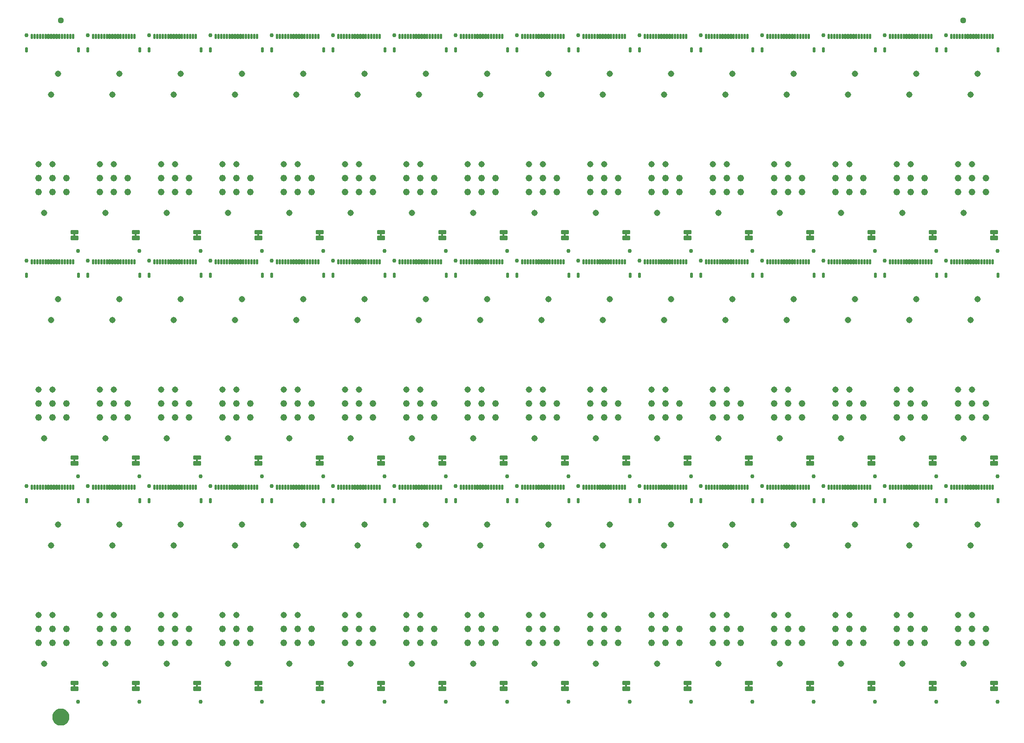
<source format=gbs>
G04 EAGLE Gerber RS-274X export*
G75*
%MOMM*%
%FSLAX34Y34*%
%LPD*%
%INSoldermask Bottom*%
%IPPOS*%
%AMOC8*
5,1,8,0,0,1.08239X$1,22.5*%
G01*
%ADD10C,0.762000*%
%ADD11C,0.230578*%
%ADD12C,0.226609*%
%ADD13C,0.228344*%
%ADD14C,1.143000*%
%ADD15C,1.221313*%
%ADD16C,1.127000*%
%ADD17C,1.270000*%
%ADD18C,1.627000*%

G36*
X653480Y856627D02*
X653480Y856627D01*
X653546Y856629D01*
X653589Y856647D01*
X653636Y856655D01*
X653693Y856689D01*
X653753Y856714D01*
X653788Y856745D01*
X653829Y856770D01*
X653871Y856821D01*
X653919Y856865D01*
X653941Y856907D01*
X653970Y856944D01*
X653991Y857006D01*
X654022Y857065D01*
X654030Y857119D01*
X654042Y857156D01*
X654041Y857196D01*
X654049Y857250D01*
X654049Y861060D01*
X654038Y861125D01*
X654036Y861191D01*
X654018Y861234D01*
X654010Y861281D01*
X653976Y861338D01*
X653951Y861398D01*
X653920Y861433D01*
X653895Y861474D01*
X653844Y861516D01*
X653800Y861564D01*
X653758Y861586D01*
X653721Y861615D01*
X653659Y861636D01*
X653600Y861667D01*
X653546Y861675D01*
X653509Y861687D01*
X653469Y861686D01*
X653415Y861694D01*
X650875Y861694D01*
X650810Y861683D01*
X650744Y861681D01*
X650701Y861663D01*
X650654Y861655D01*
X650597Y861621D01*
X650537Y861596D01*
X650502Y861565D01*
X650461Y861540D01*
X650420Y861489D01*
X650371Y861445D01*
X650349Y861403D01*
X650320Y861366D01*
X650299Y861304D01*
X650268Y861245D01*
X650260Y861191D01*
X650248Y861154D01*
X650248Y861150D01*
X650248Y861149D01*
X650249Y861114D01*
X650241Y861060D01*
X650241Y857250D01*
X650252Y857185D01*
X650254Y857119D01*
X650272Y857076D01*
X650280Y857029D01*
X650314Y856972D01*
X650339Y856912D01*
X650370Y856877D01*
X650395Y856836D01*
X650446Y856795D01*
X650490Y856746D01*
X650532Y856724D01*
X650569Y856695D01*
X650631Y856674D01*
X650690Y856643D01*
X650744Y856635D01*
X650781Y856623D01*
X650821Y856624D01*
X650875Y856616D01*
X653415Y856616D01*
X653480Y856627D01*
G37*
G36*
X429960Y856627D02*
X429960Y856627D01*
X430026Y856629D01*
X430069Y856647D01*
X430116Y856655D01*
X430173Y856689D01*
X430233Y856714D01*
X430268Y856745D01*
X430309Y856770D01*
X430351Y856821D01*
X430399Y856865D01*
X430421Y856907D01*
X430450Y856944D01*
X430471Y857006D01*
X430502Y857065D01*
X430510Y857119D01*
X430522Y857156D01*
X430521Y857196D01*
X430529Y857250D01*
X430529Y861060D01*
X430518Y861125D01*
X430516Y861191D01*
X430498Y861234D01*
X430490Y861281D01*
X430456Y861338D01*
X430431Y861398D01*
X430400Y861433D01*
X430375Y861474D01*
X430324Y861516D01*
X430280Y861564D01*
X430238Y861586D01*
X430201Y861615D01*
X430139Y861636D01*
X430080Y861667D01*
X430026Y861675D01*
X429989Y861687D01*
X429949Y861686D01*
X429895Y861694D01*
X427355Y861694D01*
X427290Y861683D01*
X427224Y861681D01*
X427181Y861663D01*
X427134Y861655D01*
X427077Y861621D01*
X427017Y861596D01*
X426982Y861565D01*
X426941Y861540D01*
X426900Y861489D01*
X426851Y861445D01*
X426829Y861403D01*
X426800Y861366D01*
X426779Y861304D01*
X426748Y861245D01*
X426740Y861191D01*
X426728Y861154D01*
X426728Y861150D01*
X426728Y861149D01*
X426729Y861114D01*
X426721Y861060D01*
X426721Y857250D01*
X426732Y857185D01*
X426734Y857119D01*
X426752Y857076D01*
X426760Y857029D01*
X426794Y856972D01*
X426819Y856912D01*
X426850Y856877D01*
X426875Y856836D01*
X426926Y856795D01*
X426970Y856746D01*
X427012Y856724D01*
X427049Y856695D01*
X427111Y856674D01*
X427170Y856643D01*
X427224Y856635D01*
X427261Y856623D01*
X427301Y856624D01*
X427355Y856616D01*
X429895Y856616D01*
X429960Y856627D01*
G37*
G36*
X206440Y856627D02*
X206440Y856627D01*
X206506Y856629D01*
X206549Y856647D01*
X206596Y856655D01*
X206653Y856689D01*
X206713Y856714D01*
X206748Y856745D01*
X206789Y856770D01*
X206831Y856821D01*
X206879Y856865D01*
X206901Y856907D01*
X206930Y856944D01*
X206951Y857006D01*
X206982Y857065D01*
X206990Y857119D01*
X207002Y857156D01*
X207001Y857196D01*
X207009Y857250D01*
X207009Y861060D01*
X206998Y861125D01*
X206996Y861191D01*
X206978Y861234D01*
X206970Y861281D01*
X206936Y861338D01*
X206911Y861398D01*
X206880Y861433D01*
X206855Y861474D01*
X206804Y861516D01*
X206760Y861564D01*
X206718Y861586D01*
X206681Y861615D01*
X206619Y861636D01*
X206560Y861667D01*
X206506Y861675D01*
X206469Y861687D01*
X206429Y861686D01*
X206375Y861694D01*
X203835Y861694D01*
X203770Y861683D01*
X203704Y861681D01*
X203661Y861663D01*
X203614Y861655D01*
X203557Y861621D01*
X203497Y861596D01*
X203462Y861565D01*
X203421Y861540D01*
X203380Y861489D01*
X203331Y861445D01*
X203309Y861403D01*
X203280Y861366D01*
X203259Y861304D01*
X203228Y861245D01*
X203220Y861191D01*
X203208Y861154D01*
X203208Y861150D01*
X203208Y861149D01*
X203209Y861114D01*
X203201Y861060D01*
X203201Y857250D01*
X203212Y857185D01*
X203214Y857119D01*
X203232Y857076D01*
X203240Y857029D01*
X203274Y856972D01*
X203299Y856912D01*
X203330Y856877D01*
X203355Y856836D01*
X203406Y856795D01*
X203450Y856746D01*
X203492Y856724D01*
X203529Y856695D01*
X203591Y856674D01*
X203650Y856643D01*
X203704Y856635D01*
X203741Y856623D01*
X203781Y856624D01*
X203835Y856616D01*
X206375Y856616D01*
X206440Y856627D01*
G37*
G36*
X94680Y856627D02*
X94680Y856627D01*
X94746Y856629D01*
X94789Y856647D01*
X94836Y856655D01*
X94893Y856689D01*
X94953Y856714D01*
X94988Y856745D01*
X95029Y856770D01*
X95071Y856821D01*
X95119Y856865D01*
X95141Y856907D01*
X95170Y856944D01*
X95191Y857006D01*
X95222Y857065D01*
X95230Y857119D01*
X95242Y857156D01*
X95241Y857196D01*
X95249Y857250D01*
X95249Y861060D01*
X95238Y861125D01*
X95236Y861191D01*
X95218Y861234D01*
X95210Y861281D01*
X95176Y861338D01*
X95151Y861398D01*
X95120Y861433D01*
X95095Y861474D01*
X95044Y861516D01*
X95000Y861564D01*
X94958Y861586D01*
X94921Y861615D01*
X94859Y861636D01*
X94800Y861667D01*
X94746Y861675D01*
X94709Y861687D01*
X94669Y861686D01*
X94615Y861694D01*
X92075Y861694D01*
X92010Y861683D01*
X91944Y861681D01*
X91901Y861663D01*
X91854Y861655D01*
X91797Y861621D01*
X91737Y861596D01*
X91702Y861565D01*
X91661Y861540D01*
X91620Y861489D01*
X91571Y861445D01*
X91549Y861403D01*
X91520Y861366D01*
X91499Y861304D01*
X91468Y861245D01*
X91460Y861191D01*
X91448Y861154D01*
X91448Y861150D01*
X91448Y861149D01*
X91449Y861114D01*
X91441Y861060D01*
X91441Y857250D01*
X91452Y857185D01*
X91454Y857119D01*
X91472Y857076D01*
X91480Y857029D01*
X91514Y856972D01*
X91539Y856912D01*
X91570Y856877D01*
X91595Y856836D01*
X91646Y856795D01*
X91690Y856746D01*
X91732Y856724D01*
X91769Y856695D01*
X91831Y856674D01*
X91890Y856643D01*
X91944Y856635D01*
X91981Y856623D01*
X92021Y856624D01*
X92075Y856616D01*
X94615Y856616D01*
X94680Y856627D01*
G37*
G36*
X1212280Y856627D02*
X1212280Y856627D01*
X1212346Y856629D01*
X1212389Y856647D01*
X1212436Y856655D01*
X1212493Y856689D01*
X1212553Y856714D01*
X1212588Y856745D01*
X1212629Y856770D01*
X1212671Y856821D01*
X1212719Y856865D01*
X1212741Y856907D01*
X1212770Y856944D01*
X1212791Y857006D01*
X1212822Y857065D01*
X1212830Y857119D01*
X1212842Y857156D01*
X1212841Y857196D01*
X1212849Y857250D01*
X1212849Y861060D01*
X1212838Y861125D01*
X1212836Y861191D01*
X1212818Y861234D01*
X1212810Y861281D01*
X1212776Y861338D01*
X1212751Y861398D01*
X1212720Y861433D01*
X1212695Y861474D01*
X1212644Y861516D01*
X1212600Y861564D01*
X1212558Y861586D01*
X1212521Y861615D01*
X1212459Y861636D01*
X1212400Y861667D01*
X1212346Y861675D01*
X1212309Y861687D01*
X1212269Y861686D01*
X1212215Y861694D01*
X1209675Y861694D01*
X1209610Y861683D01*
X1209544Y861681D01*
X1209501Y861663D01*
X1209454Y861655D01*
X1209397Y861621D01*
X1209337Y861596D01*
X1209302Y861565D01*
X1209261Y861540D01*
X1209220Y861489D01*
X1209171Y861445D01*
X1209149Y861403D01*
X1209120Y861366D01*
X1209099Y861304D01*
X1209068Y861245D01*
X1209060Y861191D01*
X1209048Y861154D01*
X1209048Y861150D01*
X1209048Y861149D01*
X1209049Y861114D01*
X1209041Y861060D01*
X1209041Y857250D01*
X1209052Y857185D01*
X1209054Y857119D01*
X1209072Y857076D01*
X1209080Y857029D01*
X1209114Y856972D01*
X1209139Y856912D01*
X1209170Y856877D01*
X1209195Y856836D01*
X1209246Y856795D01*
X1209290Y856746D01*
X1209332Y856724D01*
X1209369Y856695D01*
X1209431Y856674D01*
X1209490Y856643D01*
X1209544Y856635D01*
X1209581Y856623D01*
X1209621Y856624D01*
X1209675Y856616D01*
X1212215Y856616D01*
X1212280Y856627D01*
G37*
G36*
X1771080Y856627D02*
X1771080Y856627D01*
X1771146Y856629D01*
X1771189Y856647D01*
X1771236Y856655D01*
X1771293Y856689D01*
X1771353Y856714D01*
X1771388Y856745D01*
X1771429Y856770D01*
X1771471Y856821D01*
X1771519Y856865D01*
X1771541Y856907D01*
X1771570Y856944D01*
X1771591Y857006D01*
X1771622Y857065D01*
X1771630Y857119D01*
X1771642Y857156D01*
X1771641Y857196D01*
X1771649Y857250D01*
X1771649Y861060D01*
X1771638Y861125D01*
X1771636Y861191D01*
X1771618Y861234D01*
X1771610Y861281D01*
X1771576Y861338D01*
X1771551Y861398D01*
X1771520Y861433D01*
X1771495Y861474D01*
X1771444Y861516D01*
X1771400Y861564D01*
X1771358Y861586D01*
X1771321Y861615D01*
X1771259Y861636D01*
X1771200Y861667D01*
X1771146Y861675D01*
X1771109Y861687D01*
X1771069Y861686D01*
X1771015Y861694D01*
X1768475Y861694D01*
X1768410Y861683D01*
X1768344Y861681D01*
X1768301Y861663D01*
X1768254Y861655D01*
X1768197Y861621D01*
X1768137Y861596D01*
X1768102Y861565D01*
X1768061Y861540D01*
X1768020Y861489D01*
X1767971Y861445D01*
X1767949Y861403D01*
X1767920Y861366D01*
X1767899Y861304D01*
X1767868Y861245D01*
X1767860Y861191D01*
X1767848Y861154D01*
X1767848Y861150D01*
X1767848Y861149D01*
X1767849Y861114D01*
X1767841Y861060D01*
X1767841Y857250D01*
X1767852Y857185D01*
X1767854Y857119D01*
X1767872Y857076D01*
X1767880Y857029D01*
X1767914Y856972D01*
X1767939Y856912D01*
X1767970Y856877D01*
X1767995Y856836D01*
X1768046Y856795D01*
X1768090Y856746D01*
X1768132Y856724D01*
X1768169Y856695D01*
X1768231Y856674D01*
X1768290Y856643D01*
X1768344Y856635D01*
X1768381Y856623D01*
X1768421Y856624D01*
X1768475Y856616D01*
X1771015Y856616D01*
X1771080Y856627D01*
G37*
G36*
X1435800Y856627D02*
X1435800Y856627D01*
X1435866Y856629D01*
X1435909Y856647D01*
X1435956Y856655D01*
X1436013Y856689D01*
X1436073Y856714D01*
X1436108Y856745D01*
X1436149Y856770D01*
X1436191Y856821D01*
X1436239Y856865D01*
X1436261Y856907D01*
X1436290Y856944D01*
X1436311Y857006D01*
X1436342Y857065D01*
X1436350Y857119D01*
X1436362Y857156D01*
X1436361Y857196D01*
X1436369Y857250D01*
X1436369Y861060D01*
X1436358Y861125D01*
X1436356Y861191D01*
X1436338Y861234D01*
X1436330Y861281D01*
X1436296Y861338D01*
X1436271Y861398D01*
X1436240Y861433D01*
X1436215Y861474D01*
X1436164Y861516D01*
X1436120Y861564D01*
X1436078Y861586D01*
X1436041Y861615D01*
X1435979Y861636D01*
X1435920Y861667D01*
X1435866Y861675D01*
X1435829Y861687D01*
X1435789Y861686D01*
X1435735Y861694D01*
X1433195Y861694D01*
X1433130Y861683D01*
X1433064Y861681D01*
X1433021Y861663D01*
X1432974Y861655D01*
X1432917Y861621D01*
X1432857Y861596D01*
X1432822Y861565D01*
X1432781Y861540D01*
X1432740Y861489D01*
X1432691Y861445D01*
X1432669Y861403D01*
X1432640Y861366D01*
X1432619Y861304D01*
X1432588Y861245D01*
X1432580Y861191D01*
X1432568Y861154D01*
X1432568Y861150D01*
X1432568Y861149D01*
X1432569Y861114D01*
X1432561Y861060D01*
X1432561Y857250D01*
X1432572Y857185D01*
X1432574Y857119D01*
X1432592Y857076D01*
X1432600Y857029D01*
X1432634Y856972D01*
X1432659Y856912D01*
X1432690Y856877D01*
X1432715Y856836D01*
X1432766Y856795D01*
X1432810Y856746D01*
X1432852Y856724D01*
X1432889Y856695D01*
X1432951Y856674D01*
X1433010Y856643D01*
X1433064Y856635D01*
X1433101Y856623D01*
X1433141Y856624D01*
X1433195Y856616D01*
X1435735Y856616D01*
X1435800Y856627D01*
G37*
G36*
X1324040Y856627D02*
X1324040Y856627D01*
X1324106Y856629D01*
X1324149Y856647D01*
X1324196Y856655D01*
X1324253Y856689D01*
X1324313Y856714D01*
X1324348Y856745D01*
X1324389Y856770D01*
X1324431Y856821D01*
X1324479Y856865D01*
X1324501Y856907D01*
X1324530Y856944D01*
X1324551Y857006D01*
X1324582Y857065D01*
X1324590Y857119D01*
X1324602Y857156D01*
X1324601Y857196D01*
X1324609Y857250D01*
X1324609Y861060D01*
X1324598Y861125D01*
X1324596Y861191D01*
X1324578Y861234D01*
X1324570Y861281D01*
X1324536Y861338D01*
X1324511Y861398D01*
X1324480Y861433D01*
X1324455Y861474D01*
X1324404Y861516D01*
X1324360Y861564D01*
X1324318Y861586D01*
X1324281Y861615D01*
X1324219Y861636D01*
X1324160Y861667D01*
X1324106Y861675D01*
X1324069Y861687D01*
X1324029Y861686D01*
X1323975Y861694D01*
X1321435Y861694D01*
X1321370Y861683D01*
X1321304Y861681D01*
X1321261Y861663D01*
X1321214Y861655D01*
X1321157Y861621D01*
X1321097Y861596D01*
X1321062Y861565D01*
X1321021Y861540D01*
X1320980Y861489D01*
X1320931Y861445D01*
X1320909Y861403D01*
X1320880Y861366D01*
X1320859Y861304D01*
X1320828Y861245D01*
X1320820Y861191D01*
X1320808Y861154D01*
X1320808Y861150D01*
X1320808Y861149D01*
X1320809Y861114D01*
X1320801Y861060D01*
X1320801Y857250D01*
X1320812Y857185D01*
X1320814Y857119D01*
X1320832Y857076D01*
X1320840Y857029D01*
X1320874Y856972D01*
X1320899Y856912D01*
X1320930Y856877D01*
X1320955Y856836D01*
X1321006Y856795D01*
X1321050Y856746D01*
X1321092Y856724D01*
X1321129Y856695D01*
X1321191Y856674D01*
X1321250Y856643D01*
X1321304Y856635D01*
X1321341Y856623D01*
X1321381Y856624D01*
X1321435Y856616D01*
X1323975Y856616D01*
X1324040Y856627D01*
G37*
G36*
X1100520Y856627D02*
X1100520Y856627D01*
X1100586Y856629D01*
X1100629Y856647D01*
X1100676Y856655D01*
X1100733Y856689D01*
X1100793Y856714D01*
X1100828Y856745D01*
X1100869Y856770D01*
X1100911Y856821D01*
X1100959Y856865D01*
X1100981Y856907D01*
X1101010Y856944D01*
X1101031Y857006D01*
X1101062Y857065D01*
X1101070Y857119D01*
X1101082Y857156D01*
X1101081Y857196D01*
X1101089Y857250D01*
X1101089Y861060D01*
X1101078Y861125D01*
X1101076Y861191D01*
X1101058Y861234D01*
X1101050Y861281D01*
X1101016Y861338D01*
X1100991Y861398D01*
X1100960Y861433D01*
X1100935Y861474D01*
X1100884Y861516D01*
X1100840Y861564D01*
X1100798Y861586D01*
X1100761Y861615D01*
X1100699Y861636D01*
X1100640Y861667D01*
X1100586Y861675D01*
X1100549Y861687D01*
X1100509Y861686D01*
X1100455Y861694D01*
X1097915Y861694D01*
X1097850Y861683D01*
X1097784Y861681D01*
X1097741Y861663D01*
X1097694Y861655D01*
X1097637Y861621D01*
X1097577Y861596D01*
X1097542Y861565D01*
X1097501Y861540D01*
X1097460Y861489D01*
X1097411Y861445D01*
X1097389Y861403D01*
X1097360Y861366D01*
X1097339Y861304D01*
X1097308Y861245D01*
X1097300Y861191D01*
X1097288Y861154D01*
X1097288Y861150D01*
X1097288Y861149D01*
X1097289Y861114D01*
X1097281Y861060D01*
X1097281Y857250D01*
X1097292Y857185D01*
X1097294Y857119D01*
X1097312Y857076D01*
X1097320Y857029D01*
X1097354Y856972D01*
X1097379Y856912D01*
X1097410Y856877D01*
X1097435Y856836D01*
X1097486Y856795D01*
X1097530Y856746D01*
X1097572Y856724D01*
X1097609Y856695D01*
X1097671Y856674D01*
X1097730Y856643D01*
X1097784Y856635D01*
X1097821Y856623D01*
X1097861Y856624D01*
X1097915Y856616D01*
X1100455Y856616D01*
X1100520Y856627D01*
G37*
G36*
X541720Y856627D02*
X541720Y856627D01*
X541786Y856629D01*
X541829Y856647D01*
X541876Y856655D01*
X541933Y856689D01*
X541993Y856714D01*
X542028Y856745D01*
X542069Y856770D01*
X542111Y856821D01*
X542159Y856865D01*
X542181Y856907D01*
X542210Y856944D01*
X542231Y857006D01*
X542262Y857065D01*
X542270Y857119D01*
X542282Y857156D01*
X542281Y857196D01*
X542289Y857250D01*
X542289Y861060D01*
X542278Y861125D01*
X542276Y861191D01*
X542258Y861234D01*
X542250Y861281D01*
X542216Y861338D01*
X542191Y861398D01*
X542160Y861433D01*
X542135Y861474D01*
X542084Y861516D01*
X542040Y861564D01*
X541998Y861586D01*
X541961Y861615D01*
X541899Y861636D01*
X541840Y861667D01*
X541786Y861675D01*
X541749Y861687D01*
X541709Y861686D01*
X541655Y861694D01*
X539115Y861694D01*
X539050Y861683D01*
X538984Y861681D01*
X538941Y861663D01*
X538894Y861655D01*
X538837Y861621D01*
X538777Y861596D01*
X538742Y861565D01*
X538701Y861540D01*
X538660Y861489D01*
X538611Y861445D01*
X538589Y861403D01*
X538560Y861366D01*
X538539Y861304D01*
X538508Y861245D01*
X538500Y861191D01*
X538488Y861154D01*
X538488Y861150D01*
X538488Y861149D01*
X538489Y861114D01*
X538481Y861060D01*
X538481Y857250D01*
X538492Y857185D01*
X538494Y857119D01*
X538512Y857076D01*
X538520Y857029D01*
X538554Y856972D01*
X538579Y856912D01*
X538610Y856877D01*
X538635Y856836D01*
X538686Y856795D01*
X538730Y856746D01*
X538772Y856724D01*
X538809Y856695D01*
X538871Y856674D01*
X538930Y856643D01*
X538984Y856635D01*
X539021Y856623D01*
X539061Y856624D01*
X539115Y856616D01*
X541655Y856616D01*
X541720Y856627D01*
G37*
G36*
X877000Y856627D02*
X877000Y856627D01*
X877066Y856629D01*
X877109Y856647D01*
X877156Y856655D01*
X877213Y856689D01*
X877273Y856714D01*
X877308Y856745D01*
X877349Y856770D01*
X877391Y856821D01*
X877439Y856865D01*
X877461Y856907D01*
X877490Y856944D01*
X877511Y857006D01*
X877542Y857065D01*
X877550Y857119D01*
X877562Y857156D01*
X877561Y857196D01*
X877569Y857250D01*
X877569Y861060D01*
X877558Y861125D01*
X877556Y861191D01*
X877538Y861234D01*
X877530Y861281D01*
X877496Y861338D01*
X877471Y861398D01*
X877440Y861433D01*
X877415Y861474D01*
X877364Y861516D01*
X877320Y861564D01*
X877278Y861586D01*
X877241Y861615D01*
X877179Y861636D01*
X877120Y861667D01*
X877066Y861675D01*
X877029Y861687D01*
X876989Y861686D01*
X876935Y861694D01*
X874395Y861694D01*
X874330Y861683D01*
X874264Y861681D01*
X874221Y861663D01*
X874174Y861655D01*
X874117Y861621D01*
X874057Y861596D01*
X874022Y861565D01*
X873981Y861540D01*
X873940Y861489D01*
X873891Y861445D01*
X873869Y861403D01*
X873840Y861366D01*
X873819Y861304D01*
X873788Y861245D01*
X873780Y861191D01*
X873768Y861154D01*
X873768Y861150D01*
X873768Y861149D01*
X873769Y861114D01*
X873761Y861060D01*
X873761Y857250D01*
X873772Y857185D01*
X873774Y857119D01*
X873792Y857076D01*
X873800Y857029D01*
X873834Y856972D01*
X873859Y856912D01*
X873890Y856877D01*
X873915Y856836D01*
X873966Y856795D01*
X874010Y856746D01*
X874052Y856724D01*
X874089Y856695D01*
X874151Y856674D01*
X874210Y856643D01*
X874264Y856635D01*
X874301Y856623D01*
X874341Y856624D01*
X874395Y856616D01*
X876935Y856616D01*
X877000Y856627D01*
G37*
G36*
X765240Y856627D02*
X765240Y856627D01*
X765306Y856629D01*
X765349Y856647D01*
X765396Y856655D01*
X765453Y856689D01*
X765513Y856714D01*
X765548Y856745D01*
X765589Y856770D01*
X765631Y856821D01*
X765679Y856865D01*
X765701Y856907D01*
X765730Y856944D01*
X765751Y857006D01*
X765782Y857065D01*
X765790Y857119D01*
X765802Y857156D01*
X765801Y857196D01*
X765809Y857250D01*
X765809Y861060D01*
X765798Y861125D01*
X765796Y861191D01*
X765778Y861234D01*
X765770Y861281D01*
X765736Y861338D01*
X765711Y861398D01*
X765680Y861433D01*
X765655Y861474D01*
X765604Y861516D01*
X765560Y861564D01*
X765518Y861586D01*
X765481Y861615D01*
X765419Y861636D01*
X765360Y861667D01*
X765306Y861675D01*
X765269Y861687D01*
X765229Y861686D01*
X765175Y861694D01*
X762635Y861694D01*
X762570Y861683D01*
X762504Y861681D01*
X762461Y861663D01*
X762414Y861655D01*
X762357Y861621D01*
X762297Y861596D01*
X762262Y861565D01*
X762221Y861540D01*
X762180Y861489D01*
X762131Y861445D01*
X762109Y861403D01*
X762080Y861366D01*
X762059Y861304D01*
X762028Y861245D01*
X762020Y861191D01*
X762008Y861154D01*
X762008Y861150D01*
X762008Y861149D01*
X762009Y861114D01*
X762001Y861060D01*
X762001Y857250D01*
X762012Y857185D01*
X762014Y857119D01*
X762032Y857076D01*
X762040Y857029D01*
X762074Y856972D01*
X762099Y856912D01*
X762130Y856877D01*
X762155Y856836D01*
X762206Y856795D01*
X762250Y856746D01*
X762292Y856724D01*
X762329Y856695D01*
X762391Y856674D01*
X762450Y856643D01*
X762504Y856635D01*
X762541Y856623D01*
X762581Y856624D01*
X762635Y856616D01*
X765175Y856616D01*
X765240Y856627D01*
G37*
G36*
X1547560Y856627D02*
X1547560Y856627D01*
X1547626Y856629D01*
X1547669Y856647D01*
X1547716Y856655D01*
X1547773Y856689D01*
X1547833Y856714D01*
X1547868Y856745D01*
X1547909Y856770D01*
X1547951Y856821D01*
X1547999Y856865D01*
X1548021Y856907D01*
X1548050Y856944D01*
X1548071Y857006D01*
X1548102Y857065D01*
X1548110Y857119D01*
X1548122Y857156D01*
X1548121Y857196D01*
X1548129Y857250D01*
X1548129Y861060D01*
X1548118Y861125D01*
X1548116Y861191D01*
X1548098Y861234D01*
X1548090Y861281D01*
X1548056Y861338D01*
X1548031Y861398D01*
X1548000Y861433D01*
X1547975Y861474D01*
X1547924Y861516D01*
X1547880Y861564D01*
X1547838Y861586D01*
X1547801Y861615D01*
X1547739Y861636D01*
X1547680Y861667D01*
X1547626Y861675D01*
X1547589Y861687D01*
X1547549Y861686D01*
X1547495Y861694D01*
X1544955Y861694D01*
X1544890Y861683D01*
X1544824Y861681D01*
X1544781Y861663D01*
X1544734Y861655D01*
X1544677Y861621D01*
X1544617Y861596D01*
X1544582Y861565D01*
X1544541Y861540D01*
X1544500Y861489D01*
X1544451Y861445D01*
X1544429Y861403D01*
X1544400Y861366D01*
X1544379Y861304D01*
X1544348Y861245D01*
X1544340Y861191D01*
X1544328Y861154D01*
X1544328Y861150D01*
X1544328Y861149D01*
X1544329Y861114D01*
X1544321Y861060D01*
X1544321Y857250D01*
X1544332Y857185D01*
X1544334Y857119D01*
X1544352Y857076D01*
X1544360Y857029D01*
X1544394Y856972D01*
X1544419Y856912D01*
X1544450Y856877D01*
X1544475Y856836D01*
X1544526Y856795D01*
X1544570Y856746D01*
X1544612Y856724D01*
X1544649Y856695D01*
X1544711Y856674D01*
X1544770Y856643D01*
X1544824Y856635D01*
X1544861Y856623D01*
X1544901Y856624D01*
X1544955Y856616D01*
X1547495Y856616D01*
X1547560Y856627D01*
G37*
G36*
X988760Y856627D02*
X988760Y856627D01*
X988826Y856629D01*
X988869Y856647D01*
X988916Y856655D01*
X988973Y856689D01*
X989033Y856714D01*
X989068Y856745D01*
X989109Y856770D01*
X989151Y856821D01*
X989199Y856865D01*
X989221Y856907D01*
X989250Y856944D01*
X989271Y857006D01*
X989302Y857065D01*
X989310Y857119D01*
X989322Y857156D01*
X989321Y857196D01*
X989329Y857250D01*
X989329Y861060D01*
X989318Y861125D01*
X989316Y861191D01*
X989298Y861234D01*
X989290Y861281D01*
X989256Y861338D01*
X989231Y861398D01*
X989200Y861433D01*
X989175Y861474D01*
X989124Y861516D01*
X989080Y861564D01*
X989038Y861586D01*
X989001Y861615D01*
X988939Y861636D01*
X988880Y861667D01*
X988826Y861675D01*
X988789Y861687D01*
X988749Y861686D01*
X988695Y861694D01*
X986155Y861694D01*
X986090Y861683D01*
X986024Y861681D01*
X985981Y861663D01*
X985934Y861655D01*
X985877Y861621D01*
X985817Y861596D01*
X985782Y861565D01*
X985741Y861540D01*
X985700Y861489D01*
X985651Y861445D01*
X985629Y861403D01*
X985600Y861366D01*
X985579Y861304D01*
X985548Y861245D01*
X985540Y861191D01*
X985528Y861154D01*
X985528Y861150D01*
X985528Y861149D01*
X985529Y861114D01*
X985521Y861060D01*
X985521Y857250D01*
X985532Y857185D01*
X985534Y857119D01*
X985552Y857076D01*
X985560Y857029D01*
X985594Y856972D01*
X985619Y856912D01*
X985650Y856877D01*
X985675Y856836D01*
X985726Y856795D01*
X985770Y856746D01*
X985812Y856724D01*
X985849Y856695D01*
X985911Y856674D01*
X985970Y856643D01*
X986024Y856635D01*
X986061Y856623D01*
X986101Y856624D01*
X986155Y856616D01*
X988695Y856616D01*
X988760Y856627D01*
G37*
G36*
X1659320Y856627D02*
X1659320Y856627D01*
X1659386Y856629D01*
X1659429Y856647D01*
X1659476Y856655D01*
X1659533Y856689D01*
X1659593Y856714D01*
X1659628Y856745D01*
X1659669Y856770D01*
X1659711Y856821D01*
X1659759Y856865D01*
X1659781Y856907D01*
X1659810Y856944D01*
X1659831Y857006D01*
X1659862Y857065D01*
X1659870Y857119D01*
X1659882Y857156D01*
X1659881Y857196D01*
X1659889Y857250D01*
X1659889Y861060D01*
X1659878Y861125D01*
X1659876Y861191D01*
X1659858Y861234D01*
X1659850Y861281D01*
X1659816Y861338D01*
X1659791Y861398D01*
X1659760Y861433D01*
X1659735Y861474D01*
X1659684Y861516D01*
X1659640Y861564D01*
X1659598Y861586D01*
X1659561Y861615D01*
X1659499Y861636D01*
X1659440Y861667D01*
X1659386Y861675D01*
X1659349Y861687D01*
X1659309Y861686D01*
X1659255Y861694D01*
X1656715Y861694D01*
X1656650Y861683D01*
X1656584Y861681D01*
X1656541Y861663D01*
X1656494Y861655D01*
X1656437Y861621D01*
X1656377Y861596D01*
X1656342Y861565D01*
X1656301Y861540D01*
X1656260Y861489D01*
X1656211Y861445D01*
X1656189Y861403D01*
X1656160Y861366D01*
X1656139Y861304D01*
X1656108Y861245D01*
X1656100Y861191D01*
X1656088Y861154D01*
X1656088Y861150D01*
X1656088Y861149D01*
X1656089Y861114D01*
X1656081Y861060D01*
X1656081Y857250D01*
X1656092Y857185D01*
X1656094Y857119D01*
X1656112Y857076D01*
X1656120Y857029D01*
X1656154Y856972D01*
X1656179Y856912D01*
X1656210Y856877D01*
X1656235Y856836D01*
X1656286Y856795D01*
X1656330Y856746D01*
X1656372Y856724D01*
X1656409Y856695D01*
X1656471Y856674D01*
X1656530Y856643D01*
X1656584Y856635D01*
X1656621Y856623D01*
X1656661Y856624D01*
X1656715Y856616D01*
X1659255Y856616D01*
X1659320Y856627D01*
G37*
G36*
X318200Y856627D02*
X318200Y856627D01*
X318266Y856629D01*
X318309Y856647D01*
X318356Y856655D01*
X318413Y856689D01*
X318473Y856714D01*
X318508Y856745D01*
X318549Y856770D01*
X318591Y856821D01*
X318639Y856865D01*
X318661Y856907D01*
X318690Y856944D01*
X318711Y857006D01*
X318742Y857065D01*
X318750Y857119D01*
X318762Y857156D01*
X318761Y857196D01*
X318769Y857250D01*
X318769Y861060D01*
X318758Y861125D01*
X318756Y861191D01*
X318738Y861234D01*
X318730Y861281D01*
X318696Y861338D01*
X318671Y861398D01*
X318640Y861433D01*
X318615Y861474D01*
X318564Y861516D01*
X318520Y861564D01*
X318478Y861586D01*
X318441Y861615D01*
X318379Y861636D01*
X318320Y861667D01*
X318266Y861675D01*
X318229Y861687D01*
X318189Y861686D01*
X318135Y861694D01*
X315595Y861694D01*
X315530Y861683D01*
X315464Y861681D01*
X315421Y861663D01*
X315374Y861655D01*
X315317Y861621D01*
X315257Y861596D01*
X315222Y861565D01*
X315181Y861540D01*
X315140Y861489D01*
X315091Y861445D01*
X315069Y861403D01*
X315040Y861366D01*
X315019Y861304D01*
X314988Y861245D01*
X314980Y861191D01*
X314968Y861154D01*
X314968Y861150D01*
X314968Y861149D01*
X314969Y861114D01*
X314961Y861060D01*
X314961Y857250D01*
X314972Y857185D01*
X314974Y857119D01*
X314992Y857076D01*
X315000Y857029D01*
X315034Y856972D01*
X315059Y856912D01*
X315090Y856877D01*
X315115Y856836D01*
X315166Y856795D01*
X315210Y856746D01*
X315252Y856724D01*
X315289Y856695D01*
X315351Y856674D01*
X315410Y856643D01*
X315464Y856635D01*
X315501Y856623D01*
X315541Y856624D01*
X315595Y856616D01*
X318135Y856616D01*
X318200Y856627D01*
G37*
G36*
X1212280Y445147D02*
X1212280Y445147D01*
X1212346Y445149D01*
X1212389Y445167D01*
X1212436Y445175D01*
X1212493Y445209D01*
X1212553Y445234D01*
X1212588Y445265D01*
X1212629Y445290D01*
X1212671Y445341D01*
X1212719Y445385D01*
X1212741Y445427D01*
X1212770Y445464D01*
X1212791Y445526D01*
X1212822Y445585D01*
X1212830Y445639D01*
X1212842Y445676D01*
X1212841Y445716D01*
X1212849Y445770D01*
X1212849Y449580D01*
X1212838Y449645D01*
X1212836Y449711D01*
X1212818Y449754D01*
X1212810Y449801D01*
X1212776Y449858D01*
X1212751Y449918D01*
X1212720Y449953D01*
X1212695Y449994D01*
X1212644Y450036D01*
X1212600Y450084D01*
X1212558Y450106D01*
X1212521Y450135D01*
X1212459Y450156D01*
X1212400Y450187D01*
X1212346Y450195D01*
X1212309Y450207D01*
X1212269Y450206D01*
X1212215Y450214D01*
X1209675Y450214D01*
X1209610Y450203D01*
X1209544Y450201D01*
X1209501Y450183D01*
X1209454Y450175D01*
X1209397Y450141D01*
X1209337Y450116D01*
X1209302Y450085D01*
X1209261Y450060D01*
X1209220Y450009D01*
X1209171Y449965D01*
X1209149Y449923D01*
X1209120Y449886D01*
X1209099Y449824D01*
X1209068Y449765D01*
X1209060Y449711D01*
X1209048Y449674D01*
X1209048Y449670D01*
X1209048Y449669D01*
X1209049Y449634D01*
X1209041Y449580D01*
X1209041Y445770D01*
X1209052Y445705D01*
X1209054Y445639D01*
X1209072Y445596D01*
X1209080Y445549D01*
X1209114Y445492D01*
X1209139Y445432D01*
X1209170Y445397D01*
X1209195Y445356D01*
X1209246Y445315D01*
X1209290Y445266D01*
X1209332Y445244D01*
X1209369Y445215D01*
X1209431Y445194D01*
X1209490Y445163D01*
X1209544Y445155D01*
X1209581Y445143D01*
X1209621Y445144D01*
X1209675Y445136D01*
X1212215Y445136D01*
X1212280Y445147D01*
G37*
G36*
X1547560Y445147D02*
X1547560Y445147D01*
X1547626Y445149D01*
X1547669Y445167D01*
X1547716Y445175D01*
X1547773Y445209D01*
X1547833Y445234D01*
X1547868Y445265D01*
X1547909Y445290D01*
X1547951Y445341D01*
X1547999Y445385D01*
X1548021Y445427D01*
X1548050Y445464D01*
X1548071Y445526D01*
X1548102Y445585D01*
X1548110Y445639D01*
X1548122Y445676D01*
X1548121Y445716D01*
X1548129Y445770D01*
X1548129Y449580D01*
X1548118Y449645D01*
X1548116Y449711D01*
X1548098Y449754D01*
X1548090Y449801D01*
X1548056Y449858D01*
X1548031Y449918D01*
X1548000Y449953D01*
X1547975Y449994D01*
X1547924Y450036D01*
X1547880Y450084D01*
X1547838Y450106D01*
X1547801Y450135D01*
X1547739Y450156D01*
X1547680Y450187D01*
X1547626Y450195D01*
X1547589Y450207D01*
X1547549Y450206D01*
X1547495Y450214D01*
X1544955Y450214D01*
X1544890Y450203D01*
X1544824Y450201D01*
X1544781Y450183D01*
X1544734Y450175D01*
X1544677Y450141D01*
X1544617Y450116D01*
X1544582Y450085D01*
X1544541Y450060D01*
X1544500Y450009D01*
X1544451Y449965D01*
X1544429Y449923D01*
X1544400Y449886D01*
X1544379Y449824D01*
X1544348Y449765D01*
X1544340Y449711D01*
X1544328Y449674D01*
X1544328Y449670D01*
X1544328Y449669D01*
X1544329Y449634D01*
X1544321Y449580D01*
X1544321Y445770D01*
X1544332Y445705D01*
X1544334Y445639D01*
X1544352Y445596D01*
X1544360Y445549D01*
X1544394Y445492D01*
X1544419Y445432D01*
X1544450Y445397D01*
X1544475Y445356D01*
X1544526Y445315D01*
X1544570Y445266D01*
X1544612Y445244D01*
X1544649Y445215D01*
X1544711Y445194D01*
X1544770Y445163D01*
X1544824Y445155D01*
X1544861Y445143D01*
X1544901Y445144D01*
X1544955Y445136D01*
X1547495Y445136D01*
X1547560Y445147D01*
G37*
G36*
X318200Y445147D02*
X318200Y445147D01*
X318266Y445149D01*
X318309Y445167D01*
X318356Y445175D01*
X318413Y445209D01*
X318473Y445234D01*
X318508Y445265D01*
X318549Y445290D01*
X318591Y445341D01*
X318639Y445385D01*
X318661Y445427D01*
X318690Y445464D01*
X318711Y445526D01*
X318742Y445585D01*
X318750Y445639D01*
X318762Y445676D01*
X318761Y445716D01*
X318769Y445770D01*
X318769Y449580D01*
X318758Y449645D01*
X318756Y449711D01*
X318738Y449754D01*
X318730Y449801D01*
X318696Y449858D01*
X318671Y449918D01*
X318640Y449953D01*
X318615Y449994D01*
X318564Y450036D01*
X318520Y450084D01*
X318478Y450106D01*
X318441Y450135D01*
X318379Y450156D01*
X318320Y450187D01*
X318266Y450195D01*
X318229Y450207D01*
X318189Y450206D01*
X318135Y450214D01*
X315595Y450214D01*
X315530Y450203D01*
X315464Y450201D01*
X315421Y450183D01*
X315374Y450175D01*
X315317Y450141D01*
X315257Y450116D01*
X315222Y450085D01*
X315181Y450060D01*
X315140Y450009D01*
X315091Y449965D01*
X315069Y449923D01*
X315040Y449886D01*
X315019Y449824D01*
X314988Y449765D01*
X314980Y449711D01*
X314968Y449674D01*
X314968Y449670D01*
X314968Y449669D01*
X314969Y449634D01*
X314961Y449580D01*
X314961Y445770D01*
X314972Y445705D01*
X314974Y445639D01*
X314992Y445596D01*
X315000Y445549D01*
X315034Y445492D01*
X315059Y445432D01*
X315090Y445397D01*
X315115Y445356D01*
X315166Y445315D01*
X315210Y445266D01*
X315252Y445244D01*
X315289Y445215D01*
X315351Y445194D01*
X315410Y445163D01*
X315464Y445155D01*
X315501Y445143D01*
X315541Y445144D01*
X315595Y445136D01*
X318135Y445136D01*
X318200Y445147D01*
G37*
G36*
X988760Y445147D02*
X988760Y445147D01*
X988826Y445149D01*
X988869Y445167D01*
X988916Y445175D01*
X988973Y445209D01*
X989033Y445234D01*
X989068Y445265D01*
X989109Y445290D01*
X989151Y445341D01*
X989199Y445385D01*
X989221Y445427D01*
X989250Y445464D01*
X989271Y445526D01*
X989302Y445585D01*
X989310Y445639D01*
X989322Y445676D01*
X989321Y445716D01*
X989329Y445770D01*
X989329Y449580D01*
X989318Y449645D01*
X989316Y449711D01*
X989298Y449754D01*
X989290Y449801D01*
X989256Y449858D01*
X989231Y449918D01*
X989200Y449953D01*
X989175Y449994D01*
X989124Y450036D01*
X989080Y450084D01*
X989038Y450106D01*
X989001Y450135D01*
X988939Y450156D01*
X988880Y450187D01*
X988826Y450195D01*
X988789Y450207D01*
X988749Y450206D01*
X988695Y450214D01*
X986155Y450214D01*
X986090Y450203D01*
X986024Y450201D01*
X985981Y450183D01*
X985934Y450175D01*
X985877Y450141D01*
X985817Y450116D01*
X985782Y450085D01*
X985741Y450060D01*
X985700Y450009D01*
X985651Y449965D01*
X985629Y449923D01*
X985600Y449886D01*
X985579Y449824D01*
X985548Y449765D01*
X985540Y449711D01*
X985528Y449674D01*
X985528Y449670D01*
X985528Y449669D01*
X985529Y449634D01*
X985521Y449580D01*
X985521Y445770D01*
X985532Y445705D01*
X985534Y445639D01*
X985552Y445596D01*
X985560Y445549D01*
X985594Y445492D01*
X985619Y445432D01*
X985650Y445397D01*
X985675Y445356D01*
X985726Y445315D01*
X985770Y445266D01*
X985812Y445244D01*
X985849Y445215D01*
X985911Y445194D01*
X985970Y445163D01*
X986024Y445155D01*
X986061Y445143D01*
X986101Y445144D01*
X986155Y445136D01*
X988695Y445136D01*
X988760Y445147D01*
G37*
G36*
X765240Y445147D02*
X765240Y445147D01*
X765306Y445149D01*
X765349Y445167D01*
X765396Y445175D01*
X765453Y445209D01*
X765513Y445234D01*
X765548Y445265D01*
X765589Y445290D01*
X765631Y445341D01*
X765679Y445385D01*
X765701Y445427D01*
X765730Y445464D01*
X765751Y445526D01*
X765782Y445585D01*
X765790Y445639D01*
X765802Y445676D01*
X765801Y445716D01*
X765809Y445770D01*
X765809Y449580D01*
X765798Y449645D01*
X765796Y449711D01*
X765778Y449754D01*
X765770Y449801D01*
X765736Y449858D01*
X765711Y449918D01*
X765680Y449953D01*
X765655Y449994D01*
X765604Y450036D01*
X765560Y450084D01*
X765518Y450106D01*
X765481Y450135D01*
X765419Y450156D01*
X765360Y450187D01*
X765306Y450195D01*
X765269Y450207D01*
X765229Y450206D01*
X765175Y450214D01*
X762635Y450214D01*
X762570Y450203D01*
X762504Y450201D01*
X762461Y450183D01*
X762414Y450175D01*
X762357Y450141D01*
X762297Y450116D01*
X762262Y450085D01*
X762221Y450060D01*
X762180Y450009D01*
X762131Y449965D01*
X762109Y449923D01*
X762080Y449886D01*
X762059Y449824D01*
X762028Y449765D01*
X762020Y449711D01*
X762008Y449674D01*
X762008Y449670D01*
X762008Y449669D01*
X762009Y449634D01*
X762001Y449580D01*
X762001Y445770D01*
X762012Y445705D01*
X762014Y445639D01*
X762032Y445596D01*
X762040Y445549D01*
X762074Y445492D01*
X762099Y445432D01*
X762130Y445397D01*
X762155Y445356D01*
X762206Y445315D01*
X762250Y445266D01*
X762292Y445244D01*
X762329Y445215D01*
X762391Y445194D01*
X762450Y445163D01*
X762504Y445155D01*
X762541Y445143D01*
X762581Y445144D01*
X762635Y445136D01*
X765175Y445136D01*
X765240Y445147D01*
G37*
G36*
X206440Y445147D02*
X206440Y445147D01*
X206506Y445149D01*
X206549Y445167D01*
X206596Y445175D01*
X206653Y445209D01*
X206713Y445234D01*
X206748Y445265D01*
X206789Y445290D01*
X206831Y445341D01*
X206879Y445385D01*
X206901Y445427D01*
X206930Y445464D01*
X206951Y445526D01*
X206982Y445585D01*
X206990Y445639D01*
X207002Y445676D01*
X207001Y445716D01*
X207009Y445770D01*
X207009Y449580D01*
X206998Y449645D01*
X206996Y449711D01*
X206978Y449754D01*
X206970Y449801D01*
X206936Y449858D01*
X206911Y449918D01*
X206880Y449953D01*
X206855Y449994D01*
X206804Y450036D01*
X206760Y450084D01*
X206718Y450106D01*
X206681Y450135D01*
X206619Y450156D01*
X206560Y450187D01*
X206506Y450195D01*
X206469Y450207D01*
X206429Y450206D01*
X206375Y450214D01*
X203835Y450214D01*
X203770Y450203D01*
X203704Y450201D01*
X203661Y450183D01*
X203614Y450175D01*
X203557Y450141D01*
X203497Y450116D01*
X203462Y450085D01*
X203421Y450060D01*
X203380Y450009D01*
X203331Y449965D01*
X203309Y449923D01*
X203280Y449886D01*
X203259Y449824D01*
X203228Y449765D01*
X203220Y449711D01*
X203208Y449674D01*
X203208Y449670D01*
X203208Y449669D01*
X203209Y449634D01*
X203201Y449580D01*
X203201Y445770D01*
X203212Y445705D01*
X203214Y445639D01*
X203232Y445596D01*
X203240Y445549D01*
X203274Y445492D01*
X203299Y445432D01*
X203330Y445397D01*
X203355Y445356D01*
X203406Y445315D01*
X203450Y445266D01*
X203492Y445244D01*
X203529Y445215D01*
X203591Y445194D01*
X203650Y445163D01*
X203704Y445155D01*
X203741Y445143D01*
X203781Y445144D01*
X203835Y445136D01*
X206375Y445136D01*
X206440Y445147D01*
G37*
G36*
X877000Y445147D02*
X877000Y445147D01*
X877066Y445149D01*
X877109Y445167D01*
X877156Y445175D01*
X877213Y445209D01*
X877273Y445234D01*
X877308Y445265D01*
X877349Y445290D01*
X877391Y445341D01*
X877439Y445385D01*
X877461Y445427D01*
X877490Y445464D01*
X877511Y445526D01*
X877542Y445585D01*
X877550Y445639D01*
X877562Y445676D01*
X877561Y445716D01*
X877569Y445770D01*
X877569Y449580D01*
X877558Y449645D01*
X877556Y449711D01*
X877538Y449754D01*
X877530Y449801D01*
X877496Y449858D01*
X877471Y449918D01*
X877440Y449953D01*
X877415Y449994D01*
X877364Y450036D01*
X877320Y450084D01*
X877278Y450106D01*
X877241Y450135D01*
X877179Y450156D01*
X877120Y450187D01*
X877066Y450195D01*
X877029Y450207D01*
X876989Y450206D01*
X876935Y450214D01*
X874395Y450214D01*
X874330Y450203D01*
X874264Y450201D01*
X874221Y450183D01*
X874174Y450175D01*
X874117Y450141D01*
X874057Y450116D01*
X874022Y450085D01*
X873981Y450060D01*
X873940Y450009D01*
X873891Y449965D01*
X873869Y449923D01*
X873840Y449886D01*
X873819Y449824D01*
X873788Y449765D01*
X873780Y449711D01*
X873768Y449674D01*
X873768Y449670D01*
X873768Y449669D01*
X873769Y449634D01*
X873761Y449580D01*
X873761Y445770D01*
X873772Y445705D01*
X873774Y445639D01*
X873792Y445596D01*
X873800Y445549D01*
X873834Y445492D01*
X873859Y445432D01*
X873890Y445397D01*
X873915Y445356D01*
X873966Y445315D01*
X874010Y445266D01*
X874052Y445244D01*
X874089Y445215D01*
X874151Y445194D01*
X874210Y445163D01*
X874264Y445155D01*
X874301Y445143D01*
X874341Y445144D01*
X874395Y445136D01*
X876935Y445136D01*
X877000Y445147D01*
G37*
G36*
X1100520Y445147D02*
X1100520Y445147D01*
X1100586Y445149D01*
X1100629Y445167D01*
X1100676Y445175D01*
X1100733Y445209D01*
X1100793Y445234D01*
X1100828Y445265D01*
X1100869Y445290D01*
X1100911Y445341D01*
X1100959Y445385D01*
X1100981Y445427D01*
X1101010Y445464D01*
X1101031Y445526D01*
X1101062Y445585D01*
X1101070Y445639D01*
X1101082Y445676D01*
X1101081Y445716D01*
X1101089Y445770D01*
X1101089Y449580D01*
X1101078Y449645D01*
X1101076Y449711D01*
X1101058Y449754D01*
X1101050Y449801D01*
X1101016Y449858D01*
X1100991Y449918D01*
X1100960Y449953D01*
X1100935Y449994D01*
X1100884Y450036D01*
X1100840Y450084D01*
X1100798Y450106D01*
X1100761Y450135D01*
X1100699Y450156D01*
X1100640Y450187D01*
X1100586Y450195D01*
X1100549Y450207D01*
X1100509Y450206D01*
X1100455Y450214D01*
X1097915Y450214D01*
X1097850Y450203D01*
X1097784Y450201D01*
X1097741Y450183D01*
X1097694Y450175D01*
X1097637Y450141D01*
X1097577Y450116D01*
X1097542Y450085D01*
X1097501Y450060D01*
X1097460Y450009D01*
X1097411Y449965D01*
X1097389Y449923D01*
X1097360Y449886D01*
X1097339Y449824D01*
X1097308Y449765D01*
X1097300Y449711D01*
X1097288Y449674D01*
X1097288Y449670D01*
X1097288Y449669D01*
X1097289Y449634D01*
X1097281Y449580D01*
X1097281Y445770D01*
X1097292Y445705D01*
X1097294Y445639D01*
X1097312Y445596D01*
X1097320Y445549D01*
X1097354Y445492D01*
X1097379Y445432D01*
X1097410Y445397D01*
X1097435Y445356D01*
X1097486Y445315D01*
X1097530Y445266D01*
X1097572Y445244D01*
X1097609Y445215D01*
X1097671Y445194D01*
X1097730Y445163D01*
X1097784Y445155D01*
X1097821Y445143D01*
X1097861Y445144D01*
X1097915Y445136D01*
X1100455Y445136D01*
X1100520Y445147D01*
G37*
G36*
X1771080Y445147D02*
X1771080Y445147D01*
X1771146Y445149D01*
X1771189Y445167D01*
X1771236Y445175D01*
X1771293Y445209D01*
X1771353Y445234D01*
X1771388Y445265D01*
X1771429Y445290D01*
X1771471Y445341D01*
X1771519Y445385D01*
X1771541Y445427D01*
X1771570Y445464D01*
X1771591Y445526D01*
X1771622Y445585D01*
X1771630Y445639D01*
X1771642Y445676D01*
X1771641Y445716D01*
X1771649Y445770D01*
X1771649Y449580D01*
X1771638Y449645D01*
X1771636Y449711D01*
X1771618Y449754D01*
X1771610Y449801D01*
X1771576Y449858D01*
X1771551Y449918D01*
X1771520Y449953D01*
X1771495Y449994D01*
X1771444Y450036D01*
X1771400Y450084D01*
X1771358Y450106D01*
X1771321Y450135D01*
X1771259Y450156D01*
X1771200Y450187D01*
X1771146Y450195D01*
X1771109Y450207D01*
X1771069Y450206D01*
X1771015Y450214D01*
X1768475Y450214D01*
X1768410Y450203D01*
X1768344Y450201D01*
X1768301Y450183D01*
X1768254Y450175D01*
X1768197Y450141D01*
X1768137Y450116D01*
X1768102Y450085D01*
X1768061Y450060D01*
X1768020Y450009D01*
X1767971Y449965D01*
X1767949Y449923D01*
X1767920Y449886D01*
X1767899Y449824D01*
X1767868Y449765D01*
X1767860Y449711D01*
X1767848Y449674D01*
X1767848Y449670D01*
X1767848Y449669D01*
X1767849Y449634D01*
X1767841Y449580D01*
X1767841Y445770D01*
X1767852Y445705D01*
X1767854Y445639D01*
X1767872Y445596D01*
X1767880Y445549D01*
X1767914Y445492D01*
X1767939Y445432D01*
X1767970Y445397D01*
X1767995Y445356D01*
X1768046Y445315D01*
X1768090Y445266D01*
X1768132Y445244D01*
X1768169Y445215D01*
X1768231Y445194D01*
X1768290Y445163D01*
X1768344Y445155D01*
X1768381Y445143D01*
X1768421Y445144D01*
X1768475Y445136D01*
X1771015Y445136D01*
X1771080Y445147D01*
G37*
G36*
X541720Y445147D02*
X541720Y445147D01*
X541786Y445149D01*
X541829Y445167D01*
X541876Y445175D01*
X541933Y445209D01*
X541993Y445234D01*
X542028Y445265D01*
X542069Y445290D01*
X542111Y445341D01*
X542159Y445385D01*
X542181Y445427D01*
X542210Y445464D01*
X542231Y445526D01*
X542262Y445585D01*
X542270Y445639D01*
X542282Y445676D01*
X542281Y445716D01*
X542289Y445770D01*
X542289Y449580D01*
X542278Y449645D01*
X542276Y449711D01*
X542258Y449754D01*
X542250Y449801D01*
X542216Y449858D01*
X542191Y449918D01*
X542160Y449953D01*
X542135Y449994D01*
X542084Y450036D01*
X542040Y450084D01*
X541998Y450106D01*
X541961Y450135D01*
X541899Y450156D01*
X541840Y450187D01*
X541786Y450195D01*
X541749Y450207D01*
X541709Y450206D01*
X541655Y450214D01*
X539115Y450214D01*
X539050Y450203D01*
X538984Y450201D01*
X538941Y450183D01*
X538894Y450175D01*
X538837Y450141D01*
X538777Y450116D01*
X538742Y450085D01*
X538701Y450060D01*
X538660Y450009D01*
X538611Y449965D01*
X538589Y449923D01*
X538560Y449886D01*
X538539Y449824D01*
X538508Y449765D01*
X538500Y449711D01*
X538488Y449674D01*
X538488Y449670D01*
X538488Y449669D01*
X538489Y449634D01*
X538481Y449580D01*
X538481Y445770D01*
X538492Y445705D01*
X538494Y445639D01*
X538512Y445596D01*
X538520Y445549D01*
X538554Y445492D01*
X538579Y445432D01*
X538610Y445397D01*
X538635Y445356D01*
X538686Y445315D01*
X538730Y445266D01*
X538772Y445244D01*
X538809Y445215D01*
X538871Y445194D01*
X538930Y445163D01*
X538984Y445155D01*
X539021Y445143D01*
X539061Y445144D01*
X539115Y445136D01*
X541655Y445136D01*
X541720Y445147D01*
G37*
G36*
X1324040Y445147D02*
X1324040Y445147D01*
X1324106Y445149D01*
X1324149Y445167D01*
X1324196Y445175D01*
X1324253Y445209D01*
X1324313Y445234D01*
X1324348Y445265D01*
X1324389Y445290D01*
X1324431Y445341D01*
X1324479Y445385D01*
X1324501Y445427D01*
X1324530Y445464D01*
X1324551Y445526D01*
X1324582Y445585D01*
X1324590Y445639D01*
X1324602Y445676D01*
X1324601Y445716D01*
X1324609Y445770D01*
X1324609Y449580D01*
X1324598Y449645D01*
X1324596Y449711D01*
X1324578Y449754D01*
X1324570Y449801D01*
X1324536Y449858D01*
X1324511Y449918D01*
X1324480Y449953D01*
X1324455Y449994D01*
X1324404Y450036D01*
X1324360Y450084D01*
X1324318Y450106D01*
X1324281Y450135D01*
X1324219Y450156D01*
X1324160Y450187D01*
X1324106Y450195D01*
X1324069Y450207D01*
X1324029Y450206D01*
X1323975Y450214D01*
X1321435Y450214D01*
X1321370Y450203D01*
X1321304Y450201D01*
X1321261Y450183D01*
X1321214Y450175D01*
X1321157Y450141D01*
X1321097Y450116D01*
X1321062Y450085D01*
X1321021Y450060D01*
X1320980Y450009D01*
X1320931Y449965D01*
X1320909Y449923D01*
X1320880Y449886D01*
X1320859Y449824D01*
X1320828Y449765D01*
X1320820Y449711D01*
X1320808Y449674D01*
X1320808Y449670D01*
X1320808Y449669D01*
X1320809Y449634D01*
X1320801Y449580D01*
X1320801Y445770D01*
X1320812Y445705D01*
X1320814Y445639D01*
X1320832Y445596D01*
X1320840Y445549D01*
X1320874Y445492D01*
X1320899Y445432D01*
X1320930Y445397D01*
X1320955Y445356D01*
X1321006Y445315D01*
X1321050Y445266D01*
X1321092Y445244D01*
X1321129Y445215D01*
X1321191Y445194D01*
X1321250Y445163D01*
X1321304Y445155D01*
X1321341Y445143D01*
X1321381Y445144D01*
X1321435Y445136D01*
X1323975Y445136D01*
X1324040Y445147D01*
G37*
G36*
X653480Y445147D02*
X653480Y445147D01*
X653546Y445149D01*
X653589Y445167D01*
X653636Y445175D01*
X653693Y445209D01*
X653753Y445234D01*
X653788Y445265D01*
X653829Y445290D01*
X653871Y445341D01*
X653919Y445385D01*
X653941Y445427D01*
X653970Y445464D01*
X653991Y445526D01*
X654022Y445585D01*
X654030Y445639D01*
X654042Y445676D01*
X654041Y445716D01*
X654049Y445770D01*
X654049Y449580D01*
X654038Y449645D01*
X654036Y449711D01*
X654018Y449754D01*
X654010Y449801D01*
X653976Y449858D01*
X653951Y449918D01*
X653920Y449953D01*
X653895Y449994D01*
X653844Y450036D01*
X653800Y450084D01*
X653758Y450106D01*
X653721Y450135D01*
X653659Y450156D01*
X653600Y450187D01*
X653546Y450195D01*
X653509Y450207D01*
X653469Y450206D01*
X653415Y450214D01*
X650875Y450214D01*
X650810Y450203D01*
X650744Y450201D01*
X650701Y450183D01*
X650654Y450175D01*
X650597Y450141D01*
X650537Y450116D01*
X650502Y450085D01*
X650461Y450060D01*
X650420Y450009D01*
X650371Y449965D01*
X650349Y449923D01*
X650320Y449886D01*
X650299Y449824D01*
X650268Y449765D01*
X650260Y449711D01*
X650248Y449674D01*
X650248Y449670D01*
X650248Y449669D01*
X650249Y449634D01*
X650241Y449580D01*
X650241Y445770D01*
X650252Y445705D01*
X650254Y445639D01*
X650272Y445596D01*
X650280Y445549D01*
X650314Y445492D01*
X650339Y445432D01*
X650370Y445397D01*
X650395Y445356D01*
X650446Y445315D01*
X650490Y445266D01*
X650532Y445244D01*
X650569Y445215D01*
X650631Y445194D01*
X650690Y445163D01*
X650744Y445155D01*
X650781Y445143D01*
X650821Y445144D01*
X650875Y445136D01*
X653415Y445136D01*
X653480Y445147D01*
G37*
G36*
X94680Y445147D02*
X94680Y445147D01*
X94746Y445149D01*
X94789Y445167D01*
X94836Y445175D01*
X94893Y445209D01*
X94953Y445234D01*
X94988Y445265D01*
X95029Y445290D01*
X95071Y445341D01*
X95119Y445385D01*
X95141Y445427D01*
X95170Y445464D01*
X95191Y445526D01*
X95222Y445585D01*
X95230Y445639D01*
X95242Y445676D01*
X95241Y445716D01*
X95249Y445770D01*
X95249Y449580D01*
X95238Y449645D01*
X95236Y449711D01*
X95218Y449754D01*
X95210Y449801D01*
X95176Y449858D01*
X95151Y449918D01*
X95120Y449953D01*
X95095Y449994D01*
X95044Y450036D01*
X95000Y450084D01*
X94958Y450106D01*
X94921Y450135D01*
X94859Y450156D01*
X94800Y450187D01*
X94746Y450195D01*
X94709Y450207D01*
X94669Y450206D01*
X94615Y450214D01*
X92075Y450214D01*
X92010Y450203D01*
X91944Y450201D01*
X91901Y450183D01*
X91854Y450175D01*
X91797Y450141D01*
X91737Y450116D01*
X91702Y450085D01*
X91661Y450060D01*
X91620Y450009D01*
X91571Y449965D01*
X91549Y449923D01*
X91520Y449886D01*
X91499Y449824D01*
X91468Y449765D01*
X91460Y449711D01*
X91448Y449674D01*
X91448Y449670D01*
X91448Y449669D01*
X91449Y449634D01*
X91441Y449580D01*
X91441Y445770D01*
X91452Y445705D01*
X91454Y445639D01*
X91472Y445596D01*
X91480Y445549D01*
X91514Y445492D01*
X91539Y445432D01*
X91570Y445397D01*
X91595Y445356D01*
X91646Y445315D01*
X91690Y445266D01*
X91732Y445244D01*
X91769Y445215D01*
X91831Y445194D01*
X91890Y445163D01*
X91944Y445155D01*
X91981Y445143D01*
X92021Y445144D01*
X92075Y445136D01*
X94615Y445136D01*
X94680Y445147D01*
G37*
G36*
X429960Y445147D02*
X429960Y445147D01*
X430026Y445149D01*
X430069Y445167D01*
X430116Y445175D01*
X430173Y445209D01*
X430233Y445234D01*
X430268Y445265D01*
X430309Y445290D01*
X430351Y445341D01*
X430399Y445385D01*
X430421Y445427D01*
X430450Y445464D01*
X430471Y445526D01*
X430502Y445585D01*
X430510Y445639D01*
X430522Y445676D01*
X430521Y445716D01*
X430529Y445770D01*
X430529Y449580D01*
X430518Y449645D01*
X430516Y449711D01*
X430498Y449754D01*
X430490Y449801D01*
X430456Y449858D01*
X430431Y449918D01*
X430400Y449953D01*
X430375Y449994D01*
X430324Y450036D01*
X430280Y450084D01*
X430238Y450106D01*
X430201Y450135D01*
X430139Y450156D01*
X430080Y450187D01*
X430026Y450195D01*
X429989Y450207D01*
X429949Y450206D01*
X429895Y450214D01*
X427355Y450214D01*
X427290Y450203D01*
X427224Y450201D01*
X427181Y450183D01*
X427134Y450175D01*
X427077Y450141D01*
X427017Y450116D01*
X426982Y450085D01*
X426941Y450060D01*
X426900Y450009D01*
X426851Y449965D01*
X426829Y449923D01*
X426800Y449886D01*
X426779Y449824D01*
X426748Y449765D01*
X426740Y449711D01*
X426728Y449674D01*
X426728Y449670D01*
X426728Y449669D01*
X426729Y449634D01*
X426721Y449580D01*
X426721Y445770D01*
X426732Y445705D01*
X426734Y445639D01*
X426752Y445596D01*
X426760Y445549D01*
X426794Y445492D01*
X426819Y445432D01*
X426850Y445397D01*
X426875Y445356D01*
X426926Y445315D01*
X426970Y445266D01*
X427012Y445244D01*
X427049Y445215D01*
X427111Y445194D01*
X427170Y445163D01*
X427224Y445155D01*
X427261Y445143D01*
X427301Y445144D01*
X427355Y445136D01*
X429895Y445136D01*
X429960Y445147D01*
G37*
G36*
X1435800Y445147D02*
X1435800Y445147D01*
X1435866Y445149D01*
X1435909Y445167D01*
X1435956Y445175D01*
X1436013Y445209D01*
X1436073Y445234D01*
X1436108Y445265D01*
X1436149Y445290D01*
X1436191Y445341D01*
X1436239Y445385D01*
X1436261Y445427D01*
X1436290Y445464D01*
X1436311Y445526D01*
X1436342Y445585D01*
X1436350Y445639D01*
X1436362Y445676D01*
X1436361Y445716D01*
X1436369Y445770D01*
X1436369Y449580D01*
X1436358Y449645D01*
X1436356Y449711D01*
X1436338Y449754D01*
X1436330Y449801D01*
X1436296Y449858D01*
X1436271Y449918D01*
X1436240Y449953D01*
X1436215Y449994D01*
X1436164Y450036D01*
X1436120Y450084D01*
X1436078Y450106D01*
X1436041Y450135D01*
X1435979Y450156D01*
X1435920Y450187D01*
X1435866Y450195D01*
X1435829Y450207D01*
X1435789Y450206D01*
X1435735Y450214D01*
X1433195Y450214D01*
X1433130Y450203D01*
X1433064Y450201D01*
X1433021Y450183D01*
X1432974Y450175D01*
X1432917Y450141D01*
X1432857Y450116D01*
X1432822Y450085D01*
X1432781Y450060D01*
X1432740Y450009D01*
X1432691Y449965D01*
X1432669Y449923D01*
X1432640Y449886D01*
X1432619Y449824D01*
X1432588Y449765D01*
X1432580Y449711D01*
X1432568Y449674D01*
X1432568Y449670D01*
X1432568Y449669D01*
X1432569Y449634D01*
X1432561Y449580D01*
X1432561Y445770D01*
X1432572Y445705D01*
X1432574Y445639D01*
X1432592Y445596D01*
X1432600Y445549D01*
X1432634Y445492D01*
X1432659Y445432D01*
X1432690Y445397D01*
X1432715Y445356D01*
X1432766Y445315D01*
X1432810Y445266D01*
X1432852Y445244D01*
X1432889Y445215D01*
X1432951Y445194D01*
X1433010Y445163D01*
X1433064Y445155D01*
X1433101Y445143D01*
X1433141Y445144D01*
X1433195Y445136D01*
X1435735Y445136D01*
X1435800Y445147D01*
G37*
G36*
X1659320Y445147D02*
X1659320Y445147D01*
X1659386Y445149D01*
X1659429Y445167D01*
X1659476Y445175D01*
X1659533Y445209D01*
X1659593Y445234D01*
X1659628Y445265D01*
X1659669Y445290D01*
X1659711Y445341D01*
X1659759Y445385D01*
X1659781Y445427D01*
X1659810Y445464D01*
X1659831Y445526D01*
X1659862Y445585D01*
X1659870Y445639D01*
X1659882Y445676D01*
X1659881Y445716D01*
X1659889Y445770D01*
X1659889Y449580D01*
X1659878Y449645D01*
X1659876Y449711D01*
X1659858Y449754D01*
X1659850Y449801D01*
X1659816Y449858D01*
X1659791Y449918D01*
X1659760Y449953D01*
X1659735Y449994D01*
X1659684Y450036D01*
X1659640Y450084D01*
X1659598Y450106D01*
X1659561Y450135D01*
X1659499Y450156D01*
X1659440Y450187D01*
X1659386Y450195D01*
X1659349Y450207D01*
X1659309Y450206D01*
X1659255Y450214D01*
X1656715Y450214D01*
X1656650Y450203D01*
X1656584Y450201D01*
X1656541Y450183D01*
X1656494Y450175D01*
X1656437Y450141D01*
X1656377Y450116D01*
X1656342Y450085D01*
X1656301Y450060D01*
X1656260Y450009D01*
X1656211Y449965D01*
X1656189Y449923D01*
X1656160Y449886D01*
X1656139Y449824D01*
X1656108Y449765D01*
X1656100Y449711D01*
X1656088Y449674D01*
X1656088Y449670D01*
X1656088Y449669D01*
X1656089Y449634D01*
X1656081Y449580D01*
X1656081Y445770D01*
X1656092Y445705D01*
X1656094Y445639D01*
X1656112Y445596D01*
X1656120Y445549D01*
X1656154Y445492D01*
X1656179Y445432D01*
X1656210Y445397D01*
X1656235Y445356D01*
X1656286Y445315D01*
X1656330Y445266D01*
X1656372Y445244D01*
X1656409Y445215D01*
X1656471Y445194D01*
X1656530Y445163D01*
X1656584Y445155D01*
X1656621Y445143D01*
X1656661Y445144D01*
X1656715Y445136D01*
X1659255Y445136D01*
X1659320Y445147D01*
G37*
G36*
X765240Y33667D02*
X765240Y33667D01*
X765306Y33669D01*
X765349Y33687D01*
X765396Y33695D01*
X765453Y33729D01*
X765513Y33754D01*
X765548Y33785D01*
X765589Y33810D01*
X765631Y33861D01*
X765679Y33905D01*
X765701Y33947D01*
X765730Y33984D01*
X765751Y34046D01*
X765782Y34105D01*
X765790Y34159D01*
X765802Y34196D01*
X765801Y34236D01*
X765809Y34290D01*
X765809Y38100D01*
X765798Y38165D01*
X765796Y38231D01*
X765778Y38274D01*
X765770Y38321D01*
X765736Y38378D01*
X765711Y38438D01*
X765680Y38473D01*
X765655Y38514D01*
X765604Y38556D01*
X765560Y38604D01*
X765518Y38626D01*
X765481Y38655D01*
X765419Y38676D01*
X765360Y38707D01*
X765306Y38715D01*
X765269Y38727D01*
X765229Y38726D01*
X765175Y38734D01*
X762635Y38734D01*
X762570Y38723D01*
X762504Y38721D01*
X762461Y38703D01*
X762414Y38695D01*
X762357Y38661D01*
X762297Y38636D01*
X762262Y38605D01*
X762221Y38580D01*
X762180Y38529D01*
X762131Y38485D01*
X762109Y38443D01*
X762080Y38406D01*
X762059Y38344D01*
X762028Y38285D01*
X762020Y38231D01*
X762008Y38194D01*
X762008Y38190D01*
X762008Y38189D01*
X762009Y38154D01*
X762001Y38100D01*
X762001Y34290D01*
X762012Y34225D01*
X762014Y34159D01*
X762032Y34116D01*
X762040Y34069D01*
X762074Y34012D01*
X762099Y33952D01*
X762130Y33917D01*
X762155Y33876D01*
X762206Y33835D01*
X762250Y33786D01*
X762292Y33764D01*
X762329Y33735D01*
X762391Y33714D01*
X762450Y33683D01*
X762504Y33675D01*
X762541Y33663D01*
X762581Y33664D01*
X762635Y33656D01*
X765175Y33656D01*
X765240Y33667D01*
G37*
G36*
X1100520Y33667D02*
X1100520Y33667D01*
X1100586Y33669D01*
X1100629Y33687D01*
X1100676Y33695D01*
X1100733Y33729D01*
X1100793Y33754D01*
X1100828Y33785D01*
X1100869Y33810D01*
X1100911Y33861D01*
X1100959Y33905D01*
X1100981Y33947D01*
X1101010Y33984D01*
X1101031Y34046D01*
X1101062Y34105D01*
X1101070Y34159D01*
X1101082Y34196D01*
X1101081Y34236D01*
X1101089Y34290D01*
X1101089Y38100D01*
X1101078Y38165D01*
X1101076Y38231D01*
X1101058Y38274D01*
X1101050Y38321D01*
X1101016Y38378D01*
X1100991Y38438D01*
X1100960Y38473D01*
X1100935Y38514D01*
X1100884Y38556D01*
X1100840Y38604D01*
X1100798Y38626D01*
X1100761Y38655D01*
X1100699Y38676D01*
X1100640Y38707D01*
X1100586Y38715D01*
X1100549Y38727D01*
X1100509Y38726D01*
X1100455Y38734D01*
X1097915Y38734D01*
X1097850Y38723D01*
X1097784Y38721D01*
X1097741Y38703D01*
X1097694Y38695D01*
X1097637Y38661D01*
X1097577Y38636D01*
X1097542Y38605D01*
X1097501Y38580D01*
X1097460Y38529D01*
X1097411Y38485D01*
X1097389Y38443D01*
X1097360Y38406D01*
X1097339Y38344D01*
X1097308Y38285D01*
X1097300Y38231D01*
X1097288Y38194D01*
X1097288Y38190D01*
X1097288Y38189D01*
X1097289Y38154D01*
X1097281Y38100D01*
X1097281Y34290D01*
X1097292Y34225D01*
X1097294Y34159D01*
X1097312Y34116D01*
X1097320Y34069D01*
X1097354Y34012D01*
X1097379Y33952D01*
X1097410Y33917D01*
X1097435Y33876D01*
X1097486Y33835D01*
X1097530Y33786D01*
X1097572Y33764D01*
X1097609Y33735D01*
X1097671Y33714D01*
X1097730Y33683D01*
X1097784Y33675D01*
X1097821Y33663D01*
X1097861Y33664D01*
X1097915Y33656D01*
X1100455Y33656D01*
X1100520Y33667D01*
G37*
G36*
X653480Y33667D02*
X653480Y33667D01*
X653546Y33669D01*
X653589Y33687D01*
X653636Y33695D01*
X653693Y33729D01*
X653753Y33754D01*
X653788Y33785D01*
X653829Y33810D01*
X653871Y33861D01*
X653919Y33905D01*
X653941Y33947D01*
X653970Y33984D01*
X653991Y34046D01*
X654022Y34105D01*
X654030Y34159D01*
X654042Y34196D01*
X654041Y34236D01*
X654049Y34290D01*
X654049Y38100D01*
X654038Y38165D01*
X654036Y38231D01*
X654018Y38274D01*
X654010Y38321D01*
X653976Y38378D01*
X653951Y38438D01*
X653920Y38473D01*
X653895Y38514D01*
X653844Y38556D01*
X653800Y38604D01*
X653758Y38626D01*
X653721Y38655D01*
X653659Y38676D01*
X653600Y38707D01*
X653546Y38715D01*
X653509Y38727D01*
X653469Y38726D01*
X653415Y38734D01*
X650875Y38734D01*
X650810Y38723D01*
X650744Y38721D01*
X650701Y38703D01*
X650654Y38695D01*
X650597Y38661D01*
X650537Y38636D01*
X650502Y38605D01*
X650461Y38580D01*
X650420Y38529D01*
X650371Y38485D01*
X650349Y38443D01*
X650320Y38406D01*
X650299Y38344D01*
X650268Y38285D01*
X650260Y38231D01*
X650248Y38194D01*
X650248Y38190D01*
X650248Y38189D01*
X650249Y38154D01*
X650241Y38100D01*
X650241Y34290D01*
X650252Y34225D01*
X650254Y34159D01*
X650272Y34116D01*
X650280Y34069D01*
X650314Y34012D01*
X650339Y33952D01*
X650370Y33917D01*
X650395Y33876D01*
X650446Y33835D01*
X650490Y33786D01*
X650532Y33764D01*
X650569Y33735D01*
X650631Y33714D01*
X650690Y33683D01*
X650744Y33675D01*
X650781Y33663D01*
X650821Y33664D01*
X650875Y33656D01*
X653415Y33656D01*
X653480Y33667D01*
G37*
G36*
X429960Y33667D02*
X429960Y33667D01*
X430026Y33669D01*
X430069Y33687D01*
X430116Y33695D01*
X430173Y33729D01*
X430233Y33754D01*
X430268Y33785D01*
X430309Y33810D01*
X430351Y33861D01*
X430399Y33905D01*
X430421Y33947D01*
X430450Y33984D01*
X430471Y34046D01*
X430502Y34105D01*
X430510Y34159D01*
X430522Y34196D01*
X430521Y34236D01*
X430529Y34290D01*
X430529Y38100D01*
X430518Y38165D01*
X430516Y38231D01*
X430498Y38274D01*
X430490Y38321D01*
X430456Y38378D01*
X430431Y38438D01*
X430400Y38473D01*
X430375Y38514D01*
X430324Y38556D01*
X430280Y38604D01*
X430238Y38626D01*
X430201Y38655D01*
X430139Y38676D01*
X430080Y38707D01*
X430026Y38715D01*
X429989Y38727D01*
X429949Y38726D01*
X429895Y38734D01*
X427355Y38734D01*
X427290Y38723D01*
X427224Y38721D01*
X427181Y38703D01*
X427134Y38695D01*
X427077Y38661D01*
X427017Y38636D01*
X426982Y38605D01*
X426941Y38580D01*
X426900Y38529D01*
X426851Y38485D01*
X426829Y38443D01*
X426800Y38406D01*
X426779Y38344D01*
X426748Y38285D01*
X426740Y38231D01*
X426728Y38194D01*
X426728Y38190D01*
X426728Y38189D01*
X426729Y38154D01*
X426721Y38100D01*
X426721Y34290D01*
X426732Y34225D01*
X426734Y34159D01*
X426752Y34116D01*
X426760Y34069D01*
X426794Y34012D01*
X426819Y33952D01*
X426850Y33917D01*
X426875Y33876D01*
X426926Y33835D01*
X426970Y33786D01*
X427012Y33764D01*
X427049Y33735D01*
X427111Y33714D01*
X427170Y33683D01*
X427224Y33675D01*
X427261Y33663D01*
X427301Y33664D01*
X427355Y33656D01*
X429895Y33656D01*
X429960Y33667D01*
G37*
G36*
X1212280Y33667D02*
X1212280Y33667D01*
X1212346Y33669D01*
X1212389Y33687D01*
X1212436Y33695D01*
X1212493Y33729D01*
X1212553Y33754D01*
X1212588Y33785D01*
X1212629Y33810D01*
X1212671Y33861D01*
X1212719Y33905D01*
X1212741Y33947D01*
X1212770Y33984D01*
X1212791Y34046D01*
X1212822Y34105D01*
X1212830Y34159D01*
X1212842Y34196D01*
X1212841Y34236D01*
X1212849Y34290D01*
X1212849Y38100D01*
X1212838Y38165D01*
X1212836Y38231D01*
X1212818Y38274D01*
X1212810Y38321D01*
X1212776Y38378D01*
X1212751Y38438D01*
X1212720Y38473D01*
X1212695Y38514D01*
X1212644Y38556D01*
X1212600Y38604D01*
X1212558Y38626D01*
X1212521Y38655D01*
X1212459Y38676D01*
X1212400Y38707D01*
X1212346Y38715D01*
X1212309Y38727D01*
X1212269Y38726D01*
X1212215Y38734D01*
X1209675Y38734D01*
X1209610Y38723D01*
X1209544Y38721D01*
X1209501Y38703D01*
X1209454Y38695D01*
X1209397Y38661D01*
X1209337Y38636D01*
X1209302Y38605D01*
X1209261Y38580D01*
X1209220Y38529D01*
X1209171Y38485D01*
X1209149Y38443D01*
X1209120Y38406D01*
X1209099Y38344D01*
X1209068Y38285D01*
X1209060Y38231D01*
X1209048Y38194D01*
X1209048Y38190D01*
X1209048Y38189D01*
X1209049Y38154D01*
X1209041Y38100D01*
X1209041Y34290D01*
X1209052Y34225D01*
X1209054Y34159D01*
X1209072Y34116D01*
X1209080Y34069D01*
X1209114Y34012D01*
X1209139Y33952D01*
X1209170Y33917D01*
X1209195Y33876D01*
X1209246Y33835D01*
X1209290Y33786D01*
X1209332Y33764D01*
X1209369Y33735D01*
X1209431Y33714D01*
X1209490Y33683D01*
X1209544Y33675D01*
X1209581Y33663D01*
X1209621Y33664D01*
X1209675Y33656D01*
X1212215Y33656D01*
X1212280Y33667D01*
G37*
G36*
X1547560Y33667D02*
X1547560Y33667D01*
X1547626Y33669D01*
X1547669Y33687D01*
X1547716Y33695D01*
X1547773Y33729D01*
X1547833Y33754D01*
X1547868Y33785D01*
X1547909Y33810D01*
X1547951Y33861D01*
X1547999Y33905D01*
X1548021Y33947D01*
X1548050Y33984D01*
X1548071Y34046D01*
X1548102Y34105D01*
X1548110Y34159D01*
X1548122Y34196D01*
X1548121Y34236D01*
X1548129Y34290D01*
X1548129Y38100D01*
X1548118Y38165D01*
X1548116Y38231D01*
X1548098Y38274D01*
X1548090Y38321D01*
X1548056Y38378D01*
X1548031Y38438D01*
X1548000Y38473D01*
X1547975Y38514D01*
X1547924Y38556D01*
X1547880Y38604D01*
X1547838Y38626D01*
X1547801Y38655D01*
X1547739Y38676D01*
X1547680Y38707D01*
X1547626Y38715D01*
X1547589Y38727D01*
X1547549Y38726D01*
X1547495Y38734D01*
X1544955Y38734D01*
X1544890Y38723D01*
X1544824Y38721D01*
X1544781Y38703D01*
X1544734Y38695D01*
X1544677Y38661D01*
X1544617Y38636D01*
X1544582Y38605D01*
X1544541Y38580D01*
X1544500Y38529D01*
X1544451Y38485D01*
X1544429Y38443D01*
X1544400Y38406D01*
X1544379Y38344D01*
X1544348Y38285D01*
X1544340Y38231D01*
X1544328Y38194D01*
X1544328Y38190D01*
X1544328Y38189D01*
X1544329Y38154D01*
X1544321Y38100D01*
X1544321Y34290D01*
X1544332Y34225D01*
X1544334Y34159D01*
X1544352Y34116D01*
X1544360Y34069D01*
X1544394Y34012D01*
X1544419Y33952D01*
X1544450Y33917D01*
X1544475Y33876D01*
X1544526Y33835D01*
X1544570Y33786D01*
X1544612Y33764D01*
X1544649Y33735D01*
X1544711Y33714D01*
X1544770Y33683D01*
X1544824Y33675D01*
X1544861Y33663D01*
X1544901Y33664D01*
X1544955Y33656D01*
X1547495Y33656D01*
X1547560Y33667D01*
G37*
G36*
X1435800Y33667D02*
X1435800Y33667D01*
X1435866Y33669D01*
X1435909Y33687D01*
X1435956Y33695D01*
X1436013Y33729D01*
X1436073Y33754D01*
X1436108Y33785D01*
X1436149Y33810D01*
X1436191Y33861D01*
X1436239Y33905D01*
X1436261Y33947D01*
X1436290Y33984D01*
X1436311Y34046D01*
X1436342Y34105D01*
X1436350Y34159D01*
X1436362Y34196D01*
X1436361Y34236D01*
X1436369Y34290D01*
X1436369Y38100D01*
X1436358Y38165D01*
X1436356Y38231D01*
X1436338Y38274D01*
X1436330Y38321D01*
X1436296Y38378D01*
X1436271Y38438D01*
X1436240Y38473D01*
X1436215Y38514D01*
X1436164Y38556D01*
X1436120Y38604D01*
X1436078Y38626D01*
X1436041Y38655D01*
X1435979Y38676D01*
X1435920Y38707D01*
X1435866Y38715D01*
X1435829Y38727D01*
X1435789Y38726D01*
X1435735Y38734D01*
X1433195Y38734D01*
X1433130Y38723D01*
X1433064Y38721D01*
X1433021Y38703D01*
X1432974Y38695D01*
X1432917Y38661D01*
X1432857Y38636D01*
X1432822Y38605D01*
X1432781Y38580D01*
X1432740Y38529D01*
X1432691Y38485D01*
X1432669Y38443D01*
X1432640Y38406D01*
X1432619Y38344D01*
X1432588Y38285D01*
X1432580Y38231D01*
X1432568Y38194D01*
X1432568Y38190D01*
X1432568Y38189D01*
X1432569Y38154D01*
X1432561Y38100D01*
X1432561Y34290D01*
X1432572Y34225D01*
X1432574Y34159D01*
X1432592Y34116D01*
X1432600Y34069D01*
X1432634Y34012D01*
X1432659Y33952D01*
X1432690Y33917D01*
X1432715Y33876D01*
X1432766Y33835D01*
X1432810Y33786D01*
X1432852Y33764D01*
X1432889Y33735D01*
X1432951Y33714D01*
X1433010Y33683D01*
X1433064Y33675D01*
X1433101Y33663D01*
X1433141Y33664D01*
X1433195Y33656D01*
X1435735Y33656D01*
X1435800Y33667D01*
G37*
G36*
X1659320Y33667D02*
X1659320Y33667D01*
X1659386Y33669D01*
X1659429Y33687D01*
X1659476Y33695D01*
X1659533Y33729D01*
X1659593Y33754D01*
X1659628Y33785D01*
X1659669Y33810D01*
X1659711Y33861D01*
X1659759Y33905D01*
X1659781Y33947D01*
X1659810Y33984D01*
X1659831Y34046D01*
X1659862Y34105D01*
X1659870Y34159D01*
X1659882Y34196D01*
X1659881Y34236D01*
X1659889Y34290D01*
X1659889Y38100D01*
X1659878Y38165D01*
X1659876Y38231D01*
X1659858Y38274D01*
X1659850Y38321D01*
X1659816Y38378D01*
X1659791Y38438D01*
X1659760Y38473D01*
X1659735Y38514D01*
X1659684Y38556D01*
X1659640Y38604D01*
X1659598Y38626D01*
X1659561Y38655D01*
X1659499Y38676D01*
X1659440Y38707D01*
X1659386Y38715D01*
X1659349Y38727D01*
X1659309Y38726D01*
X1659255Y38734D01*
X1656715Y38734D01*
X1656650Y38723D01*
X1656584Y38721D01*
X1656541Y38703D01*
X1656494Y38695D01*
X1656437Y38661D01*
X1656377Y38636D01*
X1656342Y38605D01*
X1656301Y38580D01*
X1656260Y38529D01*
X1656211Y38485D01*
X1656189Y38443D01*
X1656160Y38406D01*
X1656139Y38344D01*
X1656108Y38285D01*
X1656100Y38231D01*
X1656088Y38194D01*
X1656088Y38190D01*
X1656088Y38189D01*
X1656089Y38154D01*
X1656081Y38100D01*
X1656081Y34290D01*
X1656092Y34225D01*
X1656094Y34159D01*
X1656112Y34116D01*
X1656120Y34069D01*
X1656154Y34012D01*
X1656179Y33952D01*
X1656210Y33917D01*
X1656235Y33876D01*
X1656286Y33835D01*
X1656330Y33786D01*
X1656372Y33764D01*
X1656409Y33735D01*
X1656471Y33714D01*
X1656530Y33683D01*
X1656584Y33675D01*
X1656621Y33663D01*
X1656661Y33664D01*
X1656715Y33656D01*
X1659255Y33656D01*
X1659320Y33667D01*
G37*
G36*
X988760Y33667D02*
X988760Y33667D01*
X988826Y33669D01*
X988869Y33687D01*
X988916Y33695D01*
X988973Y33729D01*
X989033Y33754D01*
X989068Y33785D01*
X989109Y33810D01*
X989151Y33861D01*
X989199Y33905D01*
X989221Y33947D01*
X989250Y33984D01*
X989271Y34046D01*
X989302Y34105D01*
X989310Y34159D01*
X989322Y34196D01*
X989321Y34236D01*
X989329Y34290D01*
X989329Y38100D01*
X989318Y38165D01*
X989316Y38231D01*
X989298Y38274D01*
X989290Y38321D01*
X989256Y38378D01*
X989231Y38438D01*
X989200Y38473D01*
X989175Y38514D01*
X989124Y38556D01*
X989080Y38604D01*
X989038Y38626D01*
X989001Y38655D01*
X988939Y38676D01*
X988880Y38707D01*
X988826Y38715D01*
X988789Y38727D01*
X988749Y38726D01*
X988695Y38734D01*
X986155Y38734D01*
X986090Y38723D01*
X986024Y38721D01*
X985981Y38703D01*
X985934Y38695D01*
X985877Y38661D01*
X985817Y38636D01*
X985782Y38605D01*
X985741Y38580D01*
X985700Y38529D01*
X985651Y38485D01*
X985629Y38443D01*
X985600Y38406D01*
X985579Y38344D01*
X985548Y38285D01*
X985540Y38231D01*
X985528Y38194D01*
X985528Y38190D01*
X985528Y38189D01*
X985529Y38154D01*
X985521Y38100D01*
X985521Y34290D01*
X985532Y34225D01*
X985534Y34159D01*
X985552Y34116D01*
X985560Y34069D01*
X985594Y34012D01*
X985619Y33952D01*
X985650Y33917D01*
X985675Y33876D01*
X985726Y33835D01*
X985770Y33786D01*
X985812Y33764D01*
X985849Y33735D01*
X985911Y33714D01*
X985970Y33683D01*
X986024Y33675D01*
X986061Y33663D01*
X986101Y33664D01*
X986155Y33656D01*
X988695Y33656D01*
X988760Y33667D01*
G37*
G36*
X1771080Y33667D02*
X1771080Y33667D01*
X1771146Y33669D01*
X1771189Y33687D01*
X1771236Y33695D01*
X1771293Y33729D01*
X1771353Y33754D01*
X1771388Y33785D01*
X1771429Y33810D01*
X1771471Y33861D01*
X1771519Y33905D01*
X1771541Y33947D01*
X1771570Y33984D01*
X1771591Y34046D01*
X1771622Y34105D01*
X1771630Y34159D01*
X1771642Y34196D01*
X1771641Y34236D01*
X1771649Y34290D01*
X1771649Y38100D01*
X1771638Y38165D01*
X1771636Y38231D01*
X1771618Y38274D01*
X1771610Y38321D01*
X1771576Y38378D01*
X1771551Y38438D01*
X1771520Y38473D01*
X1771495Y38514D01*
X1771444Y38556D01*
X1771400Y38604D01*
X1771358Y38626D01*
X1771321Y38655D01*
X1771259Y38676D01*
X1771200Y38707D01*
X1771146Y38715D01*
X1771109Y38727D01*
X1771069Y38726D01*
X1771015Y38734D01*
X1768475Y38734D01*
X1768410Y38723D01*
X1768344Y38721D01*
X1768301Y38703D01*
X1768254Y38695D01*
X1768197Y38661D01*
X1768137Y38636D01*
X1768102Y38605D01*
X1768061Y38580D01*
X1768020Y38529D01*
X1767971Y38485D01*
X1767949Y38443D01*
X1767920Y38406D01*
X1767899Y38344D01*
X1767868Y38285D01*
X1767860Y38231D01*
X1767848Y38194D01*
X1767848Y38190D01*
X1767848Y38189D01*
X1767849Y38154D01*
X1767841Y38100D01*
X1767841Y34290D01*
X1767852Y34225D01*
X1767854Y34159D01*
X1767872Y34116D01*
X1767880Y34069D01*
X1767914Y34012D01*
X1767939Y33952D01*
X1767970Y33917D01*
X1767995Y33876D01*
X1768046Y33835D01*
X1768090Y33786D01*
X1768132Y33764D01*
X1768169Y33735D01*
X1768231Y33714D01*
X1768290Y33683D01*
X1768344Y33675D01*
X1768381Y33663D01*
X1768421Y33664D01*
X1768475Y33656D01*
X1771015Y33656D01*
X1771080Y33667D01*
G37*
G36*
X1324040Y33667D02*
X1324040Y33667D01*
X1324106Y33669D01*
X1324149Y33687D01*
X1324196Y33695D01*
X1324253Y33729D01*
X1324313Y33754D01*
X1324348Y33785D01*
X1324389Y33810D01*
X1324431Y33861D01*
X1324479Y33905D01*
X1324501Y33947D01*
X1324530Y33984D01*
X1324551Y34046D01*
X1324582Y34105D01*
X1324590Y34159D01*
X1324602Y34196D01*
X1324601Y34236D01*
X1324609Y34290D01*
X1324609Y38100D01*
X1324598Y38165D01*
X1324596Y38231D01*
X1324578Y38274D01*
X1324570Y38321D01*
X1324536Y38378D01*
X1324511Y38438D01*
X1324480Y38473D01*
X1324455Y38514D01*
X1324404Y38556D01*
X1324360Y38604D01*
X1324318Y38626D01*
X1324281Y38655D01*
X1324219Y38676D01*
X1324160Y38707D01*
X1324106Y38715D01*
X1324069Y38727D01*
X1324029Y38726D01*
X1323975Y38734D01*
X1321435Y38734D01*
X1321370Y38723D01*
X1321304Y38721D01*
X1321261Y38703D01*
X1321214Y38695D01*
X1321157Y38661D01*
X1321097Y38636D01*
X1321062Y38605D01*
X1321021Y38580D01*
X1320980Y38529D01*
X1320931Y38485D01*
X1320909Y38443D01*
X1320880Y38406D01*
X1320859Y38344D01*
X1320828Y38285D01*
X1320820Y38231D01*
X1320808Y38194D01*
X1320808Y38190D01*
X1320808Y38189D01*
X1320809Y38154D01*
X1320801Y38100D01*
X1320801Y34290D01*
X1320812Y34225D01*
X1320814Y34159D01*
X1320832Y34116D01*
X1320840Y34069D01*
X1320874Y34012D01*
X1320899Y33952D01*
X1320930Y33917D01*
X1320955Y33876D01*
X1321006Y33835D01*
X1321050Y33786D01*
X1321092Y33764D01*
X1321129Y33735D01*
X1321191Y33714D01*
X1321250Y33683D01*
X1321304Y33675D01*
X1321341Y33663D01*
X1321381Y33664D01*
X1321435Y33656D01*
X1323975Y33656D01*
X1324040Y33667D01*
G37*
G36*
X877000Y33667D02*
X877000Y33667D01*
X877066Y33669D01*
X877109Y33687D01*
X877156Y33695D01*
X877213Y33729D01*
X877273Y33754D01*
X877308Y33785D01*
X877349Y33810D01*
X877391Y33861D01*
X877439Y33905D01*
X877461Y33947D01*
X877490Y33984D01*
X877511Y34046D01*
X877542Y34105D01*
X877550Y34159D01*
X877562Y34196D01*
X877561Y34236D01*
X877569Y34290D01*
X877569Y38100D01*
X877558Y38165D01*
X877556Y38231D01*
X877538Y38274D01*
X877530Y38321D01*
X877496Y38378D01*
X877471Y38438D01*
X877440Y38473D01*
X877415Y38514D01*
X877364Y38556D01*
X877320Y38604D01*
X877278Y38626D01*
X877241Y38655D01*
X877179Y38676D01*
X877120Y38707D01*
X877066Y38715D01*
X877029Y38727D01*
X876989Y38726D01*
X876935Y38734D01*
X874395Y38734D01*
X874330Y38723D01*
X874264Y38721D01*
X874221Y38703D01*
X874174Y38695D01*
X874117Y38661D01*
X874057Y38636D01*
X874022Y38605D01*
X873981Y38580D01*
X873940Y38529D01*
X873891Y38485D01*
X873869Y38443D01*
X873840Y38406D01*
X873819Y38344D01*
X873788Y38285D01*
X873780Y38231D01*
X873768Y38194D01*
X873768Y38190D01*
X873768Y38189D01*
X873769Y38154D01*
X873761Y38100D01*
X873761Y34290D01*
X873772Y34225D01*
X873774Y34159D01*
X873792Y34116D01*
X873800Y34069D01*
X873834Y34012D01*
X873859Y33952D01*
X873890Y33917D01*
X873915Y33876D01*
X873966Y33835D01*
X874010Y33786D01*
X874052Y33764D01*
X874089Y33735D01*
X874151Y33714D01*
X874210Y33683D01*
X874264Y33675D01*
X874301Y33663D01*
X874341Y33664D01*
X874395Y33656D01*
X876935Y33656D01*
X877000Y33667D01*
G37*
G36*
X541720Y33667D02*
X541720Y33667D01*
X541786Y33669D01*
X541829Y33687D01*
X541876Y33695D01*
X541933Y33729D01*
X541993Y33754D01*
X542028Y33785D01*
X542069Y33810D01*
X542111Y33861D01*
X542159Y33905D01*
X542181Y33947D01*
X542210Y33984D01*
X542231Y34046D01*
X542262Y34105D01*
X542270Y34159D01*
X542282Y34196D01*
X542281Y34236D01*
X542289Y34290D01*
X542289Y38100D01*
X542278Y38165D01*
X542276Y38231D01*
X542258Y38274D01*
X542250Y38321D01*
X542216Y38378D01*
X542191Y38438D01*
X542160Y38473D01*
X542135Y38514D01*
X542084Y38556D01*
X542040Y38604D01*
X541998Y38626D01*
X541961Y38655D01*
X541899Y38676D01*
X541840Y38707D01*
X541786Y38715D01*
X541749Y38727D01*
X541709Y38726D01*
X541655Y38734D01*
X539115Y38734D01*
X539050Y38723D01*
X538984Y38721D01*
X538941Y38703D01*
X538894Y38695D01*
X538837Y38661D01*
X538777Y38636D01*
X538742Y38605D01*
X538701Y38580D01*
X538660Y38529D01*
X538611Y38485D01*
X538589Y38443D01*
X538560Y38406D01*
X538539Y38344D01*
X538508Y38285D01*
X538500Y38231D01*
X538488Y38194D01*
X538488Y38190D01*
X538488Y38189D01*
X538489Y38154D01*
X538481Y38100D01*
X538481Y34290D01*
X538492Y34225D01*
X538494Y34159D01*
X538512Y34116D01*
X538520Y34069D01*
X538554Y34012D01*
X538579Y33952D01*
X538610Y33917D01*
X538635Y33876D01*
X538686Y33835D01*
X538730Y33786D01*
X538772Y33764D01*
X538809Y33735D01*
X538871Y33714D01*
X538930Y33683D01*
X538984Y33675D01*
X539021Y33663D01*
X539061Y33664D01*
X539115Y33656D01*
X541655Y33656D01*
X541720Y33667D01*
G37*
G36*
X318200Y33667D02*
X318200Y33667D01*
X318266Y33669D01*
X318309Y33687D01*
X318356Y33695D01*
X318413Y33729D01*
X318473Y33754D01*
X318508Y33785D01*
X318549Y33810D01*
X318591Y33861D01*
X318639Y33905D01*
X318661Y33947D01*
X318690Y33984D01*
X318711Y34046D01*
X318742Y34105D01*
X318750Y34159D01*
X318762Y34196D01*
X318761Y34236D01*
X318769Y34290D01*
X318769Y38100D01*
X318758Y38165D01*
X318756Y38231D01*
X318738Y38274D01*
X318730Y38321D01*
X318696Y38378D01*
X318671Y38438D01*
X318640Y38473D01*
X318615Y38514D01*
X318564Y38556D01*
X318520Y38604D01*
X318478Y38626D01*
X318441Y38655D01*
X318379Y38676D01*
X318320Y38707D01*
X318266Y38715D01*
X318229Y38727D01*
X318189Y38726D01*
X318135Y38734D01*
X315595Y38734D01*
X315530Y38723D01*
X315464Y38721D01*
X315421Y38703D01*
X315374Y38695D01*
X315317Y38661D01*
X315257Y38636D01*
X315222Y38605D01*
X315181Y38580D01*
X315140Y38529D01*
X315091Y38485D01*
X315069Y38443D01*
X315040Y38406D01*
X315019Y38344D01*
X314988Y38285D01*
X314980Y38231D01*
X314968Y38194D01*
X314968Y38190D01*
X314968Y38189D01*
X314969Y38154D01*
X314961Y38100D01*
X314961Y34290D01*
X314972Y34225D01*
X314974Y34159D01*
X314992Y34116D01*
X315000Y34069D01*
X315034Y34012D01*
X315059Y33952D01*
X315090Y33917D01*
X315115Y33876D01*
X315166Y33835D01*
X315210Y33786D01*
X315252Y33764D01*
X315289Y33735D01*
X315351Y33714D01*
X315410Y33683D01*
X315464Y33675D01*
X315501Y33663D01*
X315541Y33664D01*
X315595Y33656D01*
X318135Y33656D01*
X318200Y33667D01*
G37*
G36*
X206440Y33667D02*
X206440Y33667D01*
X206506Y33669D01*
X206549Y33687D01*
X206596Y33695D01*
X206653Y33729D01*
X206713Y33754D01*
X206748Y33785D01*
X206789Y33810D01*
X206831Y33861D01*
X206879Y33905D01*
X206901Y33947D01*
X206930Y33984D01*
X206951Y34046D01*
X206982Y34105D01*
X206990Y34159D01*
X207002Y34196D01*
X207001Y34236D01*
X207009Y34290D01*
X207009Y38100D01*
X206998Y38165D01*
X206996Y38231D01*
X206978Y38274D01*
X206970Y38321D01*
X206936Y38378D01*
X206911Y38438D01*
X206880Y38473D01*
X206855Y38514D01*
X206804Y38556D01*
X206760Y38604D01*
X206718Y38626D01*
X206681Y38655D01*
X206619Y38676D01*
X206560Y38707D01*
X206506Y38715D01*
X206469Y38727D01*
X206429Y38726D01*
X206375Y38734D01*
X203835Y38734D01*
X203770Y38723D01*
X203704Y38721D01*
X203661Y38703D01*
X203614Y38695D01*
X203557Y38661D01*
X203497Y38636D01*
X203462Y38605D01*
X203421Y38580D01*
X203380Y38529D01*
X203331Y38485D01*
X203309Y38443D01*
X203280Y38406D01*
X203259Y38344D01*
X203228Y38285D01*
X203220Y38231D01*
X203208Y38194D01*
X203208Y38190D01*
X203208Y38189D01*
X203209Y38154D01*
X203201Y38100D01*
X203201Y34290D01*
X203212Y34225D01*
X203214Y34159D01*
X203232Y34116D01*
X203240Y34069D01*
X203274Y34012D01*
X203299Y33952D01*
X203330Y33917D01*
X203355Y33876D01*
X203406Y33835D01*
X203450Y33786D01*
X203492Y33764D01*
X203529Y33735D01*
X203591Y33714D01*
X203650Y33683D01*
X203704Y33675D01*
X203741Y33663D01*
X203781Y33664D01*
X203835Y33656D01*
X206375Y33656D01*
X206440Y33667D01*
G37*
G36*
X94680Y33667D02*
X94680Y33667D01*
X94746Y33669D01*
X94789Y33687D01*
X94836Y33695D01*
X94893Y33729D01*
X94953Y33754D01*
X94988Y33785D01*
X95029Y33810D01*
X95071Y33861D01*
X95119Y33905D01*
X95141Y33947D01*
X95170Y33984D01*
X95191Y34046D01*
X95222Y34105D01*
X95230Y34159D01*
X95242Y34196D01*
X95241Y34236D01*
X95249Y34290D01*
X95249Y38100D01*
X95238Y38165D01*
X95236Y38231D01*
X95218Y38274D01*
X95210Y38321D01*
X95176Y38378D01*
X95151Y38438D01*
X95120Y38473D01*
X95095Y38514D01*
X95044Y38556D01*
X95000Y38604D01*
X94958Y38626D01*
X94921Y38655D01*
X94859Y38676D01*
X94800Y38707D01*
X94746Y38715D01*
X94709Y38727D01*
X94669Y38726D01*
X94615Y38734D01*
X92075Y38734D01*
X92010Y38723D01*
X91944Y38721D01*
X91901Y38703D01*
X91854Y38695D01*
X91797Y38661D01*
X91737Y38636D01*
X91702Y38605D01*
X91661Y38580D01*
X91620Y38529D01*
X91571Y38485D01*
X91549Y38443D01*
X91520Y38406D01*
X91499Y38344D01*
X91468Y38285D01*
X91460Y38231D01*
X91448Y38194D01*
X91448Y38190D01*
X91448Y38189D01*
X91449Y38154D01*
X91441Y38100D01*
X91441Y34290D01*
X91452Y34225D01*
X91454Y34159D01*
X91472Y34116D01*
X91480Y34069D01*
X91514Y34012D01*
X91539Y33952D01*
X91570Y33917D01*
X91595Y33876D01*
X91646Y33835D01*
X91690Y33786D01*
X91732Y33764D01*
X91769Y33735D01*
X91831Y33714D01*
X91890Y33683D01*
X91944Y33675D01*
X91981Y33663D01*
X92021Y33664D01*
X92075Y33656D01*
X94615Y33656D01*
X94680Y33667D01*
G37*
D10*
X6350Y400050D03*
X100330Y6350D03*
D11*
X91822Y402427D02*
X89858Y402427D01*
X91822Y402427D02*
X91822Y395463D01*
X89858Y395463D01*
X89858Y402427D01*
X89858Y397654D02*
X91822Y397654D01*
X91822Y399845D02*
X89858Y399845D01*
X89858Y402036D02*
X91822Y402036D01*
X86822Y402427D02*
X84858Y402427D01*
X86822Y402427D02*
X86822Y395463D01*
X84858Y395463D01*
X84858Y402427D01*
X84858Y397654D02*
X86822Y397654D01*
X86822Y399845D02*
X84858Y399845D01*
X84858Y402036D02*
X86822Y402036D01*
D12*
X99338Y377447D02*
X102342Y377447D01*
X102342Y370443D01*
X99338Y370443D01*
X99338Y377447D01*
X99338Y372596D02*
X102342Y372596D01*
X102342Y374749D02*
X99338Y374749D01*
X99338Y376902D02*
X102342Y376902D01*
X7342Y377447D02*
X4338Y377447D01*
X7342Y377447D02*
X7342Y370443D01*
X4338Y370443D01*
X4338Y377447D01*
X4338Y372596D02*
X7342Y372596D01*
X7342Y374749D02*
X4338Y374749D01*
X4338Y376902D02*
X7342Y376902D01*
D11*
X79858Y402427D02*
X81822Y402427D01*
X81822Y395463D01*
X79858Y395463D01*
X79858Y402427D01*
X79858Y397654D02*
X81822Y397654D01*
X81822Y399845D02*
X79858Y399845D01*
X79858Y402036D02*
X81822Y402036D01*
X76822Y402427D02*
X74858Y402427D01*
X76822Y402427D02*
X76822Y395463D01*
X74858Y395463D01*
X74858Y402427D01*
X74858Y397654D02*
X76822Y397654D01*
X76822Y399845D02*
X74858Y399845D01*
X74858Y402036D02*
X76822Y402036D01*
X71822Y402427D02*
X69858Y402427D01*
X71822Y402427D02*
X71822Y395463D01*
X69858Y395463D01*
X69858Y402427D01*
X69858Y397654D02*
X71822Y397654D01*
X71822Y399845D02*
X69858Y399845D01*
X69858Y402036D02*
X71822Y402036D01*
X66822Y402427D02*
X64858Y402427D01*
X66822Y402427D02*
X66822Y395463D01*
X64858Y395463D01*
X64858Y402427D01*
X64858Y397654D02*
X66822Y397654D01*
X66822Y399845D02*
X64858Y399845D01*
X64858Y402036D02*
X66822Y402036D01*
X61822Y402427D02*
X59858Y402427D01*
X61822Y402427D02*
X61822Y395463D01*
X59858Y395463D01*
X59858Y402427D01*
X59858Y397654D02*
X61822Y397654D01*
X61822Y399845D02*
X59858Y399845D01*
X59858Y402036D02*
X61822Y402036D01*
X56822Y402427D02*
X54858Y402427D01*
X56822Y402427D02*
X56822Y395463D01*
X54858Y395463D01*
X54858Y402427D01*
X54858Y397654D02*
X56822Y397654D01*
X56822Y399845D02*
X54858Y399845D01*
X54858Y402036D02*
X56822Y402036D01*
X51822Y402427D02*
X49858Y402427D01*
X51822Y402427D02*
X51822Y395463D01*
X49858Y395463D01*
X49858Y402427D01*
X49858Y397654D02*
X51822Y397654D01*
X51822Y399845D02*
X49858Y399845D01*
X49858Y402036D02*
X51822Y402036D01*
X46822Y402427D02*
X44858Y402427D01*
X46822Y402427D02*
X46822Y395463D01*
X44858Y395463D01*
X44858Y402427D01*
X44858Y397654D02*
X46822Y397654D01*
X46822Y399845D02*
X44858Y399845D01*
X44858Y402036D02*
X46822Y402036D01*
X41822Y402427D02*
X39858Y402427D01*
X41822Y402427D02*
X41822Y395463D01*
X39858Y395463D01*
X39858Y402427D01*
X39858Y397654D02*
X41822Y397654D01*
X41822Y399845D02*
X39858Y399845D01*
X39858Y402036D02*
X41822Y402036D01*
X36822Y402427D02*
X34858Y402427D01*
X36822Y402427D02*
X36822Y395463D01*
X34858Y395463D01*
X34858Y402427D01*
X34858Y397654D02*
X36822Y397654D01*
X36822Y399845D02*
X34858Y399845D01*
X34858Y402036D02*
X36822Y402036D01*
X31822Y402427D02*
X29858Y402427D01*
X31822Y402427D02*
X31822Y395463D01*
X29858Y395463D01*
X29858Y402427D01*
X29858Y397654D02*
X31822Y397654D01*
X31822Y399845D02*
X29858Y399845D01*
X29858Y402036D02*
X31822Y402036D01*
X26822Y402427D02*
X24858Y402427D01*
X26822Y402427D02*
X26822Y395463D01*
X24858Y395463D01*
X24858Y402427D01*
X24858Y397654D02*
X26822Y397654D01*
X26822Y399845D02*
X24858Y399845D01*
X24858Y402036D02*
X26822Y402036D01*
X21822Y402427D02*
X19858Y402427D01*
X21822Y402427D02*
X21822Y395463D01*
X19858Y395463D01*
X19858Y402427D01*
X19858Y397654D02*
X21822Y397654D01*
X21822Y399845D02*
X19858Y399845D01*
X19858Y402036D02*
X21822Y402036D01*
X16822Y402427D02*
X14858Y402427D01*
X16822Y402427D02*
X16822Y395463D01*
X14858Y395463D01*
X14858Y402427D01*
X14858Y397654D02*
X16822Y397654D01*
X16822Y399845D02*
X14858Y399845D01*
X14858Y402036D02*
X16822Y402036D01*
D13*
X99189Y33784D02*
X99189Y28192D01*
X87501Y28192D01*
X87501Y33784D01*
X99189Y33784D01*
X99189Y30361D02*
X87501Y30361D01*
X87501Y32530D02*
X99189Y32530D01*
X99189Y38606D02*
X99189Y44198D01*
X99189Y38606D02*
X87501Y38606D01*
X87501Y44198D01*
X99189Y44198D01*
X99189Y40775D02*
X87501Y40775D01*
X87501Y42944D02*
X99189Y42944D01*
D14*
X38100Y76200D03*
X50800Y292100D03*
D15*
X78740Y139700D03*
X53340Y139700D03*
X27940Y139700D03*
X78740Y114300D03*
X53340Y114300D03*
X27940Y114300D03*
D14*
X63500Y330200D03*
X27940Y165100D03*
X53340Y165100D03*
D10*
X118110Y400050D03*
X212090Y6350D03*
D11*
X203582Y402427D02*
X201618Y402427D01*
X203582Y402427D02*
X203582Y395463D01*
X201618Y395463D01*
X201618Y402427D01*
X201618Y397654D02*
X203582Y397654D01*
X203582Y399845D02*
X201618Y399845D01*
X201618Y402036D02*
X203582Y402036D01*
X198582Y402427D02*
X196618Y402427D01*
X198582Y402427D02*
X198582Y395463D01*
X196618Y395463D01*
X196618Y402427D01*
X196618Y397654D02*
X198582Y397654D01*
X198582Y399845D02*
X196618Y399845D01*
X196618Y402036D02*
X198582Y402036D01*
D12*
X211098Y377447D02*
X214102Y377447D01*
X214102Y370443D01*
X211098Y370443D01*
X211098Y377447D01*
X211098Y372596D02*
X214102Y372596D01*
X214102Y374749D02*
X211098Y374749D01*
X211098Y376902D02*
X214102Y376902D01*
X119102Y377447D02*
X116098Y377447D01*
X119102Y377447D02*
X119102Y370443D01*
X116098Y370443D01*
X116098Y377447D01*
X116098Y372596D02*
X119102Y372596D01*
X119102Y374749D02*
X116098Y374749D01*
X116098Y376902D02*
X119102Y376902D01*
D11*
X191618Y402427D02*
X193582Y402427D01*
X193582Y395463D01*
X191618Y395463D01*
X191618Y402427D01*
X191618Y397654D02*
X193582Y397654D01*
X193582Y399845D02*
X191618Y399845D01*
X191618Y402036D02*
X193582Y402036D01*
X188582Y402427D02*
X186618Y402427D01*
X188582Y402427D02*
X188582Y395463D01*
X186618Y395463D01*
X186618Y402427D01*
X186618Y397654D02*
X188582Y397654D01*
X188582Y399845D02*
X186618Y399845D01*
X186618Y402036D02*
X188582Y402036D01*
X183582Y402427D02*
X181618Y402427D01*
X183582Y402427D02*
X183582Y395463D01*
X181618Y395463D01*
X181618Y402427D01*
X181618Y397654D02*
X183582Y397654D01*
X183582Y399845D02*
X181618Y399845D01*
X181618Y402036D02*
X183582Y402036D01*
X178582Y402427D02*
X176618Y402427D01*
X178582Y402427D02*
X178582Y395463D01*
X176618Y395463D01*
X176618Y402427D01*
X176618Y397654D02*
X178582Y397654D01*
X178582Y399845D02*
X176618Y399845D01*
X176618Y402036D02*
X178582Y402036D01*
X173582Y402427D02*
X171618Y402427D01*
X173582Y402427D02*
X173582Y395463D01*
X171618Y395463D01*
X171618Y402427D01*
X171618Y397654D02*
X173582Y397654D01*
X173582Y399845D02*
X171618Y399845D01*
X171618Y402036D02*
X173582Y402036D01*
X168582Y402427D02*
X166618Y402427D01*
X168582Y402427D02*
X168582Y395463D01*
X166618Y395463D01*
X166618Y402427D01*
X166618Y397654D02*
X168582Y397654D01*
X168582Y399845D02*
X166618Y399845D01*
X166618Y402036D02*
X168582Y402036D01*
X163582Y402427D02*
X161618Y402427D01*
X163582Y402427D02*
X163582Y395463D01*
X161618Y395463D01*
X161618Y402427D01*
X161618Y397654D02*
X163582Y397654D01*
X163582Y399845D02*
X161618Y399845D01*
X161618Y402036D02*
X163582Y402036D01*
X158582Y402427D02*
X156618Y402427D01*
X158582Y402427D02*
X158582Y395463D01*
X156618Y395463D01*
X156618Y402427D01*
X156618Y397654D02*
X158582Y397654D01*
X158582Y399845D02*
X156618Y399845D01*
X156618Y402036D02*
X158582Y402036D01*
X153582Y402427D02*
X151618Y402427D01*
X153582Y402427D02*
X153582Y395463D01*
X151618Y395463D01*
X151618Y402427D01*
X151618Y397654D02*
X153582Y397654D01*
X153582Y399845D02*
X151618Y399845D01*
X151618Y402036D02*
X153582Y402036D01*
X148582Y402427D02*
X146618Y402427D01*
X148582Y402427D02*
X148582Y395463D01*
X146618Y395463D01*
X146618Y402427D01*
X146618Y397654D02*
X148582Y397654D01*
X148582Y399845D02*
X146618Y399845D01*
X146618Y402036D02*
X148582Y402036D01*
X143582Y402427D02*
X141618Y402427D01*
X143582Y402427D02*
X143582Y395463D01*
X141618Y395463D01*
X141618Y402427D01*
X141618Y397654D02*
X143582Y397654D01*
X143582Y399845D02*
X141618Y399845D01*
X141618Y402036D02*
X143582Y402036D01*
X138582Y402427D02*
X136618Y402427D01*
X138582Y402427D02*
X138582Y395463D01*
X136618Y395463D01*
X136618Y402427D01*
X136618Y397654D02*
X138582Y397654D01*
X138582Y399845D02*
X136618Y399845D01*
X136618Y402036D02*
X138582Y402036D01*
X133582Y402427D02*
X131618Y402427D01*
X133582Y402427D02*
X133582Y395463D01*
X131618Y395463D01*
X131618Y402427D01*
X131618Y397654D02*
X133582Y397654D01*
X133582Y399845D02*
X131618Y399845D01*
X131618Y402036D02*
X133582Y402036D01*
X128582Y402427D02*
X126618Y402427D01*
X128582Y402427D02*
X128582Y395463D01*
X126618Y395463D01*
X126618Y402427D01*
X126618Y397654D02*
X128582Y397654D01*
X128582Y399845D02*
X126618Y399845D01*
X126618Y402036D02*
X128582Y402036D01*
D13*
X210949Y33784D02*
X210949Y28192D01*
X199261Y28192D01*
X199261Y33784D01*
X210949Y33784D01*
X210949Y30361D02*
X199261Y30361D01*
X199261Y32530D02*
X210949Y32530D01*
X210949Y38606D02*
X210949Y44198D01*
X210949Y38606D02*
X199261Y38606D01*
X199261Y44198D01*
X210949Y44198D01*
X210949Y40775D02*
X199261Y40775D01*
X199261Y42944D02*
X210949Y42944D01*
D14*
X149860Y76200D03*
X162560Y292100D03*
D15*
X190500Y139700D03*
X165100Y139700D03*
X139700Y139700D03*
X190500Y114300D03*
X165100Y114300D03*
X139700Y114300D03*
D14*
X175260Y330200D03*
X139700Y165100D03*
X165100Y165100D03*
D10*
X229870Y400050D03*
X323850Y6350D03*
D11*
X315342Y402427D02*
X313378Y402427D01*
X315342Y402427D02*
X315342Y395463D01*
X313378Y395463D01*
X313378Y402427D01*
X313378Y397654D02*
X315342Y397654D01*
X315342Y399845D02*
X313378Y399845D01*
X313378Y402036D02*
X315342Y402036D01*
X310342Y402427D02*
X308378Y402427D01*
X310342Y402427D02*
X310342Y395463D01*
X308378Y395463D01*
X308378Y402427D01*
X308378Y397654D02*
X310342Y397654D01*
X310342Y399845D02*
X308378Y399845D01*
X308378Y402036D02*
X310342Y402036D01*
D12*
X322858Y377447D02*
X325862Y377447D01*
X325862Y370443D01*
X322858Y370443D01*
X322858Y377447D01*
X322858Y372596D02*
X325862Y372596D01*
X325862Y374749D02*
X322858Y374749D01*
X322858Y376902D02*
X325862Y376902D01*
X230862Y377447D02*
X227858Y377447D01*
X230862Y377447D02*
X230862Y370443D01*
X227858Y370443D01*
X227858Y377447D01*
X227858Y372596D02*
X230862Y372596D01*
X230862Y374749D02*
X227858Y374749D01*
X227858Y376902D02*
X230862Y376902D01*
D11*
X303378Y402427D02*
X305342Y402427D01*
X305342Y395463D01*
X303378Y395463D01*
X303378Y402427D01*
X303378Y397654D02*
X305342Y397654D01*
X305342Y399845D02*
X303378Y399845D01*
X303378Y402036D02*
X305342Y402036D01*
X300342Y402427D02*
X298378Y402427D01*
X300342Y402427D02*
X300342Y395463D01*
X298378Y395463D01*
X298378Y402427D01*
X298378Y397654D02*
X300342Y397654D01*
X300342Y399845D02*
X298378Y399845D01*
X298378Y402036D02*
X300342Y402036D01*
X295342Y402427D02*
X293378Y402427D01*
X295342Y402427D02*
X295342Y395463D01*
X293378Y395463D01*
X293378Y402427D01*
X293378Y397654D02*
X295342Y397654D01*
X295342Y399845D02*
X293378Y399845D01*
X293378Y402036D02*
X295342Y402036D01*
X290342Y402427D02*
X288378Y402427D01*
X290342Y402427D02*
X290342Y395463D01*
X288378Y395463D01*
X288378Y402427D01*
X288378Y397654D02*
X290342Y397654D01*
X290342Y399845D02*
X288378Y399845D01*
X288378Y402036D02*
X290342Y402036D01*
X285342Y402427D02*
X283378Y402427D01*
X285342Y402427D02*
X285342Y395463D01*
X283378Y395463D01*
X283378Y402427D01*
X283378Y397654D02*
X285342Y397654D01*
X285342Y399845D02*
X283378Y399845D01*
X283378Y402036D02*
X285342Y402036D01*
X280342Y402427D02*
X278378Y402427D01*
X280342Y402427D02*
X280342Y395463D01*
X278378Y395463D01*
X278378Y402427D01*
X278378Y397654D02*
X280342Y397654D01*
X280342Y399845D02*
X278378Y399845D01*
X278378Y402036D02*
X280342Y402036D01*
X275342Y402427D02*
X273378Y402427D01*
X275342Y402427D02*
X275342Y395463D01*
X273378Y395463D01*
X273378Y402427D01*
X273378Y397654D02*
X275342Y397654D01*
X275342Y399845D02*
X273378Y399845D01*
X273378Y402036D02*
X275342Y402036D01*
X270342Y402427D02*
X268378Y402427D01*
X270342Y402427D02*
X270342Y395463D01*
X268378Y395463D01*
X268378Y402427D01*
X268378Y397654D02*
X270342Y397654D01*
X270342Y399845D02*
X268378Y399845D01*
X268378Y402036D02*
X270342Y402036D01*
X265342Y402427D02*
X263378Y402427D01*
X265342Y402427D02*
X265342Y395463D01*
X263378Y395463D01*
X263378Y402427D01*
X263378Y397654D02*
X265342Y397654D01*
X265342Y399845D02*
X263378Y399845D01*
X263378Y402036D02*
X265342Y402036D01*
X260342Y402427D02*
X258378Y402427D01*
X260342Y402427D02*
X260342Y395463D01*
X258378Y395463D01*
X258378Y402427D01*
X258378Y397654D02*
X260342Y397654D01*
X260342Y399845D02*
X258378Y399845D01*
X258378Y402036D02*
X260342Y402036D01*
X255342Y402427D02*
X253378Y402427D01*
X255342Y402427D02*
X255342Y395463D01*
X253378Y395463D01*
X253378Y402427D01*
X253378Y397654D02*
X255342Y397654D01*
X255342Y399845D02*
X253378Y399845D01*
X253378Y402036D02*
X255342Y402036D01*
X250342Y402427D02*
X248378Y402427D01*
X250342Y402427D02*
X250342Y395463D01*
X248378Y395463D01*
X248378Y402427D01*
X248378Y397654D02*
X250342Y397654D01*
X250342Y399845D02*
X248378Y399845D01*
X248378Y402036D02*
X250342Y402036D01*
X245342Y402427D02*
X243378Y402427D01*
X245342Y402427D02*
X245342Y395463D01*
X243378Y395463D01*
X243378Y402427D01*
X243378Y397654D02*
X245342Y397654D01*
X245342Y399845D02*
X243378Y399845D01*
X243378Y402036D02*
X245342Y402036D01*
X240342Y402427D02*
X238378Y402427D01*
X240342Y402427D02*
X240342Y395463D01*
X238378Y395463D01*
X238378Y402427D01*
X238378Y397654D02*
X240342Y397654D01*
X240342Y399845D02*
X238378Y399845D01*
X238378Y402036D02*
X240342Y402036D01*
D13*
X322709Y33784D02*
X322709Y28192D01*
X311021Y28192D01*
X311021Y33784D01*
X322709Y33784D01*
X322709Y30361D02*
X311021Y30361D01*
X311021Y32530D02*
X322709Y32530D01*
X322709Y38606D02*
X322709Y44198D01*
X322709Y38606D02*
X311021Y38606D01*
X311021Y44198D01*
X322709Y44198D01*
X322709Y40775D02*
X311021Y40775D01*
X311021Y42944D02*
X322709Y42944D01*
D14*
X261620Y76200D03*
X274320Y292100D03*
D15*
X302260Y139700D03*
X276860Y139700D03*
X251460Y139700D03*
X302260Y114300D03*
X276860Y114300D03*
X251460Y114300D03*
D14*
X287020Y330200D03*
X251460Y165100D03*
X276860Y165100D03*
D10*
X341630Y400050D03*
X435610Y6350D03*
D11*
X427102Y402427D02*
X425138Y402427D01*
X427102Y402427D02*
X427102Y395463D01*
X425138Y395463D01*
X425138Y402427D01*
X425138Y397654D02*
X427102Y397654D01*
X427102Y399845D02*
X425138Y399845D01*
X425138Y402036D02*
X427102Y402036D01*
X422102Y402427D02*
X420138Y402427D01*
X422102Y402427D02*
X422102Y395463D01*
X420138Y395463D01*
X420138Y402427D01*
X420138Y397654D02*
X422102Y397654D01*
X422102Y399845D02*
X420138Y399845D01*
X420138Y402036D02*
X422102Y402036D01*
D12*
X434618Y377447D02*
X437622Y377447D01*
X437622Y370443D01*
X434618Y370443D01*
X434618Y377447D01*
X434618Y372596D02*
X437622Y372596D01*
X437622Y374749D02*
X434618Y374749D01*
X434618Y376902D02*
X437622Y376902D01*
X342622Y377447D02*
X339618Y377447D01*
X342622Y377447D02*
X342622Y370443D01*
X339618Y370443D01*
X339618Y377447D01*
X339618Y372596D02*
X342622Y372596D01*
X342622Y374749D02*
X339618Y374749D01*
X339618Y376902D02*
X342622Y376902D01*
D11*
X415138Y402427D02*
X417102Y402427D01*
X417102Y395463D01*
X415138Y395463D01*
X415138Y402427D01*
X415138Y397654D02*
X417102Y397654D01*
X417102Y399845D02*
X415138Y399845D01*
X415138Y402036D02*
X417102Y402036D01*
X412102Y402427D02*
X410138Y402427D01*
X412102Y402427D02*
X412102Y395463D01*
X410138Y395463D01*
X410138Y402427D01*
X410138Y397654D02*
X412102Y397654D01*
X412102Y399845D02*
X410138Y399845D01*
X410138Y402036D02*
X412102Y402036D01*
X407102Y402427D02*
X405138Y402427D01*
X407102Y402427D02*
X407102Y395463D01*
X405138Y395463D01*
X405138Y402427D01*
X405138Y397654D02*
X407102Y397654D01*
X407102Y399845D02*
X405138Y399845D01*
X405138Y402036D02*
X407102Y402036D01*
X402102Y402427D02*
X400138Y402427D01*
X402102Y402427D02*
X402102Y395463D01*
X400138Y395463D01*
X400138Y402427D01*
X400138Y397654D02*
X402102Y397654D01*
X402102Y399845D02*
X400138Y399845D01*
X400138Y402036D02*
X402102Y402036D01*
X397102Y402427D02*
X395138Y402427D01*
X397102Y402427D02*
X397102Y395463D01*
X395138Y395463D01*
X395138Y402427D01*
X395138Y397654D02*
X397102Y397654D01*
X397102Y399845D02*
X395138Y399845D01*
X395138Y402036D02*
X397102Y402036D01*
X392102Y402427D02*
X390138Y402427D01*
X392102Y402427D02*
X392102Y395463D01*
X390138Y395463D01*
X390138Y402427D01*
X390138Y397654D02*
X392102Y397654D01*
X392102Y399845D02*
X390138Y399845D01*
X390138Y402036D02*
X392102Y402036D01*
X387102Y402427D02*
X385138Y402427D01*
X387102Y402427D02*
X387102Y395463D01*
X385138Y395463D01*
X385138Y402427D01*
X385138Y397654D02*
X387102Y397654D01*
X387102Y399845D02*
X385138Y399845D01*
X385138Y402036D02*
X387102Y402036D01*
X382102Y402427D02*
X380138Y402427D01*
X382102Y402427D02*
X382102Y395463D01*
X380138Y395463D01*
X380138Y402427D01*
X380138Y397654D02*
X382102Y397654D01*
X382102Y399845D02*
X380138Y399845D01*
X380138Y402036D02*
X382102Y402036D01*
X377102Y402427D02*
X375138Y402427D01*
X377102Y402427D02*
X377102Y395463D01*
X375138Y395463D01*
X375138Y402427D01*
X375138Y397654D02*
X377102Y397654D01*
X377102Y399845D02*
X375138Y399845D01*
X375138Y402036D02*
X377102Y402036D01*
X372102Y402427D02*
X370138Y402427D01*
X372102Y402427D02*
X372102Y395463D01*
X370138Y395463D01*
X370138Y402427D01*
X370138Y397654D02*
X372102Y397654D01*
X372102Y399845D02*
X370138Y399845D01*
X370138Y402036D02*
X372102Y402036D01*
X367102Y402427D02*
X365138Y402427D01*
X367102Y402427D02*
X367102Y395463D01*
X365138Y395463D01*
X365138Y402427D01*
X365138Y397654D02*
X367102Y397654D01*
X367102Y399845D02*
X365138Y399845D01*
X365138Y402036D02*
X367102Y402036D01*
X362102Y402427D02*
X360138Y402427D01*
X362102Y402427D02*
X362102Y395463D01*
X360138Y395463D01*
X360138Y402427D01*
X360138Y397654D02*
X362102Y397654D01*
X362102Y399845D02*
X360138Y399845D01*
X360138Y402036D02*
X362102Y402036D01*
X357102Y402427D02*
X355138Y402427D01*
X357102Y402427D02*
X357102Y395463D01*
X355138Y395463D01*
X355138Y402427D01*
X355138Y397654D02*
X357102Y397654D01*
X357102Y399845D02*
X355138Y399845D01*
X355138Y402036D02*
X357102Y402036D01*
X352102Y402427D02*
X350138Y402427D01*
X352102Y402427D02*
X352102Y395463D01*
X350138Y395463D01*
X350138Y402427D01*
X350138Y397654D02*
X352102Y397654D01*
X352102Y399845D02*
X350138Y399845D01*
X350138Y402036D02*
X352102Y402036D01*
D13*
X434469Y33784D02*
X434469Y28192D01*
X422781Y28192D01*
X422781Y33784D01*
X434469Y33784D01*
X434469Y30361D02*
X422781Y30361D01*
X422781Y32530D02*
X434469Y32530D01*
X434469Y38606D02*
X434469Y44198D01*
X434469Y38606D02*
X422781Y38606D01*
X422781Y44198D01*
X434469Y44198D01*
X434469Y40775D02*
X422781Y40775D01*
X422781Y42944D02*
X434469Y42944D01*
D14*
X373380Y76200D03*
X386080Y292100D03*
D15*
X414020Y139700D03*
X388620Y139700D03*
X363220Y139700D03*
X414020Y114300D03*
X388620Y114300D03*
X363220Y114300D03*
D14*
X398780Y330200D03*
X363220Y165100D03*
X388620Y165100D03*
D10*
X453390Y400050D03*
X547370Y6350D03*
D11*
X538862Y402427D02*
X536898Y402427D01*
X538862Y402427D02*
X538862Y395463D01*
X536898Y395463D01*
X536898Y402427D01*
X536898Y397654D02*
X538862Y397654D01*
X538862Y399845D02*
X536898Y399845D01*
X536898Y402036D02*
X538862Y402036D01*
X533862Y402427D02*
X531898Y402427D01*
X533862Y402427D02*
X533862Y395463D01*
X531898Y395463D01*
X531898Y402427D01*
X531898Y397654D02*
X533862Y397654D01*
X533862Y399845D02*
X531898Y399845D01*
X531898Y402036D02*
X533862Y402036D01*
D12*
X546378Y377447D02*
X549382Y377447D01*
X549382Y370443D01*
X546378Y370443D01*
X546378Y377447D01*
X546378Y372596D02*
X549382Y372596D01*
X549382Y374749D02*
X546378Y374749D01*
X546378Y376902D02*
X549382Y376902D01*
X454382Y377447D02*
X451378Y377447D01*
X454382Y377447D02*
X454382Y370443D01*
X451378Y370443D01*
X451378Y377447D01*
X451378Y372596D02*
X454382Y372596D01*
X454382Y374749D02*
X451378Y374749D01*
X451378Y376902D02*
X454382Y376902D01*
D11*
X526898Y402427D02*
X528862Y402427D01*
X528862Y395463D01*
X526898Y395463D01*
X526898Y402427D01*
X526898Y397654D02*
X528862Y397654D01*
X528862Y399845D02*
X526898Y399845D01*
X526898Y402036D02*
X528862Y402036D01*
X523862Y402427D02*
X521898Y402427D01*
X523862Y402427D02*
X523862Y395463D01*
X521898Y395463D01*
X521898Y402427D01*
X521898Y397654D02*
X523862Y397654D01*
X523862Y399845D02*
X521898Y399845D01*
X521898Y402036D02*
X523862Y402036D01*
X518862Y402427D02*
X516898Y402427D01*
X518862Y402427D02*
X518862Y395463D01*
X516898Y395463D01*
X516898Y402427D01*
X516898Y397654D02*
X518862Y397654D01*
X518862Y399845D02*
X516898Y399845D01*
X516898Y402036D02*
X518862Y402036D01*
X513862Y402427D02*
X511898Y402427D01*
X513862Y402427D02*
X513862Y395463D01*
X511898Y395463D01*
X511898Y402427D01*
X511898Y397654D02*
X513862Y397654D01*
X513862Y399845D02*
X511898Y399845D01*
X511898Y402036D02*
X513862Y402036D01*
X508862Y402427D02*
X506898Y402427D01*
X508862Y402427D02*
X508862Y395463D01*
X506898Y395463D01*
X506898Y402427D01*
X506898Y397654D02*
X508862Y397654D01*
X508862Y399845D02*
X506898Y399845D01*
X506898Y402036D02*
X508862Y402036D01*
X503862Y402427D02*
X501898Y402427D01*
X503862Y402427D02*
X503862Y395463D01*
X501898Y395463D01*
X501898Y402427D01*
X501898Y397654D02*
X503862Y397654D01*
X503862Y399845D02*
X501898Y399845D01*
X501898Y402036D02*
X503862Y402036D01*
X498862Y402427D02*
X496898Y402427D01*
X498862Y402427D02*
X498862Y395463D01*
X496898Y395463D01*
X496898Y402427D01*
X496898Y397654D02*
X498862Y397654D01*
X498862Y399845D02*
X496898Y399845D01*
X496898Y402036D02*
X498862Y402036D01*
X493862Y402427D02*
X491898Y402427D01*
X493862Y402427D02*
X493862Y395463D01*
X491898Y395463D01*
X491898Y402427D01*
X491898Y397654D02*
X493862Y397654D01*
X493862Y399845D02*
X491898Y399845D01*
X491898Y402036D02*
X493862Y402036D01*
X488862Y402427D02*
X486898Y402427D01*
X488862Y402427D02*
X488862Y395463D01*
X486898Y395463D01*
X486898Y402427D01*
X486898Y397654D02*
X488862Y397654D01*
X488862Y399845D02*
X486898Y399845D01*
X486898Y402036D02*
X488862Y402036D01*
X483862Y402427D02*
X481898Y402427D01*
X483862Y402427D02*
X483862Y395463D01*
X481898Y395463D01*
X481898Y402427D01*
X481898Y397654D02*
X483862Y397654D01*
X483862Y399845D02*
X481898Y399845D01*
X481898Y402036D02*
X483862Y402036D01*
X478862Y402427D02*
X476898Y402427D01*
X478862Y402427D02*
X478862Y395463D01*
X476898Y395463D01*
X476898Y402427D01*
X476898Y397654D02*
X478862Y397654D01*
X478862Y399845D02*
X476898Y399845D01*
X476898Y402036D02*
X478862Y402036D01*
X473862Y402427D02*
X471898Y402427D01*
X473862Y402427D02*
X473862Y395463D01*
X471898Y395463D01*
X471898Y402427D01*
X471898Y397654D02*
X473862Y397654D01*
X473862Y399845D02*
X471898Y399845D01*
X471898Y402036D02*
X473862Y402036D01*
X468862Y402427D02*
X466898Y402427D01*
X468862Y402427D02*
X468862Y395463D01*
X466898Y395463D01*
X466898Y402427D01*
X466898Y397654D02*
X468862Y397654D01*
X468862Y399845D02*
X466898Y399845D01*
X466898Y402036D02*
X468862Y402036D01*
X463862Y402427D02*
X461898Y402427D01*
X463862Y402427D02*
X463862Y395463D01*
X461898Y395463D01*
X461898Y402427D01*
X461898Y397654D02*
X463862Y397654D01*
X463862Y399845D02*
X461898Y399845D01*
X461898Y402036D02*
X463862Y402036D01*
D13*
X546229Y33784D02*
X546229Y28192D01*
X534541Y28192D01*
X534541Y33784D01*
X546229Y33784D01*
X546229Y30361D02*
X534541Y30361D01*
X534541Y32530D02*
X546229Y32530D01*
X546229Y38606D02*
X546229Y44198D01*
X546229Y38606D02*
X534541Y38606D01*
X534541Y44198D01*
X546229Y44198D01*
X546229Y40775D02*
X534541Y40775D01*
X534541Y42944D02*
X546229Y42944D01*
D14*
X485140Y76200D03*
X497840Y292100D03*
D15*
X525780Y139700D03*
X500380Y139700D03*
X474980Y139700D03*
X525780Y114300D03*
X500380Y114300D03*
X474980Y114300D03*
D14*
X510540Y330200D03*
X474980Y165100D03*
X500380Y165100D03*
D10*
X565150Y400050D03*
X659130Y6350D03*
D11*
X650622Y402427D02*
X648658Y402427D01*
X650622Y402427D02*
X650622Y395463D01*
X648658Y395463D01*
X648658Y402427D01*
X648658Y397654D02*
X650622Y397654D01*
X650622Y399845D02*
X648658Y399845D01*
X648658Y402036D02*
X650622Y402036D01*
X645622Y402427D02*
X643658Y402427D01*
X645622Y402427D02*
X645622Y395463D01*
X643658Y395463D01*
X643658Y402427D01*
X643658Y397654D02*
X645622Y397654D01*
X645622Y399845D02*
X643658Y399845D01*
X643658Y402036D02*
X645622Y402036D01*
D12*
X658138Y377447D02*
X661142Y377447D01*
X661142Y370443D01*
X658138Y370443D01*
X658138Y377447D01*
X658138Y372596D02*
X661142Y372596D01*
X661142Y374749D02*
X658138Y374749D01*
X658138Y376902D02*
X661142Y376902D01*
X566142Y377447D02*
X563138Y377447D01*
X566142Y377447D02*
X566142Y370443D01*
X563138Y370443D01*
X563138Y377447D01*
X563138Y372596D02*
X566142Y372596D01*
X566142Y374749D02*
X563138Y374749D01*
X563138Y376902D02*
X566142Y376902D01*
D11*
X638658Y402427D02*
X640622Y402427D01*
X640622Y395463D01*
X638658Y395463D01*
X638658Y402427D01*
X638658Y397654D02*
X640622Y397654D01*
X640622Y399845D02*
X638658Y399845D01*
X638658Y402036D02*
X640622Y402036D01*
X635622Y402427D02*
X633658Y402427D01*
X635622Y402427D02*
X635622Y395463D01*
X633658Y395463D01*
X633658Y402427D01*
X633658Y397654D02*
X635622Y397654D01*
X635622Y399845D02*
X633658Y399845D01*
X633658Y402036D02*
X635622Y402036D01*
X630622Y402427D02*
X628658Y402427D01*
X630622Y402427D02*
X630622Y395463D01*
X628658Y395463D01*
X628658Y402427D01*
X628658Y397654D02*
X630622Y397654D01*
X630622Y399845D02*
X628658Y399845D01*
X628658Y402036D02*
X630622Y402036D01*
X625622Y402427D02*
X623658Y402427D01*
X625622Y402427D02*
X625622Y395463D01*
X623658Y395463D01*
X623658Y402427D01*
X623658Y397654D02*
X625622Y397654D01*
X625622Y399845D02*
X623658Y399845D01*
X623658Y402036D02*
X625622Y402036D01*
X620622Y402427D02*
X618658Y402427D01*
X620622Y402427D02*
X620622Y395463D01*
X618658Y395463D01*
X618658Y402427D01*
X618658Y397654D02*
X620622Y397654D01*
X620622Y399845D02*
X618658Y399845D01*
X618658Y402036D02*
X620622Y402036D01*
X615622Y402427D02*
X613658Y402427D01*
X615622Y402427D02*
X615622Y395463D01*
X613658Y395463D01*
X613658Y402427D01*
X613658Y397654D02*
X615622Y397654D01*
X615622Y399845D02*
X613658Y399845D01*
X613658Y402036D02*
X615622Y402036D01*
X610622Y402427D02*
X608658Y402427D01*
X610622Y402427D02*
X610622Y395463D01*
X608658Y395463D01*
X608658Y402427D01*
X608658Y397654D02*
X610622Y397654D01*
X610622Y399845D02*
X608658Y399845D01*
X608658Y402036D02*
X610622Y402036D01*
X605622Y402427D02*
X603658Y402427D01*
X605622Y402427D02*
X605622Y395463D01*
X603658Y395463D01*
X603658Y402427D01*
X603658Y397654D02*
X605622Y397654D01*
X605622Y399845D02*
X603658Y399845D01*
X603658Y402036D02*
X605622Y402036D01*
X600622Y402427D02*
X598658Y402427D01*
X600622Y402427D02*
X600622Y395463D01*
X598658Y395463D01*
X598658Y402427D01*
X598658Y397654D02*
X600622Y397654D01*
X600622Y399845D02*
X598658Y399845D01*
X598658Y402036D02*
X600622Y402036D01*
X595622Y402427D02*
X593658Y402427D01*
X595622Y402427D02*
X595622Y395463D01*
X593658Y395463D01*
X593658Y402427D01*
X593658Y397654D02*
X595622Y397654D01*
X595622Y399845D02*
X593658Y399845D01*
X593658Y402036D02*
X595622Y402036D01*
X590622Y402427D02*
X588658Y402427D01*
X590622Y402427D02*
X590622Y395463D01*
X588658Y395463D01*
X588658Y402427D01*
X588658Y397654D02*
X590622Y397654D01*
X590622Y399845D02*
X588658Y399845D01*
X588658Y402036D02*
X590622Y402036D01*
X585622Y402427D02*
X583658Y402427D01*
X585622Y402427D02*
X585622Y395463D01*
X583658Y395463D01*
X583658Y402427D01*
X583658Y397654D02*
X585622Y397654D01*
X585622Y399845D02*
X583658Y399845D01*
X583658Y402036D02*
X585622Y402036D01*
X580622Y402427D02*
X578658Y402427D01*
X580622Y402427D02*
X580622Y395463D01*
X578658Y395463D01*
X578658Y402427D01*
X578658Y397654D02*
X580622Y397654D01*
X580622Y399845D02*
X578658Y399845D01*
X578658Y402036D02*
X580622Y402036D01*
X575622Y402427D02*
X573658Y402427D01*
X575622Y402427D02*
X575622Y395463D01*
X573658Y395463D01*
X573658Y402427D01*
X573658Y397654D02*
X575622Y397654D01*
X575622Y399845D02*
X573658Y399845D01*
X573658Y402036D02*
X575622Y402036D01*
D13*
X657989Y33784D02*
X657989Y28192D01*
X646301Y28192D01*
X646301Y33784D01*
X657989Y33784D01*
X657989Y30361D02*
X646301Y30361D01*
X646301Y32530D02*
X657989Y32530D01*
X657989Y38606D02*
X657989Y44198D01*
X657989Y38606D02*
X646301Y38606D01*
X646301Y44198D01*
X657989Y44198D01*
X657989Y40775D02*
X646301Y40775D01*
X646301Y42944D02*
X657989Y42944D01*
D14*
X596900Y76200D03*
X609600Y292100D03*
D15*
X637540Y139700D03*
X612140Y139700D03*
X586740Y139700D03*
X637540Y114300D03*
X612140Y114300D03*
X586740Y114300D03*
D14*
X622300Y330200D03*
X586740Y165100D03*
X612140Y165100D03*
D10*
X676910Y400050D03*
X770890Y6350D03*
D11*
X762382Y402427D02*
X760418Y402427D01*
X762382Y402427D02*
X762382Y395463D01*
X760418Y395463D01*
X760418Y402427D01*
X760418Y397654D02*
X762382Y397654D01*
X762382Y399845D02*
X760418Y399845D01*
X760418Y402036D02*
X762382Y402036D01*
X757382Y402427D02*
X755418Y402427D01*
X757382Y402427D02*
X757382Y395463D01*
X755418Y395463D01*
X755418Y402427D01*
X755418Y397654D02*
X757382Y397654D01*
X757382Y399845D02*
X755418Y399845D01*
X755418Y402036D02*
X757382Y402036D01*
D12*
X769898Y377447D02*
X772902Y377447D01*
X772902Y370443D01*
X769898Y370443D01*
X769898Y377447D01*
X769898Y372596D02*
X772902Y372596D01*
X772902Y374749D02*
X769898Y374749D01*
X769898Y376902D02*
X772902Y376902D01*
X677902Y377447D02*
X674898Y377447D01*
X677902Y377447D02*
X677902Y370443D01*
X674898Y370443D01*
X674898Y377447D01*
X674898Y372596D02*
X677902Y372596D01*
X677902Y374749D02*
X674898Y374749D01*
X674898Y376902D02*
X677902Y376902D01*
D11*
X750418Y402427D02*
X752382Y402427D01*
X752382Y395463D01*
X750418Y395463D01*
X750418Y402427D01*
X750418Y397654D02*
X752382Y397654D01*
X752382Y399845D02*
X750418Y399845D01*
X750418Y402036D02*
X752382Y402036D01*
X747382Y402427D02*
X745418Y402427D01*
X747382Y402427D02*
X747382Y395463D01*
X745418Y395463D01*
X745418Y402427D01*
X745418Y397654D02*
X747382Y397654D01*
X747382Y399845D02*
X745418Y399845D01*
X745418Y402036D02*
X747382Y402036D01*
X742382Y402427D02*
X740418Y402427D01*
X742382Y402427D02*
X742382Y395463D01*
X740418Y395463D01*
X740418Y402427D01*
X740418Y397654D02*
X742382Y397654D01*
X742382Y399845D02*
X740418Y399845D01*
X740418Y402036D02*
X742382Y402036D01*
X737382Y402427D02*
X735418Y402427D01*
X737382Y402427D02*
X737382Y395463D01*
X735418Y395463D01*
X735418Y402427D01*
X735418Y397654D02*
X737382Y397654D01*
X737382Y399845D02*
X735418Y399845D01*
X735418Y402036D02*
X737382Y402036D01*
X732382Y402427D02*
X730418Y402427D01*
X732382Y402427D02*
X732382Y395463D01*
X730418Y395463D01*
X730418Y402427D01*
X730418Y397654D02*
X732382Y397654D01*
X732382Y399845D02*
X730418Y399845D01*
X730418Y402036D02*
X732382Y402036D01*
X727382Y402427D02*
X725418Y402427D01*
X727382Y402427D02*
X727382Y395463D01*
X725418Y395463D01*
X725418Y402427D01*
X725418Y397654D02*
X727382Y397654D01*
X727382Y399845D02*
X725418Y399845D01*
X725418Y402036D02*
X727382Y402036D01*
X722382Y402427D02*
X720418Y402427D01*
X722382Y402427D02*
X722382Y395463D01*
X720418Y395463D01*
X720418Y402427D01*
X720418Y397654D02*
X722382Y397654D01*
X722382Y399845D02*
X720418Y399845D01*
X720418Y402036D02*
X722382Y402036D01*
X717382Y402427D02*
X715418Y402427D01*
X717382Y402427D02*
X717382Y395463D01*
X715418Y395463D01*
X715418Y402427D01*
X715418Y397654D02*
X717382Y397654D01*
X717382Y399845D02*
X715418Y399845D01*
X715418Y402036D02*
X717382Y402036D01*
X712382Y402427D02*
X710418Y402427D01*
X712382Y402427D02*
X712382Y395463D01*
X710418Y395463D01*
X710418Y402427D01*
X710418Y397654D02*
X712382Y397654D01*
X712382Y399845D02*
X710418Y399845D01*
X710418Y402036D02*
X712382Y402036D01*
X707382Y402427D02*
X705418Y402427D01*
X707382Y402427D02*
X707382Y395463D01*
X705418Y395463D01*
X705418Y402427D01*
X705418Y397654D02*
X707382Y397654D01*
X707382Y399845D02*
X705418Y399845D01*
X705418Y402036D02*
X707382Y402036D01*
X702382Y402427D02*
X700418Y402427D01*
X702382Y402427D02*
X702382Y395463D01*
X700418Y395463D01*
X700418Y402427D01*
X700418Y397654D02*
X702382Y397654D01*
X702382Y399845D02*
X700418Y399845D01*
X700418Y402036D02*
X702382Y402036D01*
X697382Y402427D02*
X695418Y402427D01*
X697382Y402427D02*
X697382Y395463D01*
X695418Y395463D01*
X695418Y402427D01*
X695418Y397654D02*
X697382Y397654D01*
X697382Y399845D02*
X695418Y399845D01*
X695418Y402036D02*
X697382Y402036D01*
X692382Y402427D02*
X690418Y402427D01*
X692382Y402427D02*
X692382Y395463D01*
X690418Y395463D01*
X690418Y402427D01*
X690418Y397654D02*
X692382Y397654D01*
X692382Y399845D02*
X690418Y399845D01*
X690418Y402036D02*
X692382Y402036D01*
X687382Y402427D02*
X685418Y402427D01*
X687382Y402427D02*
X687382Y395463D01*
X685418Y395463D01*
X685418Y402427D01*
X685418Y397654D02*
X687382Y397654D01*
X687382Y399845D02*
X685418Y399845D01*
X685418Y402036D02*
X687382Y402036D01*
D13*
X769749Y33784D02*
X769749Y28192D01*
X758061Y28192D01*
X758061Y33784D01*
X769749Y33784D01*
X769749Y30361D02*
X758061Y30361D01*
X758061Y32530D02*
X769749Y32530D01*
X769749Y38606D02*
X769749Y44198D01*
X769749Y38606D02*
X758061Y38606D01*
X758061Y44198D01*
X769749Y44198D01*
X769749Y40775D02*
X758061Y40775D01*
X758061Y42944D02*
X769749Y42944D01*
D14*
X708660Y76200D03*
X721360Y292100D03*
D15*
X749300Y139700D03*
X723900Y139700D03*
X698500Y139700D03*
X749300Y114300D03*
X723900Y114300D03*
X698500Y114300D03*
D14*
X734060Y330200D03*
X698500Y165100D03*
X723900Y165100D03*
D10*
X788670Y400050D03*
X882650Y6350D03*
D11*
X874142Y402427D02*
X872178Y402427D01*
X874142Y402427D02*
X874142Y395463D01*
X872178Y395463D01*
X872178Y402427D01*
X872178Y397654D02*
X874142Y397654D01*
X874142Y399845D02*
X872178Y399845D01*
X872178Y402036D02*
X874142Y402036D01*
X869142Y402427D02*
X867178Y402427D01*
X869142Y402427D02*
X869142Y395463D01*
X867178Y395463D01*
X867178Y402427D01*
X867178Y397654D02*
X869142Y397654D01*
X869142Y399845D02*
X867178Y399845D01*
X867178Y402036D02*
X869142Y402036D01*
D12*
X881658Y377447D02*
X884662Y377447D01*
X884662Y370443D01*
X881658Y370443D01*
X881658Y377447D01*
X881658Y372596D02*
X884662Y372596D01*
X884662Y374749D02*
X881658Y374749D01*
X881658Y376902D02*
X884662Y376902D01*
X789662Y377447D02*
X786658Y377447D01*
X789662Y377447D02*
X789662Y370443D01*
X786658Y370443D01*
X786658Y377447D01*
X786658Y372596D02*
X789662Y372596D01*
X789662Y374749D02*
X786658Y374749D01*
X786658Y376902D02*
X789662Y376902D01*
D11*
X862178Y402427D02*
X864142Y402427D01*
X864142Y395463D01*
X862178Y395463D01*
X862178Y402427D01*
X862178Y397654D02*
X864142Y397654D01*
X864142Y399845D02*
X862178Y399845D01*
X862178Y402036D02*
X864142Y402036D01*
X859142Y402427D02*
X857178Y402427D01*
X859142Y402427D02*
X859142Y395463D01*
X857178Y395463D01*
X857178Y402427D01*
X857178Y397654D02*
X859142Y397654D01*
X859142Y399845D02*
X857178Y399845D01*
X857178Y402036D02*
X859142Y402036D01*
X854142Y402427D02*
X852178Y402427D01*
X854142Y402427D02*
X854142Y395463D01*
X852178Y395463D01*
X852178Y402427D01*
X852178Y397654D02*
X854142Y397654D01*
X854142Y399845D02*
X852178Y399845D01*
X852178Y402036D02*
X854142Y402036D01*
X849142Y402427D02*
X847178Y402427D01*
X849142Y402427D02*
X849142Y395463D01*
X847178Y395463D01*
X847178Y402427D01*
X847178Y397654D02*
X849142Y397654D01*
X849142Y399845D02*
X847178Y399845D01*
X847178Y402036D02*
X849142Y402036D01*
X844142Y402427D02*
X842178Y402427D01*
X844142Y402427D02*
X844142Y395463D01*
X842178Y395463D01*
X842178Y402427D01*
X842178Y397654D02*
X844142Y397654D01*
X844142Y399845D02*
X842178Y399845D01*
X842178Y402036D02*
X844142Y402036D01*
X839142Y402427D02*
X837178Y402427D01*
X839142Y402427D02*
X839142Y395463D01*
X837178Y395463D01*
X837178Y402427D01*
X837178Y397654D02*
X839142Y397654D01*
X839142Y399845D02*
X837178Y399845D01*
X837178Y402036D02*
X839142Y402036D01*
X834142Y402427D02*
X832178Y402427D01*
X834142Y402427D02*
X834142Y395463D01*
X832178Y395463D01*
X832178Y402427D01*
X832178Y397654D02*
X834142Y397654D01*
X834142Y399845D02*
X832178Y399845D01*
X832178Y402036D02*
X834142Y402036D01*
X829142Y402427D02*
X827178Y402427D01*
X829142Y402427D02*
X829142Y395463D01*
X827178Y395463D01*
X827178Y402427D01*
X827178Y397654D02*
X829142Y397654D01*
X829142Y399845D02*
X827178Y399845D01*
X827178Y402036D02*
X829142Y402036D01*
X824142Y402427D02*
X822178Y402427D01*
X824142Y402427D02*
X824142Y395463D01*
X822178Y395463D01*
X822178Y402427D01*
X822178Y397654D02*
X824142Y397654D01*
X824142Y399845D02*
X822178Y399845D01*
X822178Y402036D02*
X824142Y402036D01*
X819142Y402427D02*
X817178Y402427D01*
X819142Y402427D02*
X819142Y395463D01*
X817178Y395463D01*
X817178Y402427D01*
X817178Y397654D02*
X819142Y397654D01*
X819142Y399845D02*
X817178Y399845D01*
X817178Y402036D02*
X819142Y402036D01*
X814142Y402427D02*
X812178Y402427D01*
X814142Y402427D02*
X814142Y395463D01*
X812178Y395463D01*
X812178Y402427D01*
X812178Y397654D02*
X814142Y397654D01*
X814142Y399845D02*
X812178Y399845D01*
X812178Y402036D02*
X814142Y402036D01*
X809142Y402427D02*
X807178Y402427D01*
X809142Y402427D02*
X809142Y395463D01*
X807178Y395463D01*
X807178Y402427D01*
X807178Y397654D02*
X809142Y397654D01*
X809142Y399845D02*
X807178Y399845D01*
X807178Y402036D02*
X809142Y402036D01*
X804142Y402427D02*
X802178Y402427D01*
X804142Y402427D02*
X804142Y395463D01*
X802178Y395463D01*
X802178Y402427D01*
X802178Y397654D02*
X804142Y397654D01*
X804142Y399845D02*
X802178Y399845D01*
X802178Y402036D02*
X804142Y402036D01*
X799142Y402427D02*
X797178Y402427D01*
X799142Y402427D02*
X799142Y395463D01*
X797178Y395463D01*
X797178Y402427D01*
X797178Y397654D02*
X799142Y397654D01*
X799142Y399845D02*
X797178Y399845D01*
X797178Y402036D02*
X799142Y402036D01*
D13*
X881509Y33784D02*
X881509Y28192D01*
X869821Y28192D01*
X869821Y33784D01*
X881509Y33784D01*
X881509Y30361D02*
X869821Y30361D01*
X869821Y32530D02*
X881509Y32530D01*
X881509Y38606D02*
X881509Y44198D01*
X881509Y38606D02*
X869821Y38606D01*
X869821Y44198D01*
X881509Y44198D01*
X881509Y40775D02*
X869821Y40775D01*
X869821Y42944D02*
X881509Y42944D01*
D14*
X820420Y76200D03*
X833120Y292100D03*
D15*
X861060Y139700D03*
X835660Y139700D03*
X810260Y139700D03*
X861060Y114300D03*
X835660Y114300D03*
X810260Y114300D03*
D14*
X845820Y330200D03*
X810260Y165100D03*
X835660Y165100D03*
D10*
X900430Y400050D03*
X994410Y6350D03*
D11*
X985902Y402427D02*
X983938Y402427D01*
X985902Y402427D02*
X985902Y395463D01*
X983938Y395463D01*
X983938Y402427D01*
X983938Y397654D02*
X985902Y397654D01*
X985902Y399845D02*
X983938Y399845D01*
X983938Y402036D02*
X985902Y402036D01*
X980902Y402427D02*
X978938Y402427D01*
X980902Y402427D02*
X980902Y395463D01*
X978938Y395463D01*
X978938Y402427D01*
X978938Y397654D02*
X980902Y397654D01*
X980902Y399845D02*
X978938Y399845D01*
X978938Y402036D02*
X980902Y402036D01*
D12*
X993418Y377447D02*
X996422Y377447D01*
X996422Y370443D01*
X993418Y370443D01*
X993418Y377447D01*
X993418Y372596D02*
X996422Y372596D01*
X996422Y374749D02*
X993418Y374749D01*
X993418Y376902D02*
X996422Y376902D01*
X901422Y377447D02*
X898418Y377447D01*
X901422Y377447D02*
X901422Y370443D01*
X898418Y370443D01*
X898418Y377447D01*
X898418Y372596D02*
X901422Y372596D01*
X901422Y374749D02*
X898418Y374749D01*
X898418Y376902D02*
X901422Y376902D01*
D11*
X973938Y402427D02*
X975902Y402427D01*
X975902Y395463D01*
X973938Y395463D01*
X973938Y402427D01*
X973938Y397654D02*
X975902Y397654D01*
X975902Y399845D02*
X973938Y399845D01*
X973938Y402036D02*
X975902Y402036D01*
X970902Y402427D02*
X968938Y402427D01*
X970902Y402427D02*
X970902Y395463D01*
X968938Y395463D01*
X968938Y402427D01*
X968938Y397654D02*
X970902Y397654D01*
X970902Y399845D02*
X968938Y399845D01*
X968938Y402036D02*
X970902Y402036D01*
X965902Y402427D02*
X963938Y402427D01*
X965902Y402427D02*
X965902Y395463D01*
X963938Y395463D01*
X963938Y402427D01*
X963938Y397654D02*
X965902Y397654D01*
X965902Y399845D02*
X963938Y399845D01*
X963938Y402036D02*
X965902Y402036D01*
X960902Y402427D02*
X958938Y402427D01*
X960902Y402427D02*
X960902Y395463D01*
X958938Y395463D01*
X958938Y402427D01*
X958938Y397654D02*
X960902Y397654D01*
X960902Y399845D02*
X958938Y399845D01*
X958938Y402036D02*
X960902Y402036D01*
X955902Y402427D02*
X953938Y402427D01*
X955902Y402427D02*
X955902Y395463D01*
X953938Y395463D01*
X953938Y402427D01*
X953938Y397654D02*
X955902Y397654D01*
X955902Y399845D02*
X953938Y399845D01*
X953938Y402036D02*
X955902Y402036D01*
X950902Y402427D02*
X948938Y402427D01*
X950902Y402427D02*
X950902Y395463D01*
X948938Y395463D01*
X948938Y402427D01*
X948938Y397654D02*
X950902Y397654D01*
X950902Y399845D02*
X948938Y399845D01*
X948938Y402036D02*
X950902Y402036D01*
X945902Y402427D02*
X943938Y402427D01*
X945902Y402427D02*
X945902Y395463D01*
X943938Y395463D01*
X943938Y402427D01*
X943938Y397654D02*
X945902Y397654D01*
X945902Y399845D02*
X943938Y399845D01*
X943938Y402036D02*
X945902Y402036D01*
X940902Y402427D02*
X938938Y402427D01*
X940902Y402427D02*
X940902Y395463D01*
X938938Y395463D01*
X938938Y402427D01*
X938938Y397654D02*
X940902Y397654D01*
X940902Y399845D02*
X938938Y399845D01*
X938938Y402036D02*
X940902Y402036D01*
X935902Y402427D02*
X933938Y402427D01*
X935902Y402427D02*
X935902Y395463D01*
X933938Y395463D01*
X933938Y402427D01*
X933938Y397654D02*
X935902Y397654D01*
X935902Y399845D02*
X933938Y399845D01*
X933938Y402036D02*
X935902Y402036D01*
X930902Y402427D02*
X928938Y402427D01*
X930902Y402427D02*
X930902Y395463D01*
X928938Y395463D01*
X928938Y402427D01*
X928938Y397654D02*
X930902Y397654D01*
X930902Y399845D02*
X928938Y399845D01*
X928938Y402036D02*
X930902Y402036D01*
X925902Y402427D02*
X923938Y402427D01*
X925902Y402427D02*
X925902Y395463D01*
X923938Y395463D01*
X923938Y402427D01*
X923938Y397654D02*
X925902Y397654D01*
X925902Y399845D02*
X923938Y399845D01*
X923938Y402036D02*
X925902Y402036D01*
X920902Y402427D02*
X918938Y402427D01*
X920902Y402427D02*
X920902Y395463D01*
X918938Y395463D01*
X918938Y402427D01*
X918938Y397654D02*
X920902Y397654D01*
X920902Y399845D02*
X918938Y399845D01*
X918938Y402036D02*
X920902Y402036D01*
X915902Y402427D02*
X913938Y402427D01*
X915902Y402427D02*
X915902Y395463D01*
X913938Y395463D01*
X913938Y402427D01*
X913938Y397654D02*
X915902Y397654D01*
X915902Y399845D02*
X913938Y399845D01*
X913938Y402036D02*
X915902Y402036D01*
X910902Y402427D02*
X908938Y402427D01*
X910902Y402427D02*
X910902Y395463D01*
X908938Y395463D01*
X908938Y402427D01*
X908938Y397654D02*
X910902Y397654D01*
X910902Y399845D02*
X908938Y399845D01*
X908938Y402036D02*
X910902Y402036D01*
D13*
X993269Y33784D02*
X993269Y28192D01*
X981581Y28192D01*
X981581Y33784D01*
X993269Y33784D01*
X993269Y30361D02*
X981581Y30361D01*
X981581Y32530D02*
X993269Y32530D01*
X993269Y38606D02*
X993269Y44198D01*
X993269Y38606D02*
X981581Y38606D01*
X981581Y44198D01*
X993269Y44198D01*
X993269Y40775D02*
X981581Y40775D01*
X981581Y42944D02*
X993269Y42944D01*
D14*
X932180Y76200D03*
X944880Y292100D03*
D15*
X972820Y139700D03*
X947420Y139700D03*
X922020Y139700D03*
X972820Y114300D03*
X947420Y114300D03*
X922020Y114300D03*
D14*
X957580Y330200D03*
X922020Y165100D03*
X947420Y165100D03*
D10*
X1012190Y400050D03*
X1106170Y6350D03*
D11*
X1097662Y402427D02*
X1095698Y402427D01*
X1097662Y402427D02*
X1097662Y395463D01*
X1095698Y395463D01*
X1095698Y402427D01*
X1095698Y397654D02*
X1097662Y397654D01*
X1097662Y399845D02*
X1095698Y399845D01*
X1095698Y402036D02*
X1097662Y402036D01*
X1092662Y402427D02*
X1090698Y402427D01*
X1092662Y402427D02*
X1092662Y395463D01*
X1090698Y395463D01*
X1090698Y402427D01*
X1090698Y397654D02*
X1092662Y397654D01*
X1092662Y399845D02*
X1090698Y399845D01*
X1090698Y402036D02*
X1092662Y402036D01*
D12*
X1105178Y377447D02*
X1108182Y377447D01*
X1108182Y370443D01*
X1105178Y370443D01*
X1105178Y377447D01*
X1105178Y372596D02*
X1108182Y372596D01*
X1108182Y374749D02*
X1105178Y374749D01*
X1105178Y376902D02*
X1108182Y376902D01*
X1013182Y377447D02*
X1010178Y377447D01*
X1013182Y377447D02*
X1013182Y370443D01*
X1010178Y370443D01*
X1010178Y377447D01*
X1010178Y372596D02*
X1013182Y372596D01*
X1013182Y374749D02*
X1010178Y374749D01*
X1010178Y376902D02*
X1013182Y376902D01*
D11*
X1085698Y402427D02*
X1087662Y402427D01*
X1087662Y395463D01*
X1085698Y395463D01*
X1085698Y402427D01*
X1085698Y397654D02*
X1087662Y397654D01*
X1087662Y399845D02*
X1085698Y399845D01*
X1085698Y402036D02*
X1087662Y402036D01*
X1082662Y402427D02*
X1080698Y402427D01*
X1082662Y402427D02*
X1082662Y395463D01*
X1080698Y395463D01*
X1080698Y402427D01*
X1080698Y397654D02*
X1082662Y397654D01*
X1082662Y399845D02*
X1080698Y399845D01*
X1080698Y402036D02*
X1082662Y402036D01*
X1077662Y402427D02*
X1075698Y402427D01*
X1077662Y402427D02*
X1077662Y395463D01*
X1075698Y395463D01*
X1075698Y402427D01*
X1075698Y397654D02*
X1077662Y397654D01*
X1077662Y399845D02*
X1075698Y399845D01*
X1075698Y402036D02*
X1077662Y402036D01*
X1072662Y402427D02*
X1070698Y402427D01*
X1072662Y402427D02*
X1072662Y395463D01*
X1070698Y395463D01*
X1070698Y402427D01*
X1070698Y397654D02*
X1072662Y397654D01*
X1072662Y399845D02*
X1070698Y399845D01*
X1070698Y402036D02*
X1072662Y402036D01*
X1067662Y402427D02*
X1065698Y402427D01*
X1067662Y402427D02*
X1067662Y395463D01*
X1065698Y395463D01*
X1065698Y402427D01*
X1065698Y397654D02*
X1067662Y397654D01*
X1067662Y399845D02*
X1065698Y399845D01*
X1065698Y402036D02*
X1067662Y402036D01*
X1062662Y402427D02*
X1060698Y402427D01*
X1062662Y402427D02*
X1062662Y395463D01*
X1060698Y395463D01*
X1060698Y402427D01*
X1060698Y397654D02*
X1062662Y397654D01*
X1062662Y399845D02*
X1060698Y399845D01*
X1060698Y402036D02*
X1062662Y402036D01*
X1057662Y402427D02*
X1055698Y402427D01*
X1057662Y402427D02*
X1057662Y395463D01*
X1055698Y395463D01*
X1055698Y402427D01*
X1055698Y397654D02*
X1057662Y397654D01*
X1057662Y399845D02*
X1055698Y399845D01*
X1055698Y402036D02*
X1057662Y402036D01*
X1052662Y402427D02*
X1050698Y402427D01*
X1052662Y402427D02*
X1052662Y395463D01*
X1050698Y395463D01*
X1050698Y402427D01*
X1050698Y397654D02*
X1052662Y397654D01*
X1052662Y399845D02*
X1050698Y399845D01*
X1050698Y402036D02*
X1052662Y402036D01*
X1047662Y402427D02*
X1045698Y402427D01*
X1047662Y402427D02*
X1047662Y395463D01*
X1045698Y395463D01*
X1045698Y402427D01*
X1045698Y397654D02*
X1047662Y397654D01*
X1047662Y399845D02*
X1045698Y399845D01*
X1045698Y402036D02*
X1047662Y402036D01*
X1042662Y402427D02*
X1040698Y402427D01*
X1042662Y402427D02*
X1042662Y395463D01*
X1040698Y395463D01*
X1040698Y402427D01*
X1040698Y397654D02*
X1042662Y397654D01*
X1042662Y399845D02*
X1040698Y399845D01*
X1040698Y402036D02*
X1042662Y402036D01*
X1037662Y402427D02*
X1035698Y402427D01*
X1037662Y402427D02*
X1037662Y395463D01*
X1035698Y395463D01*
X1035698Y402427D01*
X1035698Y397654D02*
X1037662Y397654D01*
X1037662Y399845D02*
X1035698Y399845D01*
X1035698Y402036D02*
X1037662Y402036D01*
X1032662Y402427D02*
X1030698Y402427D01*
X1032662Y402427D02*
X1032662Y395463D01*
X1030698Y395463D01*
X1030698Y402427D01*
X1030698Y397654D02*
X1032662Y397654D01*
X1032662Y399845D02*
X1030698Y399845D01*
X1030698Y402036D02*
X1032662Y402036D01*
X1027662Y402427D02*
X1025698Y402427D01*
X1027662Y402427D02*
X1027662Y395463D01*
X1025698Y395463D01*
X1025698Y402427D01*
X1025698Y397654D02*
X1027662Y397654D01*
X1027662Y399845D02*
X1025698Y399845D01*
X1025698Y402036D02*
X1027662Y402036D01*
X1022662Y402427D02*
X1020698Y402427D01*
X1022662Y402427D02*
X1022662Y395463D01*
X1020698Y395463D01*
X1020698Y402427D01*
X1020698Y397654D02*
X1022662Y397654D01*
X1022662Y399845D02*
X1020698Y399845D01*
X1020698Y402036D02*
X1022662Y402036D01*
D13*
X1105029Y33784D02*
X1105029Y28192D01*
X1093341Y28192D01*
X1093341Y33784D01*
X1105029Y33784D01*
X1105029Y30361D02*
X1093341Y30361D01*
X1093341Y32530D02*
X1105029Y32530D01*
X1105029Y38606D02*
X1105029Y44198D01*
X1105029Y38606D02*
X1093341Y38606D01*
X1093341Y44198D01*
X1105029Y44198D01*
X1105029Y40775D02*
X1093341Y40775D01*
X1093341Y42944D02*
X1105029Y42944D01*
D14*
X1043940Y76200D03*
X1056640Y292100D03*
D15*
X1084580Y139700D03*
X1059180Y139700D03*
X1033780Y139700D03*
X1084580Y114300D03*
X1059180Y114300D03*
X1033780Y114300D03*
D14*
X1069340Y330200D03*
X1033780Y165100D03*
X1059180Y165100D03*
D10*
X1123950Y400050D03*
X1217930Y6350D03*
D11*
X1209422Y402427D02*
X1207458Y402427D01*
X1209422Y402427D02*
X1209422Y395463D01*
X1207458Y395463D01*
X1207458Y402427D01*
X1207458Y397654D02*
X1209422Y397654D01*
X1209422Y399845D02*
X1207458Y399845D01*
X1207458Y402036D02*
X1209422Y402036D01*
X1204422Y402427D02*
X1202458Y402427D01*
X1204422Y402427D02*
X1204422Y395463D01*
X1202458Y395463D01*
X1202458Y402427D01*
X1202458Y397654D02*
X1204422Y397654D01*
X1204422Y399845D02*
X1202458Y399845D01*
X1202458Y402036D02*
X1204422Y402036D01*
D12*
X1216938Y377447D02*
X1219942Y377447D01*
X1219942Y370443D01*
X1216938Y370443D01*
X1216938Y377447D01*
X1216938Y372596D02*
X1219942Y372596D01*
X1219942Y374749D02*
X1216938Y374749D01*
X1216938Y376902D02*
X1219942Y376902D01*
X1124942Y377447D02*
X1121938Y377447D01*
X1124942Y377447D02*
X1124942Y370443D01*
X1121938Y370443D01*
X1121938Y377447D01*
X1121938Y372596D02*
X1124942Y372596D01*
X1124942Y374749D02*
X1121938Y374749D01*
X1121938Y376902D02*
X1124942Y376902D01*
D11*
X1197458Y402427D02*
X1199422Y402427D01*
X1199422Y395463D01*
X1197458Y395463D01*
X1197458Y402427D01*
X1197458Y397654D02*
X1199422Y397654D01*
X1199422Y399845D02*
X1197458Y399845D01*
X1197458Y402036D02*
X1199422Y402036D01*
X1194422Y402427D02*
X1192458Y402427D01*
X1194422Y402427D02*
X1194422Y395463D01*
X1192458Y395463D01*
X1192458Y402427D01*
X1192458Y397654D02*
X1194422Y397654D01*
X1194422Y399845D02*
X1192458Y399845D01*
X1192458Y402036D02*
X1194422Y402036D01*
X1189422Y402427D02*
X1187458Y402427D01*
X1189422Y402427D02*
X1189422Y395463D01*
X1187458Y395463D01*
X1187458Y402427D01*
X1187458Y397654D02*
X1189422Y397654D01*
X1189422Y399845D02*
X1187458Y399845D01*
X1187458Y402036D02*
X1189422Y402036D01*
X1184422Y402427D02*
X1182458Y402427D01*
X1184422Y402427D02*
X1184422Y395463D01*
X1182458Y395463D01*
X1182458Y402427D01*
X1182458Y397654D02*
X1184422Y397654D01*
X1184422Y399845D02*
X1182458Y399845D01*
X1182458Y402036D02*
X1184422Y402036D01*
X1179422Y402427D02*
X1177458Y402427D01*
X1179422Y402427D02*
X1179422Y395463D01*
X1177458Y395463D01*
X1177458Y402427D01*
X1177458Y397654D02*
X1179422Y397654D01*
X1179422Y399845D02*
X1177458Y399845D01*
X1177458Y402036D02*
X1179422Y402036D01*
X1174422Y402427D02*
X1172458Y402427D01*
X1174422Y402427D02*
X1174422Y395463D01*
X1172458Y395463D01*
X1172458Y402427D01*
X1172458Y397654D02*
X1174422Y397654D01*
X1174422Y399845D02*
X1172458Y399845D01*
X1172458Y402036D02*
X1174422Y402036D01*
X1169422Y402427D02*
X1167458Y402427D01*
X1169422Y402427D02*
X1169422Y395463D01*
X1167458Y395463D01*
X1167458Y402427D01*
X1167458Y397654D02*
X1169422Y397654D01*
X1169422Y399845D02*
X1167458Y399845D01*
X1167458Y402036D02*
X1169422Y402036D01*
X1164422Y402427D02*
X1162458Y402427D01*
X1164422Y402427D02*
X1164422Y395463D01*
X1162458Y395463D01*
X1162458Y402427D01*
X1162458Y397654D02*
X1164422Y397654D01*
X1164422Y399845D02*
X1162458Y399845D01*
X1162458Y402036D02*
X1164422Y402036D01*
X1159422Y402427D02*
X1157458Y402427D01*
X1159422Y402427D02*
X1159422Y395463D01*
X1157458Y395463D01*
X1157458Y402427D01*
X1157458Y397654D02*
X1159422Y397654D01*
X1159422Y399845D02*
X1157458Y399845D01*
X1157458Y402036D02*
X1159422Y402036D01*
X1154422Y402427D02*
X1152458Y402427D01*
X1154422Y402427D02*
X1154422Y395463D01*
X1152458Y395463D01*
X1152458Y402427D01*
X1152458Y397654D02*
X1154422Y397654D01*
X1154422Y399845D02*
X1152458Y399845D01*
X1152458Y402036D02*
X1154422Y402036D01*
X1149422Y402427D02*
X1147458Y402427D01*
X1149422Y402427D02*
X1149422Y395463D01*
X1147458Y395463D01*
X1147458Y402427D01*
X1147458Y397654D02*
X1149422Y397654D01*
X1149422Y399845D02*
X1147458Y399845D01*
X1147458Y402036D02*
X1149422Y402036D01*
X1144422Y402427D02*
X1142458Y402427D01*
X1144422Y402427D02*
X1144422Y395463D01*
X1142458Y395463D01*
X1142458Y402427D01*
X1142458Y397654D02*
X1144422Y397654D01*
X1144422Y399845D02*
X1142458Y399845D01*
X1142458Y402036D02*
X1144422Y402036D01*
X1139422Y402427D02*
X1137458Y402427D01*
X1139422Y402427D02*
X1139422Y395463D01*
X1137458Y395463D01*
X1137458Y402427D01*
X1137458Y397654D02*
X1139422Y397654D01*
X1139422Y399845D02*
X1137458Y399845D01*
X1137458Y402036D02*
X1139422Y402036D01*
X1134422Y402427D02*
X1132458Y402427D01*
X1134422Y402427D02*
X1134422Y395463D01*
X1132458Y395463D01*
X1132458Y402427D01*
X1132458Y397654D02*
X1134422Y397654D01*
X1134422Y399845D02*
X1132458Y399845D01*
X1132458Y402036D02*
X1134422Y402036D01*
D13*
X1216789Y33784D02*
X1216789Y28192D01*
X1205101Y28192D01*
X1205101Y33784D01*
X1216789Y33784D01*
X1216789Y30361D02*
X1205101Y30361D01*
X1205101Y32530D02*
X1216789Y32530D01*
X1216789Y38606D02*
X1216789Y44198D01*
X1216789Y38606D02*
X1205101Y38606D01*
X1205101Y44198D01*
X1216789Y44198D01*
X1216789Y40775D02*
X1205101Y40775D01*
X1205101Y42944D02*
X1216789Y42944D01*
D14*
X1155700Y76200D03*
X1168400Y292100D03*
D15*
X1196340Y139700D03*
X1170940Y139700D03*
X1145540Y139700D03*
X1196340Y114300D03*
X1170940Y114300D03*
X1145540Y114300D03*
D14*
X1181100Y330200D03*
X1145540Y165100D03*
X1170940Y165100D03*
D10*
X1235710Y400050D03*
X1329690Y6350D03*
D11*
X1321182Y402427D02*
X1319218Y402427D01*
X1321182Y402427D02*
X1321182Y395463D01*
X1319218Y395463D01*
X1319218Y402427D01*
X1319218Y397654D02*
X1321182Y397654D01*
X1321182Y399845D02*
X1319218Y399845D01*
X1319218Y402036D02*
X1321182Y402036D01*
X1316182Y402427D02*
X1314218Y402427D01*
X1316182Y402427D02*
X1316182Y395463D01*
X1314218Y395463D01*
X1314218Y402427D01*
X1314218Y397654D02*
X1316182Y397654D01*
X1316182Y399845D02*
X1314218Y399845D01*
X1314218Y402036D02*
X1316182Y402036D01*
D12*
X1328698Y377447D02*
X1331702Y377447D01*
X1331702Y370443D01*
X1328698Y370443D01*
X1328698Y377447D01*
X1328698Y372596D02*
X1331702Y372596D01*
X1331702Y374749D02*
X1328698Y374749D01*
X1328698Y376902D02*
X1331702Y376902D01*
X1236702Y377447D02*
X1233698Y377447D01*
X1236702Y377447D02*
X1236702Y370443D01*
X1233698Y370443D01*
X1233698Y377447D01*
X1233698Y372596D02*
X1236702Y372596D01*
X1236702Y374749D02*
X1233698Y374749D01*
X1233698Y376902D02*
X1236702Y376902D01*
D11*
X1309218Y402427D02*
X1311182Y402427D01*
X1311182Y395463D01*
X1309218Y395463D01*
X1309218Y402427D01*
X1309218Y397654D02*
X1311182Y397654D01*
X1311182Y399845D02*
X1309218Y399845D01*
X1309218Y402036D02*
X1311182Y402036D01*
X1306182Y402427D02*
X1304218Y402427D01*
X1306182Y402427D02*
X1306182Y395463D01*
X1304218Y395463D01*
X1304218Y402427D01*
X1304218Y397654D02*
X1306182Y397654D01*
X1306182Y399845D02*
X1304218Y399845D01*
X1304218Y402036D02*
X1306182Y402036D01*
X1301182Y402427D02*
X1299218Y402427D01*
X1301182Y402427D02*
X1301182Y395463D01*
X1299218Y395463D01*
X1299218Y402427D01*
X1299218Y397654D02*
X1301182Y397654D01*
X1301182Y399845D02*
X1299218Y399845D01*
X1299218Y402036D02*
X1301182Y402036D01*
X1296182Y402427D02*
X1294218Y402427D01*
X1296182Y402427D02*
X1296182Y395463D01*
X1294218Y395463D01*
X1294218Y402427D01*
X1294218Y397654D02*
X1296182Y397654D01*
X1296182Y399845D02*
X1294218Y399845D01*
X1294218Y402036D02*
X1296182Y402036D01*
X1291182Y402427D02*
X1289218Y402427D01*
X1291182Y402427D02*
X1291182Y395463D01*
X1289218Y395463D01*
X1289218Y402427D01*
X1289218Y397654D02*
X1291182Y397654D01*
X1291182Y399845D02*
X1289218Y399845D01*
X1289218Y402036D02*
X1291182Y402036D01*
X1286182Y402427D02*
X1284218Y402427D01*
X1286182Y402427D02*
X1286182Y395463D01*
X1284218Y395463D01*
X1284218Y402427D01*
X1284218Y397654D02*
X1286182Y397654D01*
X1286182Y399845D02*
X1284218Y399845D01*
X1284218Y402036D02*
X1286182Y402036D01*
X1281182Y402427D02*
X1279218Y402427D01*
X1281182Y402427D02*
X1281182Y395463D01*
X1279218Y395463D01*
X1279218Y402427D01*
X1279218Y397654D02*
X1281182Y397654D01*
X1281182Y399845D02*
X1279218Y399845D01*
X1279218Y402036D02*
X1281182Y402036D01*
X1276182Y402427D02*
X1274218Y402427D01*
X1276182Y402427D02*
X1276182Y395463D01*
X1274218Y395463D01*
X1274218Y402427D01*
X1274218Y397654D02*
X1276182Y397654D01*
X1276182Y399845D02*
X1274218Y399845D01*
X1274218Y402036D02*
X1276182Y402036D01*
X1271182Y402427D02*
X1269218Y402427D01*
X1271182Y402427D02*
X1271182Y395463D01*
X1269218Y395463D01*
X1269218Y402427D01*
X1269218Y397654D02*
X1271182Y397654D01*
X1271182Y399845D02*
X1269218Y399845D01*
X1269218Y402036D02*
X1271182Y402036D01*
X1266182Y402427D02*
X1264218Y402427D01*
X1266182Y402427D02*
X1266182Y395463D01*
X1264218Y395463D01*
X1264218Y402427D01*
X1264218Y397654D02*
X1266182Y397654D01*
X1266182Y399845D02*
X1264218Y399845D01*
X1264218Y402036D02*
X1266182Y402036D01*
X1261182Y402427D02*
X1259218Y402427D01*
X1261182Y402427D02*
X1261182Y395463D01*
X1259218Y395463D01*
X1259218Y402427D01*
X1259218Y397654D02*
X1261182Y397654D01*
X1261182Y399845D02*
X1259218Y399845D01*
X1259218Y402036D02*
X1261182Y402036D01*
X1256182Y402427D02*
X1254218Y402427D01*
X1256182Y402427D02*
X1256182Y395463D01*
X1254218Y395463D01*
X1254218Y402427D01*
X1254218Y397654D02*
X1256182Y397654D01*
X1256182Y399845D02*
X1254218Y399845D01*
X1254218Y402036D02*
X1256182Y402036D01*
X1251182Y402427D02*
X1249218Y402427D01*
X1251182Y402427D02*
X1251182Y395463D01*
X1249218Y395463D01*
X1249218Y402427D01*
X1249218Y397654D02*
X1251182Y397654D01*
X1251182Y399845D02*
X1249218Y399845D01*
X1249218Y402036D02*
X1251182Y402036D01*
X1246182Y402427D02*
X1244218Y402427D01*
X1246182Y402427D02*
X1246182Y395463D01*
X1244218Y395463D01*
X1244218Y402427D01*
X1244218Y397654D02*
X1246182Y397654D01*
X1246182Y399845D02*
X1244218Y399845D01*
X1244218Y402036D02*
X1246182Y402036D01*
D13*
X1328549Y33784D02*
X1328549Y28192D01*
X1316861Y28192D01*
X1316861Y33784D01*
X1328549Y33784D01*
X1328549Y30361D02*
X1316861Y30361D01*
X1316861Y32530D02*
X1328549Y32530D01*
X1328549Y38606D02*
X1328549Y44198D01*
X1328549Y38606D02*
X1316861Y38606D01*
X1316861Y44198D01*
X1328549Y44198D01*
X1328549Y40775D02*
X1316861Y40775D01*
X1316861Y42944D02*
X1328549Y42944D01*
D14*
X1267460Y76200D03*
X1280160Y292100D03*
D15*
X1308100Y139700D03*
X1282700Y139700D03*
X1257300Y139700D03*
X1308100Y114300D03*
X1282700Y114300D03*
X1257300Y114300D03*
D14*
X1292860Y330200D03*
X1257300Y165100D03*
X1282700Y165100D03*
D10*
X1347470Y400050D03*
X1441450Y6350D03*
D11*
X1432942Y402427D02*
X1430978Y402427D01*
X1432942Y402427D02*
X1432942Y395463D01*
X1430978Y395463D01*
X1430978Y402427D01*
X1430978Y397654D02*
X1432942Y397654D01*
X1432942Y399845D02*
X1430978Y399845D01*
X1430978Y402036D02*
X1432942Y402036D01*
X1427942Y402427D02*
X1425978Y402427D01*
X1427942Y402427D02*
X1427942Y395463D01*
X1425978Y395463D01*
X1425978Y402427D01*
X1425978Y397654D02*
X1427942Y397654D01*
X1427942Y399845D02*
X1425978Y399845D01*
X1425978Y402036D02*
X1427942Y402036D01*
D12*
X1440458Y377447D02*
X1443462Y377447D01*
X1443462Y370443D01*
X1440458Y370443D01*
X1440458Y377447D01*
X1440458Y372596D02*
X1443462Y372596D01*
X1443462Y374749D02*
X1440458Y374749D01*
X1440458Y376902D02*
X1443462Y376902D01*
X1348462Y377447D02*
X1345458Y377447D01*
X1348462Y377447D02*
X1348462Y370443D01*
X1345458Y370443D01*
X1345458Y377447D01*
X1345458Y372596D02*
X1348462Y372596D01*
X1348462Y374749D02*
X1345458Y374749D01*
X1345458Y376902D02*
X1348462Y376902D01*
D11*
X1420978Y402427D02*
X1422942Y402427D01*
X1422942Y395463D01*
X1420978Y395463D01*
X1420978Y402427D01*
X1420978Y397654D02*
X1422942Y397654D01*
X1422942Y399845D02*
X1420978Y399845D01*
X1420978Y402036D02*
X1422942Y402036D01*
X1417942Y402427D02*
X1415978Y402427D01*
X1417942Y402427D02*
X1417942Y395463D01*
X1415978Y395463D01*
X1415978Y402427D01*
X1415978Y397654D02*
X1417942Y397654D01*
X1417942Y399845D02*
X1415978Y399845D01*
X1415978Y402036D02*
X1417942Y402036D01*
X1412942Y402427D02*
X1410978Y402427D01*
X1412942Y402427D02*
X1412942Y395463D01*
X1410978Y395463D01*
X1410978Y402427D01*
X1410978Y397654D02*
X1412942Y397654D01*
X1412942Y399845D02*
X1410978Y399845D01*
X1410978Y402036D02*
X1412942Y402036D01*
X1407942Y402427D02*
X1405978Y402427D01*
X1407942Y402427D02*
X1407942Y395463D01*
X1405978Y395463D01*
X1405978Y402427D01*
X1405978Y397654D02*
X1407942Y397654D01*
X1407942Y399845D02*
X1405978Y399845D01*
X1405978Y402036D02*
X1407942Y402036D01*
X1402942Y402427D02*
X1400978Y402427D01*
X1402942Y402427D02*
X1402942Y395463D01*
X1400978Y395463D01*
X1400978Y402427D01*
X1400978Y397654D02*
X1402942Y397654D01*
X1402942Y399845D02*
X1400978Y399845D01*
X1400978Y402036D02*
X1402942Y402036D01*
X1397942Y402427D02*
X1395978Y402427D01*
X1397942Y402427D02*
X1397942Y395463D01*
X1395978Y395463D01*
X1395978Y402427D01*
X1395978Y397654D02*
X1397942Y397654D01*
X1397942Y399845D02*
X1395978Y399845D01*
X1395978Y402036D02*
X1397942Y402036D01*
X1392942Y402427D02*
X1390978Y402427D01*
X1392942Y402427D02*
X1392942Y395463D01*
X1390978Y395463D01*
X1390978Y402427D01*
X1390978Y397654D02*
X1392942Y397654D01*
X1392942Y399845D02*
X1390978Y399845D01*
X1390978Y402036D02*
X1392942Y402036D01*
X1387942Y402427D02*
X1385978Y402427D01*
X1387942Y402427D02*
X1387942Y395463D01*
X1385978Y395463D01*
X1385978Y402427D01*
X1385978Y397654D02*
X1387942Y397654D01*
X1387942Y399845D02*
X1385978Y399845D01*
X1385978Y402036D02*
X1387942Y402036D01*
X1382942Y402427D02*
X1380978Y402427D01*
X1382942Y402427D02*
X1382942Y395463D01*
X1380978Y395463D01*
X1380978Y402427D01*
X1380978Y397654D02*
X1382942Y397654D01*
X1382942Y399845D02*
X1380978Y399845D01*
X1380978Y402036D02*
X1382942Y402036D01*
X1377942Y402427D02*
X1375978Y402427D01*
X1377942Y402427D02*
X1377942Y395463D01*
X1375978Y395463D01*
X1375978Y402427D01*
X1375978Y397654D02*
X1377942Y397654D01*
X1377942Y399845D02*
X1375978Y399845D01*
X1375978Y402036D02*
X1377942Y402036D01*
X1372942Y402427D02*
X1370978Y402427D01*
X1372942Y402427D02*
X1372942Y395463D01*
X1370978Y395463D01*
X1370978Y402427D01*
X1370978Y397654D02*
X1372942Y397654D01*
X1372942Y399845D02*
X1370978Y399845D01*
X1370978Y402036D02*
X1372942Y402036D01*
X1367942Y402427D02*
X1365978Y402427D01*
X1367942Y402427D02*
X1367942Y395463D01*
X1365978Y395463D01*
X1365978Y402427D01*
X1365978Y397654D02*
X1367942Y397654D01*
X1367942Y399845D02*
X1365978Y399845D01*
X1365978Y402036D02*
X1367942Y402036D01*
X1362942Y402427D02*
X1360978Y402427D01*
X1362942Y402427D02*
X1362942Y395463D01*
X1360978Y395463D01*
X1360978Y402427D01*
X1360978Y397654D02*
X1362942Y397654D01*
X1362942Y399845D02*
X1360978Y399845D01*
X1360978Y402036D02*
X1362942Y402036D01*
X1357942Y402427D02*
X1355978Y402427D01*
X1357942Y402427D02*
X1357942Y395463D01*
X1355978Y395463D01*
X1355978Y402427D01*
X1355978Y397654D02*
X1357942Y397654D01*
X1357942Y399845D02*
X1355978Y399845D01*
X1355978Y402036D02*
X1357942Y402036D01*
D13*
X1440309Y33784D02*
X1440309Y28192D01*
X1428621Y28192D01*
X1428621Y33784D01*
X1440309Y33784D01*
X1440309Y30361D02*
X1428621Y30361D01*
X1428621Y32530D02*
X1440309Y32530D01*
X1440309Y38606D02*
X1440309Y44198D01*
X1440309Y38606D02*
X1428621Y38606D01*
X1428621Y44198D01*
X1440309Y44198D01*
X1440309Y40775D02*
X1428621Y40775D01*
X1428621Y42944D02*
X1440309Y42944D01*
D14*
X1379220Y76200D03*
X1391920Y292100D03*
D15*
X1419860Y139700D03*
X1394460Y139700D03*
X1369060Y139700D03*
X1419860Y114300D03*
X1394460Y114300D03*
X1369060Y114300D03*
D14*
X1404620Y330200D03*
X1369060Y165100D03*
X1394460Y165100D03*
D10*
X1459230Y400050D03*
X1553210Y6350D03*
D11*
X1544702Y402427D02*
X1542738Y402427D01*
X1544702Y402427D02*
X1544702Y395463D01*
X1542738Y395463D01*
X1542738Y402427D01*
X1542738Y397654D02*
X1544702Y397654D01*
X1544702Y399845D02*
X1542738Y399845D01*
X1542738Y402036D02*
X1544702Y402036D01*
X1539702Y402427D02*
X1537738Y402427D01*
X1539702Y402427D02*
X1539702Y395463D01*
X1537738Y395463D01*
X1537738Y402427D01*
X1537738Y397654D02*
X1539702Y397654D01*
X1539702Y399845D02*
X1537738Y399845D01*
X1537738Y402036D02*
X1539702Y402036D01*
D12*
X1552218Y377447D02*
X1555222Y377447D01*
X1555222Y370443D01*
X1552218Y370443D01*
X1552218Y377447D01*
X1552218Y372596D02*
X1555222Y372596D01*
X1555222Y374749D02*
X1552218Y374749D01*
X1552218Y376902D02*
X1555222Y376902D01*
X1460222Y377447D02*
X1457218Y377447D01*
X1460222Y377447D02*
X1460222Y370443D01*
X1457218Y370443D01*
X1457218Y377447D01*
X1457218Y372596D02*
X1460222Y372596D01*
X1460222Y374749D02*
X1457218Y374749D01*
X1457218Y376902D02*
X1460222Y376902D01*
D11*
X1532738Y402427D02*
X1534702Y402427D01*
X1534702Y395463D01*
X1532738Y395463D01*
X1532738Y402427D01*
X1532738Y397654D02*
X1534702Y397654D01*
X1534702Y399845D02*
X1532738Y399845D01*
X1532738Y402036D02*
X1534702Y402036D01*
X1529702Y402427D02*
X1527738Y402427D01*
X1529702Y402427D02*
X1529702Y395463D01*
X1527738Y395463D01*
X1527738Y402427D01*
X1527738Y397654D02*
X1529702Y397654D01*
X1529702Y399845D02*
X1527738Y399845D01*
X1527738Y402036D02*
X1529702Y402036D01*
X1524702Y402427D02*
X1522738Y402427D01*
X1524702Y402427D02*
X1524702Y395463D01*
X1522738Y395463D01*
X1522738Y402427D01*
X1522738Y397654D02*
X1524702Y397654D01*
X1524702Y399845D02*
X1522738Y399845D01*
X1522738Y402036D02*
X1524702Y402036D01*
X1519702Y402427D02*
X1517738Y402427D01*
X1519702Y402427D02*
X1519702Y395463D01*
X1517738Y395463D01*
X1517738Y402427D01*
X1517738Y397654D02*
X1519702Y397654D01*
X1519702Y399845D02*
X1517738Y399845D01*
X1517738Y402036D02*
X1519702Y402036D01*
X1514702Y402427D02*
X1512738Y402427D01*
X1514702Y402427D02*
X1514702Y395463D01*
X1512738Y395463D01*
X1512738Y402427D01*
X1512738Y397654D02*
X1514702Y397654D01*
X1514702Y399845D02*
X1512738Y399845D01*
X1512738Y402036D02*
X1514702Y402036D01*
X1509702Y402427D02*
X1507738Y402427D01*
X1509702Y402427D02*
X1509702Y395463D01*
X1507738Y395463D01*
X1507738Y402427D01*
X1507738Y397654D02*
X1509702Y397654D01*
X1509702Y399845D02*
X1507738Y399845D01*
X1507738Y402036D02*
X1509702Y402036D01*
X1504702Y402427D02*
X1502738Y402427D01*
X1504702Y402427D02*
X1504702Y395463D01*
X1502738Y395463D01*
X1502738Y402427D01*
X1502738Y397654D02*
X1504702Y397654D01*
X1504702Y399845D02*
X1502738Y399845D01*
X1502738Y402036D02*
X1504702Y402036D01*
X1499702Y402427D02*
X1497738Y402427D01*
X1499702Y402427D02*
X1499702Y395463D01*
X1497738Y395463D01*
X1497738Y402427D01*
X1497738Y397654D02*
X1499702Y397654D01*
X1499702Y399845D02*
X1497738Y399845D01*
X1497738Y402036D02*
X1499702Y402036D01*
X1494702Y402427D02*
X1492738Y402427D01*
X1494702Y402427D02*
X1494702Y395463D01*
X1492738Y395463D01*
X1492738Y402427D01*
X1492738Y397654D02*
X1494702Y397654D01*
X1494702Y399845D02*
X1492738Y399845D01*
X1492738Y402036D02*
X1494702Y402036D01*
X1489702Y402427D02*
X1487738Y402427D01*
X1489702Y402427D02*
X1489702Y395463D01*
X1487738Y395463D01*
X1487738Y402427D01*
X1487738Y397654D02*
X1489702Y397654D01*
X1489702Y399845D02*
X1487738Y399845D01*
X1487738Y402036D02*
X1489702Y402036D01*
X1484702Y402427D02*
X1482738Y402427D01*
X1484702Y402427D02*
X1484702Y395463D01*
X1482738Y395463D01*
X1482738Y402427D01*
X1482738Y397654D02*
X1484702Y397654D01*
X1484702Y399845D02*
X1482738Y399845D01*
X1482738Y402036D02*
X1484702Y402036D01*
X1479702Y402427D02*
X1477738Y402427D01*
X1479702Y402427D02*
X1479702Y395463D01*
X1477738Y395463D01*
X1477738Y402427D01*
X1477738Y397654D02*
X1479702Y397654D01*
X1479702Y399845D02*
X1477738Y399845D01*
X1477738Y402036D02*
X1479702Y402036D01*
X1474702Y402427D02*
X1472738Y402427D01*
X1474702Y402427D02*
X1474702Y395463D01*
X1472738Y395463D01*
X1472738Y402427D01*
X1472738Y397654D02*
X1474702Y397654D01*
X1474702Y399845D02*
X1472738Y399845D01*
X1472738Y402036D02*
X1474702Y402036D01*
X1469702Y402427D02*
X1467738Y402427D01*
X1469702Y402427D02*
X1469702Y395463D01*
X1467738Y395463D01*
X1467738Y402427D01*
X1467738Y397654D02*
X1469702Y397654D01*
X1469702Y399845D02*
X1467738Y399845D01*
X1467738Y402036D02*
X1469702Y402036D01*
D13*
X1552069Y33784D02*
X1552069Y28192D01*
X1540381Y28192D01*
X1540381Y33784D01*
X1552069Y33784D01*
X1552069Y30361D02*
X1540381Y30361D01*
X1540381Y32530D02*
X1552069Y32530D01*
X1552069Y38606D02*
X1552069Y44198D01*
X1552069Y38606D02*
X1540381Y38606D01*
X1540381Y44198D01*
X1552069Y44198D01*
X1552069Y40775D02*
X1540381Y40775D01*
X1540381Y42944D02*
X1552069Y42944D01*
D14*
X1490980Y76200D03*
X1503680Y292100D03*
D15*
X1531620Y139700D03*
X1506220Y139700D03*
X1480820Y139700D03*
X1531620Y114300D03*
X1506220Y114300D03*
X1480820Y114300D03*
D14*
X1516380Y330200D03*
X1480820Y165100D03*
X1506220Y165100D03*
D10*
X1570990Y400050D03*
X1664970Y6350D03*
D11*
X1656462Y402427D02*
X1654498Y402427D01*
X1656462Y402427D02*
X1656462Y395463D01*
X1654498Y395463D01*
X1654498Y402427D01*
X1654498Y397654D02*
X1656462Y397654D01*
X1656462Y399845D02*
X1654498Y399845D01*
X1654498Y402036D02*
X1656462Y402036D01*
X1651462Y402427D02*
X1649498Y402427D01*
X1651462Y402427D02*
X1651462Y395463D01*
X1649498Y395463D01*
X1649498Y402427D01*
X1649498Y397654D02*
X1651462Y397654D01*
X1651462Y399845D02*
X1649498Y399845D01*
X1649498Y402036D02*
X1651462Y402036D01*
D12*
X1663978Y377447D02*
X1666982Y377447D01*
X1666982Y370443D01*
X1663978Y370443D01*
X1663978Y377447D01*
X1663978Y372596D02*
X1666982Y372596D01*
X1666982Y374749D02*
X1663978Y374749D01*
X1663978Y376902D02*
X1666982Y376902D01*
X1571982Y377447D02*
X1568978Y377447D01*
X1571982Y377447D02*
X1571982Y370443D01*
X1568978Y370443D01*
X1568978Y377447D01*
X1568978Y372596D02*
X1571982Y372596D01*
X1571982Y374749D02*
X1568978Y374749D01*
X1568978Y376902D02*
X1571982Y376902D01*
D11*
X1644498Y402427D02*
X1646462Y402427D01*
X1646462Y395463D01*
X1644498Y395463D01*
X1644498Y402427D01*
X1644498Y397654D02*
X1646462Y397654D01*
X1646462Y399845D02*
X1644498Y399845D01*
X1644498Y402036D02*
X1646462Y402036D01*
X1641462Y402427D02*
X1639498Y402427D01*
X1641462Y402427D02*
X1641462Y395463D01*
X1639498Y395463D01*
X1639498Y402427D01*
X1639498Y397654D02*
X1641462Y397654D01*
X1641462Y399845D02*
X1639498Y399845D01*
X1639498Y402036D02*
X1641462Y402036D01*
X1636462Y402427D02*
X1634498Y402427D01*
X1636462Y402427D02*
X1636462Y395463D01*
X1634498Y395463D01*
X1634498Y402427D01*
X1634498Y397654D02*
X1636462Y397654D01*
X1636462Y399845D02*
X1634498Y399845D01*
X1634498Y402036D02*
X1636462Y402036D01*
X1631462Y402427D02*
X1629498Y402427D01*
X1631462Y402427D02*
X1631462Y395463D01*
X1629498Y395463D01*
X1629498Y402427D01*
X1629498Y397654D02*
X1631462Y397654D01*
X1631462Y399845D02*
X1629498Y399845D01*
X1629498Y402036D02*
X1631462Y402036D01*
X1626462Y402427D02*
X1624498Y402427D01*
X1626462Y402427D02*
X1626462Y395463D01*
X1624498Y395463D01*
X1624498Y402427D01*
X1624498Y397654D02*
X1626462Y397654D01*
X1626462Y399845D02*
X1624498Y399845D01*
X1624498Y402036D02*
X1626462Y402036D01*
X1621462Y402427D02*
X1619498Y402427D01*
X1621462Y402427D02*
X1621462Y395463D01*
X1619498Y395463D01*
X1619498Y402427D01*
X1619498Y397654D02*
X1621462Y397654D01*
X1621462Y399845D02*
X1619498Y399845D01*
X1619498Y402036D02*
X1621462Y402036D01*
X1616462Y402427D02*
X1614498Y402427D01*
X1616462Y402427D02*
X1616462Y395463D01*
X1614498Y395463D01*
X1614498Y402427D01*
X1614498Y397654D02*
X1616462Y397654D01*
X1616462Y399845D02*
X1614498Y399845D01*
X1614498Y402036D02*
X1616462Y402036D01*
X1611462Y402427D02*
X1609498Y402427D01*
X1611462Y402427D02*
X1611462Y395463D01*
X1609498Y395463D01*
X1609498Y402427D01*
X1609498Y397654D02*
X1611462Y397654D01*
X1611462Y399845D02*
X1609498Y399845D01*
X1609498Y402036D02*
X1611462Y402036D01*
X1606462Y402427D02*
X1604498Y402427D01*
X1606462Y402427D02*
X1606462Y395463D01*
X1604498Y395463D01*
X1604498Y402427D01*
X1604498Y397654D02*
X1606462Y397654D01*
X1606462Y399845D02*
X1604498Y399845D01*
X1604498Y402036D02*
X1606462Y402036D01*
X1601462Y402427D02*
X1599498Y402427D01*
X1601462Y402427D02*
X1601462Y395463D01*
X1599498Y395463D01*
X1599498Y402427D01*
X1599498Y397654D02*
X1601462Y397654D01*
X1601462Y399845D02*
X1599498Y399845D01*
X1599498Y402036D02*
X1601462Y402036D01*
X1596462Y402427D02*
X1594498Y402427D01*
X1596462Y402427D02*
X1596462Y395463D01*
X1594498Y395463D01*
X1594498Y402427D01*
X1594498Y397654D02*
X1596462Y397654D01*
X1596462Y399845D02*
X1594498Y399845D01*
X1594498Y402036D02*
X1596462Y402036D01*
X1591462Y402427D02*
X1589498Y402427D01*
X1591462Y402427D02*
X1591462Y395463D01*
X1589498Y395463D01*
X1589498Y402427D01*
X1589498Y397654D02*
X1591462Y397654D01*
X1591462Y399845D02*
X1589498Y399845D01*
X1589498Y402036D02*
X1591462Y402036D01*
X1586462Y402427D02*
X1584498Y402427D01*
X1586462Y402427D02*
X1586462Y395463D01*
X1584498Y395463D01*
X1584498Y402427D01*
X1584498Y397654D02*
X1586462Y397654D01*
X1586462Y399845D02*
X1584498Y399845D01*
X1584498Y402036D02*
X1586462Y402036D01*
X1581462Y402427D02*
X1579498Y402427D01*
X1581462Y402427D02*
X1581462Y395463D01*
X1579498Y395463D01*
X1579498Y402427D01*
X1579498Y397654D02*
X1581462Y397654D01*
X1581462Y399845D02*
X1579498Y399845D01*
X1579498Y402036D02*
X1581462Y402036D01*
D13*
X1663829Y33784D02*
X1663829Y28192D01*
X1652141Y28192D01*
X1652141Y33784D01*
X1663829Y33784D01*
X1663829Y30361D02*
X1652141Y30361D01*
X1652141Y32530D02*
X1663829Y32530D01*
X1663829Y38606D02*
X1663829Y44198D01*
X1663829Y38606D02*
X1652141Y38606D01*
X1652141Y44198D01*
X1663829Y44198D01*
X1663829Y40775D02*
X1652141Y40775D01*
X1652141Y42944D02*
X1663829Y42944D01*
D14*
X1602740Y76200D03*
X1615440Y292100D03*
D15*
X1643380Y139700D03*
X1617980Y139700D03*
X1592580Y139700D03*
X1643380Y114300D03*
X1617980Y114300D03*
X1592580Y114300D03*
D14*
X1628140Y330200D03*
X1592580Y165100D03*
X1617980Y165100D03*
D10*
X1682750Y400050D03*
X1776730Y6350D03*
D11*
X1768222Y402427D02*
X1766258Y402427D01*
X1768222Y402427D02*
X1768222Y395463D01*
X1766258Y395463D01*
X1766258Y402427D01*
X1766258Y397654D02*
X1768222Y397654D01*
X1768222Y399845D02*
X1766258Y399845D01*
X1766258Y402036D02*
X1768222Y402036D01*
X1763222Y402427D02*
X1761258Y402427D01*
X1763222Y402427D02*
X1763222Y395463D01*
X1761258Y395463D01*
X1761258Y402427D01*
X1761258Y397654D02*
X1763222Y397654D01*
X1763222Y399845D02*
X1761258Y399845D01*
X1761258Y402036D02*
X1763222Y402036D01*
D12*
X1775738Y377447D02*
X1778742Y377447D01*
X1778742Y370443D01*
X1775738Y370443D01*
X1775738Y377447D01*
X1775738Y372596D02*
X1778742Y372596D01*
X1778742Y374749D02*
X1775738Y374749D01*
X1775738Y376902D02*
X1778742Y376902D01*
X1683742Y377447D02*
X1680738Y377447D01*
X1683742Y377447D02*
X1683742Y370443D01*
X1680738Y370443D01*
X1680738Y377447D01*
X1680738Y372596D02*
X1683742Y372596D01*
X1683742Y374749D02*
X1680738Y374749D01*
X1680738Y376902D02*
X1683742Y376902D01*
D11*
X1756258Y402427D02*
X1758222Y402427D01*
X1758222Y395463D01*
X1756258Y395463D01*
X1756258Y402427D01*
X1756258Y397654D02*
X1758222Y397654D01*
X1758222Y399845D02*
X1756258Y399845D01*
X1756258Y402036D02*
X1758222Y402036D01*
X1753222Y402427D02*
X1751258Y402427D01*
X1753222Y402427D02*
X1753222Y395463D01*
X1751258Y395463D01*
X1751258Y402427D01*
X1751258Y397654D02*
X1753222Y397654D01*
X1753222Y399845D02*
X1751258Y399845D01*
X1751258Y402036D02*
X1753222Y402036D01*
X1748222Y402427D02*
X1746258Y402427D01*
X1748222Y402427D02*
X1748222Y395463D01*
X1746258Y395463D01*
X1746258Y402427D01*
X1746258Y397654D02*
X1748222Y397654D01*
X1748222Y399845D02*
X1746258Y399845D01*
X1746258Y402036D02*
X1748222Y402036D01*
X1743222Y402427D02*
X1741258Y402427D01*
X1743222Y402427D02*
X1743222Y395463D01*
X1741258Y395463D01*
X1741258Y402427D01*
X1741258Y397654D02*
X1743222Y397654D01*
X1743222Y399845D02*
X1741258Y399845D01*
X1741258Y402036D02*
X1743222Y402036D01*
X1738222Y402427D02*
X1736258Y402427D01*
X1738222Y402427D02*
X1738222Y395463D01*
X1736258Y395463D01*
X1736258Y402427D01*
X1736258Y397654D02*
X1738222Y397654D01*
X1738222Y399845D02*
X1736258Y399845D01*
X1736258Y402036D02*
X1738222Y402036D01*
X1733222Y402427D02*
X1731258Y402427D01*
X1733222Y402427D02*
X1733222Y395463D01*
X1731258Y395463D01*
X1731258Y402427D01*
X1731258Y397654D02*
X1733222Y397654D01*
X1733222Y399845D02*
X1731258Y399845D01*
X1731258Y402036D02*
X1733222Y402036D01*
X1728222Y402427D02*
X1726258Y402427D01*
X1728222Y402427D02*
X1728222Y395463D01*
X1726258Y395463D01*
X1726258Y402427D01*
X1726258Y397654D02*
X1728222Y397654D01*
X1728222Y399845D02*
X1726258Y399845D01*
X1726258Y402036D02*
X1728222Y402036D01*
X1723222Y402427D02*
X1721258Y402427D01*
X1723222Y402427D02*
X1723222Y395463D01*
X1721258Y395463D01*
X1721258Y402427D01*
X1721258Y397654D02*
X1723222Y397654D01*
X1723222Y399845D02*
X1721258Y399845D01*
X1721258Y402036D02*
X1723222Y402036D01*
X1718222Y402427D02*
X1716258Y402427D01*
X1718222Y402427D02*
X1718222Y395463D01*
X1716258Y395463D01*
X1716258Y402427D01*
X1716258Y397654D02*
X1718222Y397654D01*
X1718222Y399845D02*
X1716258Y399845D01*
X1716258Y402036D02*
X1718222Y402036D01*
X1713222Y402427D02*
X1711258Y402427D01*
X1713222Y402427D02*
X1713222Y395463D01*
X1711258Y395463D01*
X1711258Y402427D01*
X1711258Y397654D02*
X1713222Y397654D01*
X1713222Y399845D02*
X1711258Y399845D01*
X1711258Y402036D02*
X1713222Y402036D01*
X1708222Y402427D02*
X1706258Y402427D01*
X1708222Y402427D02*
X1708222Y395463D01*
X1706258Y395463D01*
X1706258Y402427D01*
X1706258Y397654D02*
X1708222Y397654D01*
X1708222Y399845D02*
X1706258Y399845D01*
X1706258Y402036D02*
X1708222Y402036D01*
X1703222Y402427D02*
X1701258Y402427D01*
X1703222Y402427D02*
X1703222Y395463D01*
X1701258Y395463D01*
X1701258Y402427D01*
X1701258Y397654D02*
X1703222Y397654D01*
X1703222Y399845D02*
X1701258Y399845D01*
X1701258Y402036D02*
X1703222Y402036D01*
X1698222Y402427D02*
X1696258Y402427D01*
X1698222Y402427D02*
X1698222Y395463D01*
X1696258Y395463D01*
X1696258Y402427D01*
X1696258Y397654D02*
X1698222Y397654D01*
X1698222Y399845D02*
X1696258Y399845D01*
X1696258Y402036D02*
X1698222Y402036D01*
X1693222Y402427D02*
X1691258Y402427D01*
X1693222Y402427D02*
X1693222Y395463D01*
X1691258Y395463D01*
X1691258Y402427D01*
X1691258Y397654D02*
X1693222Y397654D01*
X1693222Y399845D02*
X1691258Y399845D01*
X1691258Y402036D02*
X1693222Y402036D01*
D13*
X1775589Y33784D02*
X1775589Y28192D01*
X1763901Y28192D01*
X1763901Y33784D01*
X1775589Y33784D01*
X1775589Y30361D02*
X1763901Y30361D01*
X1763901Y32530D02*
X1775589Y32530D01*
X1775589Y38606D02*
X1775589Y44198D01*
X1775589Y38606D02*
X1763901Y38606D01*
X1763901Y44198D01*
X1775589Y44198D01*
X1775589Y40775D02*
X1763901Y40775D01*
X1763901Y42944D02*
X1775589Y42944D01*
D14*
X1714500Y76200D03*
X1727200Y292100D03*
D15*
X1755140Y139700D03*
X1729740Y139700D03*
X1704340Y139700D03*
X1755140Y114300D03*
X1729740Y114300D03*
X1704340Y114300D03*
D14*
X1739900Y330200D03*
X1704340Y165100D03*
X1729740Y165100D03*
D10*
X6350Y811530D03*
X100330Y417830D03*
D11*
X91822Y813907D02*
X89858Y813907D01*
X91822Y813907D02*
X91822Y806943D01*
X89858Y806943D01*
X89858Y813907D01*
X89858Y809134D02*
X91822Y809134D01*
X91822Y811325D02*
X89858Y811325D01*
X89858Y813516D02*
X91822Y813516D01*
X86822Y813907D02*
X84858Y813907D01*
X86822Y813907D02*
X86822Y806943D01*
X84858Y806943D01*
X84858Y813907D01*
X84858Y809134D02*
X86822Y809134D01*
X86822Y811325D02*
X84858Y811325D01*
X84858Y813516D02*
X86822Y813516D01*
D12*
X99338Y788927D02*
X102342Y788927D01*
X102342Y781923D01*
X99338Y781923D01*
X99338Y788927D01*
X99338Y784076D02*
X102342Y784076D01*
X102342Y786229D02*
X99338Y786229D01*
X99338Y788382D02*
X102342Y788382D01*
X7342Y788927D02*
X4338Y788927D01*
X7342Y788927D02*
X7342Y781923D01*
X4338Y781923D01*
X4338Y788927D01*
X4338Y784076D02*
X7342Y784076D01*
X7342Y786229D02*
X4338Y786229D01*
X4338Y788382D02*
X7342Y788382D01*
D11*
X79858Y813907D02*
X81822Y813907D01*
X81822Y806943D01*
X79858Y806943D01*
X79858Y813907D01*
X79858Y809134D02*
X81822Y809134D01*
X81822Y811325D02*
X79858Y811325D01*
X79858Y813516D02*
X81822Y813516D01*
X76822Y813907D02*
X74858Y813907D01*
X76822Y813907D02*
X76822Y806943D01*
X74858Y806943D01*
X74858Y813907D01*
X74858Y809134D02*
X76822Y809134D01*
X76822Y811325D02*
X74858Y811325D01*
X74858Y813516D02*
X76822Y813516D01*
X71822Y813907D02*
X69858Y813907D01*
X71822Y813907D02*
X71822Y806943D01*
X69858Y806943D01*
X69858Y813907D01*
X69858Y809134D02*
X71822Y809134D01*
X71822Y811325D02*
X69858Y811325D01*
X69858Y813516D02*
X71822Y813516D01*
X66822Y813907D02*
X64858Y813907D01*
X66822Y813907D02*
X66822Y806943D01*
X64858Y806943D01*
X64858Y813907D01*
X64858Y809134D02*
X66822Y809134D01*
X66822Y811325D02*
X64858Y811325D01*
X64858Y813516D02*
X66822Y813516D01*
X61822Y813907D02*
X59858Y813907D01*
X61822Y813907D02*
X61822Y806943D01*
X59858Y806943D01*
X59858Y813907D01*
X59858Y809134D02*
X61822Y809134D01*
X61822Y811325D02*
X59858Y811325D01*
X59858Y813516D02*
X61822Y813516D01*
X56822Y813907D02*
X54858Y813907D01*
X56822Y813907D02*
X56822Y806943D01*
X54858Y806943D01*
X54858Y813907D01*
X54858Y809134D02*
X56822Y809134D01*
X56822Y811325D02*
X54858Y811325D01*
X54858Y813516D02*
X56822Y813516D01*
X51822Y813907D02*
X49858Y813907D01*
X51822Y813907D02*
X51822Y806943D01*
X49858Y806943D01*
X49858Y813907D01*
X49858Y809134D02*
X51822Y809134D01*
X51822Y811325D02*
X49858Y811325D01*
X49858Y813516D02*
X51822Y813516D01*
X46822Y813907D02*
X44858Y813907D01*
X46822Y813907D02*
X46822Y806943D01*
X44858Y806943D01*
X44858Y813907D01*
X44858Y809134D02*
X46822Y809134D01*
X46822Y811325D02*
X44858Y811325D01*
X44858Y813516D02*
X46822Y813516D01*
X41822Y813907D02*
X39858Y813907D01*
X41822Y813907D02*
X41822Y806943D01*
X39858Y806943D01*
X39858Y813907D01*
X39858Y809134D02*
X41822Y809134D01*
X41822Y811325D02*
X39858Y811325D01*
X39858Y813516D02*
X41822Y813516D01*
X36822Y813907D02*
X34858Y813907D01*
X36822Y813907D02*
X36822Y806943D01*
X34858Y806943D01*
X34858Y813907D01*
X34858Y809134D02*
X36822Y809134D01*
X36822Y811325D02*
X34858Y811325D01*
X34858Y813516D02*
X36822Y813516D01*
X31822Y813907D02*
X29858Y813907D01*
X31822Y813907D02*
X31822Y806943D01*
X29858Y806943D01*
X29858Y813907D01*
X29858Y809134D02*
X31822Y809134D01*
X31822Y811325D02*
X29858Y811325D01*
X29858Y813516D02*
X31822Y813516D01*
X26822Y813907D02*
X24858Y813907D01*
X26822Y813907D02*
X26822Y806943D01*
X24858Y806943D01*
X24858Y813907D01*
X24858Y809134D02*
X26822Y809134D01*
X26822Y811325D02*
X24858Y811325D01*
X24858Y813516D02*
X26822Y813516D01*
X21822Y813907D02*
X19858Y813907D01*
X21822Y813907D02*
X21822Y806943D01*
X19858Y806943D01*
X19858Y813907D01*
X19858Y809134D02*
X21822Y809134D01*
X21822Y811325D02*
X19858Y811325D01*
X19858Y813516D02*
X21822Y813516D01*
X16822Y813907D02*
X14858Y813907D01*
X16822Y813907D02*
X16822Y806943D01*
X14858Y806943D01*
X14858Y813907D01*
X14858Y809134D02*
X16822Y809134D01*
X16822Y811325D02*
X14858Y811325D01*
X14858Y813516D02*
X16822Y813516D01*
D13*
X99189Y445264D02*
X99189Y439672D01*
X87501Y439672D01*
X87501Y445264D01*
X99189Y445264D01*
X99189Y441841D02*
X87501Y441841D01*
X87501Y444010D02*
X99189Y444010D01*
X99189Y450086D02*
X99189Y455678D01*
X99189Y450086D02*
X87501Y450086D01*
X87501Y455678D01*
X99189Y455678D01*
X99189Y452255D02*
X87501Y452255D01*
X87501Y454424D02*
X99189Y454424D01*
D14*
X38100Y487680D03*
X50800Y703580D03*
D15*
X78740Y551180D03*
X53340Y551180D03*
X27940Y551180D03*
X78740Y525780D03*
X53340Y525780D03*
X27940Y525780D03*
D14*
X63500Y741680D03*
X27940Y576580D03*
X53340Y576580D03*
D10*
X118110Y811530D03*
X212090Y417830D03*
D11*
X203582Y813907D02*
X201618Y813907D01*
X203582Y813907D02*
X203582Y806943D01*
X201618Y806943D01*
X201618Y813907D01*
X201618Y809134D02*
X203582Y809134D01*
X203582Y811325D02*
X201618Y811325D01*
X201618Y813516D02*
X203582Y813516D01*
X198582Y813907D02*
X196618Y813907D01*
X198582Y813907D02*
X198582Y806943D01*
X196618Y806943D01*
X196618Y813907D01*
X196618Y809134D02*
X198582Y809134D01*
X198582Y811325D02*
X196618Y811325D01*
X196618Y813516D02*
X198582Y813516D01*
D12*
X211098Y788927D02*
X214102Y788927D01*
X214102Y781923D01*
X211098Y781923D01*
X211098Y788927D01*
X211098Y784076D02*
X214102Y784076D01*
X214102Y786229D02*
X211098Y786229D01*
X211098Y788382D02*
X214102Y788382D01*
X119102Y788927D02*
X116098Y788927D01*
X119102Y788927D02*
X119102Y781923D01*
X116098Y781923D01*
X116098Y788927D01*
X116098Y784076D02*
X119102Y784076D01*
X119102Y786229D02*
X116098Y786229D01*
X116098Y788382D02*
X119102Y788382D01*
D11*
X191618Y813907D02*
X193582Y813907D01*
X193582Y806943D01*
X191618Y806943D01*
X191618Y813907D01*
X191618Y809134D02*
X193582Y809134D01*
X193582Y811325D02*
X191618Y811325D01*
X191618Y813516D02*
X193582Y813516D01*
X188582Y813907D02*
X186618Y813907D01*
X188582Y813907D02*
X188582Y806943D01*
X186618Y806943D01*
X186618Y813907D01*
X186618Y809134D02*
X188582Y809134D01*
X188582Y811325D02*
X186618Y811325D01*
X186618Y813516D02*
X188582Y813516D01*
X183582Y813907D02*
X181618Y813907D01*
X183582Y813907D02*
X183582Y806943D01*
X181618Y806943D01*
X181618Y813907D01*
X181618Y809134D02*
X183582Y809134D01*
X183582Y811325D02*
X181618Y811325D01*
X181618Y813516D02*
X183582Y813516D01*
X178582Y813907D02*
X176618Y813907D01*
X178582Y813907D02*
X178582Y806943D01*
X176618Y806943D01*
X176618Y813907D01*
X176618Y809134D02*
X178582Y809134D01*
X178582Y811325D02*
X176618Y811325D01*
X176618Y813516D02*
X178582Y813516D01*
X173582Y813907D02*
X171618Y813907D01*
X173582Y813907D02*
X173582Y806943D01*
X171618Y806943D01*
X171618Y813907D01*
X171618Y809134D02*
X173582Y809134D01*
X173582Y811325D02*
X171618Y811325D01*
X171618Y813516D02*
X173582Y813516D01*
X168582Y813907D02*
X166618Y813907D01*
X168582Y813907D02*
X168582Y806943D01*
X166618Y806943D01*
X166618Y813907D01*
X166618Y809134D02*
X168582Y809134D01*
X168582Y811325D02*
X166618Y811325D01*
X166618Y813516D02*
X168582Y813516D01*
X163582Y813907D02*
X161618Y813907D01*
X163582Y813907D02*
X163582Y806943D01*
X161618Y806943D01*
X161618Y813907D01*
X161618Y809134D02*
X163582Y809134D01*
X163582Y811325D02*
X161618Y811325D01*
X161618Y813516D02*
X163582Y813516D01*
X158582Y813907D02*
X156618Y813907D01*
X158582Y813907D02*
X158582Y806943D01*
X156618Y806943D01*
X156618Y813907D01*
X156618Y809134D02*
X158582Y809134D01*
X158582Y811325D02*
X156618Y811325D01*
X156618Y813516D02*
X158582Y813516D01*
X153582Y813907D02*
X151618Y813907D01*
X153582Y813907D02*
X153582Y806943D01*
X151618Y806943D01*
X151618Y813907D01*
X151618Y809134D02*
X153582Y809134D01*
X153582Y811325D02*
X151618Y811325D01*
X151618Y813516D02*
X153582Y813516D01*
X148582Y813907D02*
X146618Y813907D01*
X148582Y813907D02*
X148582Y806943D01*
X146618Y806943D01*
X146618Y813907D01*
X146618Y809134D02*
X148582Y809134D01*
X148582Y811325D02*
X146618Y811325D01*
X146618Y813516D02*
X148582Y813516D01*
X143582Y813907D02*
X141618Y813907D01*
X143582Y813907D02*
X143582Y806943D01*
X141618Y806943D01*
X141618Y813907D01*
X141618Y809134D02*
X143582Y809134D01*
X143582Y811325D02*
X141618Y811325D01*
X141618Y813516D02*
X143582Y813516D01*
X138582Y813907D02*
X136618Y813907D01*
X138582Y813907D02*
X138582Y806943D01*
X136618Y806943D01*
X136618Y813907D01*
X136618Y809134D02*
X138582Y809134D01*
X138582Y811325D02*
X136618Y811325D01*
X136618Y813516D02*
X138582Y813516D01*
X133582Y813907D02*
X131618Y813907D01*
X133582Y813907D02*
X133582Y806943D01*
X131618Y806943D01*
X131618Y813907D01*
X131618Y809134D02*
X133582Y809134D01*
X133582Y811325D02*
X131618Y811325D01*
X131618Y813516D02*
X133582Y813516D01*
X128582Y813907D02*
X126618Y813907D01*
X128582Y813907D02*
X128582Y806943D01*
X126618Y806943D01*
X126618Y813907D01*
X126618Y809134D02*
X128582Y809134D01*
X128582Y811325D02*
X126618Y811325D01*
X126618Y813516D02*
X128582Y813516D01*
D13*
X210949Y445264D02*
X210949Y439672D01*
X199261Y439672D01*
X199261Y445264D01*
X210949Y445264D01*
X210949Y441841D02*
X199261Y441841D01*
X199261Y444010D02*
X210949Y444010D01*
X210949Y450086D02*
X210949Y455678D01*
X210949Y450086D02*
X199261Y450086D01*
X199261Y455678D01*
X210949Y455678D01*
X210949Y452255D02*
X199261Y452255D01*
X199261Y454424D02*
X210949Y454424D01*
D14*
X149860Y487680D03*
X162560Y703580D03*
D15*
X190500Y551180D03*
X165100Y551180D03*
X139700Y551180D03*
X190500Y525780D03*
X165100Y525780D03*
X139700Y525780D03*
D14*
X175260Y741680D03*
X139700Y576580D03*
X165100Y576580D03*
D10*
X229870Y811530D03*
X323850Y417830D03*
D11*
X315342Y813907D02*
X313378Y813907D01*
X315342Y813907D02*
X315342Y806943D01*
X313378Y806943D01*
X313378Y813907D01*
X313378Y809134D02*
X315342Y809134D01*
X315342Y811325D02*
X313378Y811325D01*
X313378Y813516D02*
X315342Y813516D01*
X310342Y813907D02*
X308378Y813907D01*
X310342Y813907D02*
X310342Y806943D01*
X308378Y806943D01*
X308378Y813907D01*
X308378Y809134D02*
X310342Y809134D01*
X310342Y811325D02*
X308378Y811325D01*
X308378Y813516D02*
X310342Y813516D01*
D12*
X322858Y788927D02*
X325862Y788927D01*
X325862Y781923D01*
X322858Y781923D01*
X322858Y788927D01*
X322858Y784076D02*
X325862Y784076D01*
X325862Y786229D02*
X322858Y786229D01*
X322858Y788382D02*
X325862Y788382D01*
X230862Y788927D02*
X227858Y788927D01*
X230862Y788927D02*
X230862Y781923D01*
X227858Y781923D01*
X227858Y788927D01*
X227858Y784076D02*
X230862Y784076D01*
X230862Y786229D02*
X227858Y786229D01*
X227858Y788382D02*
X230862Y788382D01*
D11*
X303378Y813907D02*
X305342Y813907D01*
X305342Y806943D01*
X303378Y806943D01*
X303378Y813907D01*
X303378Y809134D02*
X305342Y809134D01*
X305342Y811325D02*
X303378Y811325D01*
X303378Y813516D02*
X305342Y813516D01*
X300342Y813907D02*
X298378Y813907D01*
X300342Y813907D02*
X300342Y806943D01*
X298378Y806943D01*
X298378Y813907D01*
X298378Y809134D02*
X300342Y809134D01*
X300342Y811325D02*
X298378Y811325D01*
X298378Y813516D02*
X300342Y813516D01*
X295342Y813907D02*
X293378Y813907D01*
X295342Y813907D02*
X295342Y806943D01*
X293378Y806943D01*
X293378Y813907D01*
X293378Y809134D02*
X295342Y809134D01*
X295342Y811325D02*
X293378Y811325D01*
X293378Y813516D02*
X295342Y813516D01*
X290342Y813907D02*
X288378Y813907D01*
X290342Y813907D02*
X290342Y806943D01*
X288378Y806943D01*
X288378Y813907D01*
X288378Y809134D02*
X290342Y809134D01*
X290342Y811325D02*
X288378Y811325D01*
X288378Y813516D02*
X290342Y813516D01*
X285342Y813907D02*
X283378Y813907D01*
X285342Y813907D02*
X285342Y806943D01*
X283378Y806943D01*
X283378Y813907D01*
X283378Y809134D02*
X285342Y809134D01*
X285342Y811325D02*
X283378Y811325D01*
X283378Y813516D02*
X285342Y813516D01*
X280342Y813907D02*
X278378Y813907D01*
X280342Y813907D02*
X280342Y806943D01*
X278378Y806943D01*
X278378Y813907D01*
X278378Y809134D02*
X280342Y809134D01*
X280342Y811325D02*
X278378Y811325D01*
X278378Y813516D02*
X280342Y813516D01*
X275342Y813907D02*
X273378Y813907D01*
X275342Y813907D02*
X275342Y806943D01*
X273378Y806943D01*
X273378Y813907D01*
X273378Y809134D02*
X275342Y809134D01*
X275342Y811325D02*
X273378Y811325D01*
X273378Y813516D02*
X275342Y813516D01*
X270342Y813907D02*
X268378Y813907D01*
X270342Y813907D02*
X270342Y806943D01*
X268378Y806943D01*
X268378Y813907D01*
X268378Y809134D02*
X270342Y809134D01*
X270342Y811325D02*
X268378Y811325D01*
X268378Y813516D02*
X270342Y813516D01*
X265342Y813907D02*
X263378Y813907D01*
X265342Y813907D02*
X265342Y806943D01*
X263378Y806943D01*
X263378Y813907D01*
X263378Y809134D02*
X265342Y809134D01*
X265342Y811325D02*
X263378Y811325D01*
X263378Y813516D02*
X265342Y813516D01*
X260342Y813907D02*
X258378Y813907D01*
X260342Y813907D02*
X260342Y806943D01*
X258378Y806943D01*
X258378Y813907D01*
X258378Y809134D02*
X260342Y809134D01*
X260342Y811325D02*
X258378Y811325D01*
X258378Y813516D02*
X260342Y813516D01*
X255342Y813907D02*
X253378Y813907D01*
X255342Y813907D02*
X255342Y806943D01*
X253378Y806943D01*
X253378Y813907D01*
X253378Y809134D02*
X255342Y809134D01*
X255342Y811325D02*
X253378Y811325D01*
X253378Y813516D02*
X255342Y813516D01*
X250342Y813907D02*
X248378Y813907D01*
X250342Y813907D02*
X250342Y806943D01*
X248378Y806943D01*
X248378Y813907D01*
X248378Y809134D02*
X250342Y809134D01*
X250342Y811325D02*
X248378Y811325D01*
X248378Y813516D02*
X250342Y813516D01*
X245342Y813907D02*
X243378Y813907D01*
X245342Y813907D02*
X245342Y806943D01*
X243378Y806943D01*
X243378Y813907D01*
X243378Y809134D02*
X245342Y809134D01*
X245342Y811325D02*
X243378Y811325D01*
X243378Y813516D02*
X245342Y813516D01*
X240342Y813907D02*
X238378Y813907D01*
X240342Y813907D02*
X240342Y806943D01*
X238378Y806943D01*
X238378Y813907D01*
X238378Y809134D02*
X240342Y809134D01*
X240342Y811325D02*
X238378Y811325D01*
X238378Y813516D02*
X240342Y813516D01*
D13*
X322709Y445264D02*
X322709Y439672D01*
X311021Y439672D01*
X311021Y445264D01*
X322709Y445264D01*
X322709Y441841D02*
X311021Y441841D01*
X311021Y444010D02*
X322709Y444010D01*
X322709Y450086D02*
X322709Y455678D01*
X322709Y450086D02*
X311021Y450086D01*
X311021Y455678D01*
X322709Y455678D01*
X322709Y452255D02*
X311021Y452255D01*
X311021Y454424D02*
X322709Y454424D01*
D14*
X261620Y487680D03*
X274320Y703580D03*
D15*
X302260Y551180D03*
X276860Y551180D03*
X251460Y551180D03*
X302260Y525780D03*
X276860Y525780D03*
X251460Y525780D03*
D14*
X287020Y741680D03*
X251460Y576580D03*
X276860Y576580D03*
D10*
X341630Y811530D03*
X435610Y417830D03*
D11*
X427102Y813907D02*
X425138Y813907D01*
X427102Y813907D02*
X427102Y806943D01*
X425138Y806943D01*
X425138Y813907D01*
X425138Y809134D02*
X427102Y809134D01*
X427102Y811325D02*
X425138Y811325D01*
X425138Y813516D02*
X427102Y813516D01*
X422102Y813907D02*
X420138Y813907D01*
X422102Y813907D02*
X422102Y806943D01*
X420138Y806943D01*
X420138Y813907D01*
X420138Y809134D02*
X422102Y809134D01*
X422102Y811325D02*
X420138Y811325D01*
X420138Y813516D02*
X422102Y813516D01*
D12*
X434618Y788927D02*
X437622Y788927D01*
X437622Y781923D01*
X434618Y781923D01*
X434618Y788927D01*
X434618Y784076D02*
X437622Y784076D01*
X437622Y786229D02*
X434618Y786229D01*
X434618Y788382D02*
X437622Y788382D01*
X342622Y788927D02*
X339618Y788927D01*
X342622Y788927D02*
X342622Y781923D01*
X339618Y781923D01*
X339618Y788927D01*
X339618Y784076D02*
X342622Y784076D01*
X342622Y786229D02*
X339618Y786229D01*
X339618Y788382D02*
X342622Y788382D01*
D11*
X415138Y813907D02*
X417102Y813907D01*
X417102Y806943D01*
X415138Y806943D01*
X415138Y813907D01*
X415138Y809134D02*
X417102Y809134D01*
X417102Y811325D02*
X415138Y811325D01*
X415138Y813516D02*
X417102Y813516D01*
X412102Y813907D02*
X410138Y813907D01*
X412102Y813907D02*
X412102Y806943D01*
X410138Y806943D01*
X410138Y813907D01*
X410138Y809134D02*
X412102Y809134D01*
X412102Y811325D02*
X410138Y811325D01*
X410138Y813516D02*
X412102Y813516D01*
X407102Y813907D02*
X405138Y813907D01*
X407102Y813907D02*
X407102Y806943D01*
X405138Y806943D01*
X405138Y813907D01*
X405138Y809134D02*
X407102Y809134D01*
X407102Y811325D02*
X405138Y811325D01*
X405138Y813516D02*
X407102Y813516D01*
X402102Y813907D02*
X400138Y813907D01*
X402102Y813907D02*
X402102Y806943D01*
X400138Y806943D01*
X400138Y813907D01*
X400138Y809134D02*
X402102Y809134D01*
X402102Y811325D02*
X400138Y811325D01*
X400138Y813516D02*
X402102Y813516D01*
X397102Y813907D02*
X395138Y813907D01*
X397102Y813907D02*
X397102Y806943D01*
X395138Y806943D01*
X395138Y813907D01*
X395138Y809134D02*
X397102Y809134D01*
X397102Y811325D02*
X395138Y811325D01*
X395138Y813516D02*
X397102Y813516D01*
X392102Y813907D02*
X390138Y813907D01*
X392102Y813907D02*
X392102Y806943D01*
X390138Y806943D01*
X390138Y813907D01*
X390138Y809134D02*
X392102Y809134D01*
X392102Y811325D02*
X390138Y811325D01*
X390138Y813516D02*
X392102Y813516D01*
X387102Y813907D02*
X385138Y813907D01*
X387102Y813907D02*
X387102Y806943D01*
X385138Y806943D01*
X385138Y813907D01*
X385138Y809134D02*
X387102Y809134D01*
X387102Y811325D02*
X385138Y811325D01*
X385138Y813516D02*
X387102Y813516D01*
X382102Y813907D02*
X380138Y813907D01*
X382102Y813907D02*
X382102Y806943D01*
X380138Y806943D01*
X380138Y813907D01*
X380138Y809134D02*
X382102Y809134D01*
X382102Y811325D02*
X380138Y811325D01*
X380138Y813516D02*
X382102Y813516D01*
X377102Y813907D02*
X375138Y813907D01*
X377102Y813907D02*
X377102Y806943D01*
X375138Y806943D01*
X375138Y813907D01*
X375138Y809134D02*
X377102Y809134D01*
X377102Y811325D02*
X375138Y811325D01*
X375138Y813516D02*
X377102Y813516D01*
X372102Y813907D02*
X370138Y813907D01*
X372102Y813907D02*
X372102Y806943D01*
X370138Y806943D01*
X370138Y813907D01*
X370138Y809134D02*
X372102Y809134D01*
X372102Y811325D02*
X370138Y811325D01*
X370138Y813516D02*
X372102Y813516D01*
X367102Y813907D02*
X365138Y813907D01*
X367102Y813907D02*
X367102Y806943D01*
X365138Y806943D01*
X365138Y813907D01*
X365138Y809134D02*
X367102Y809134D01*
X367102Y811325D02*
X365138Y811325D01*
X365138Y813516D02*
X367102Y813516D01*
X362102Y813907D02*
X360138Y813907D01*
X362102Y813907D02*
X362102Y806943D01*
X360138Y806943D01*
X360138Y813907D01*
X360138Y809134D02*
X362102Y809134D01*
X362102Y811325D02*
X360138Y811325D01*
X360138Y813516D02*
X362102Y813516D01*
X357102Y813907D02*
X355138Y813907D01*
X357102Y813907D02*
X357102Y806943D01*
X355138Y806943D01*
X355138Y813907D01*
X355138Y809134D02*
X357102Y809134D01*
X357102Y811325D02*
X355138Y811325D01*
X355138Y813516D02*
X357102Y813516D01*
X352102Y813907D02*
X350138Y813907D01*
X352102Y813907D02*
X352102Y806943D01*
X350138Y806943D01*
X350138Y813907D01*
X350138Y809134D02*
X352102Y809134D01*
X352102Y811325D02*
X350138Y811325D01*
X350138Y813516D02*
X352102Y813516D01*
D13*
X434469Y445264D02*
X434469Y439672D01*
X422781Y439672D01*
X422781Y445264D01*
X434469Y445264D01*
X434469Y441841D02*
X422781Y441841D01*
X422781Y444010D02*
X434469Y444010D01*
X434469Y450086D02*
X434469Y455678D01*
X434469Y450086D02*
X422781Y450086D01*
X422781Y455678D01*
X434469Y455678D01*
X434469Y452255D02*
X422781Y452255D01*
X422781Y454424D02*
X434469Y454424D01*
D14*
X373380Y487680D03*
X386080Y703580D03*
D15*
X414020Y551180D03*
X388620Y551180D03*
X363220Y551180D03*
X414020Y525780D03*
X388620Y525780D03*
X363220Y525780D03*
D14*
X398780Y741680D03*
X363220Y576580D03*
X388620Y576580D03*
D10*
X453390Y811530D03*
X547370Y417830D03*
D11*
X538862Y813907D02*
X536898Y813907D01*
X538862Y813907D02*
X538862Y806943D01*
X536898Y806943D01*
X536898Y813907D01*
X536898Y809134D02*
X538862Y809134D01*
X538862Y811325D02*
X536898Y811325D01*
X536898Y813516D02*
X538862Y813516D01*
X533862Y813907D02*
X531898Y813907D01*
X533862Y813907D02*
X533862Y806943D01*
X531898Y806943D01*
X531898Y813907D01*
X531898Y809134D02*
X533862Y809134D01*
X533862Y811325D02*
X531898Y811325D01*
X531898Y813516D02*
X533862Y813516D01*
D12*
X546378Y788927D02*
X549382Y788927D01*
X549382Y781923D01*
X546378Y781923D01*
X546378Y788927D01*
X546378Y784076D02*
X549382Y784076D01*
X549382Y786229D02*
X546378Y786229D01*
X546378Y788382D02*
X549382Y788382D01*
X454382Y788927D02*
X451378Y788927D01*
X454382Y788927D02*
X454382Y781923D01*
X451378Y781923D01*
X451378Y788927D01*
X451378Y784076D02*
X454382Y784076D01*
X454382Y786229D02*
X451378Y786229D01*
X451378Y788382D02*
X454382Y788382D01*
D11*
X526898Y813907D02*
X528862Y813907D01*
X528862Y806943D01*
X526898Y806943D01*
X526898Y813907D01*
X526898Y809134D02*
X528862Y809134D01*
X528862Y811325D02*
X526898Y811325D01*
X526898Y813516D02*
X528862Y813516D01*
X523862Y813907D02*
X521898Y813907D01*
X523862Y813907D02*
X523862Y806943D01*
X521898Y806943D01*
X521898Y813907D01*
X521898Y809134D02*
X523862Y809134D01*
X523862Y811325D02*
X521898Y811325D01*
X521898Y813516D02*
X523862Y813516D01*
X518862Y813907D02*
X516898Y813907D01*
X518862Y813907D02*
X518862Y806943D01*
X516898Y806943D01*
X516898Y813907D01*
X516898Y809134D02*
X518862Y809134D01*
X518862Y811325D02*
X516898Y811325D01*
X516898Y813516D02*
X518862Y813516D01*
X513862Y813907D02*
X511898Y813907D01*
X513862Y813907D02*
X513862Y806943D01*
X511898Y806943D01*
X511898Y813907D01*
X511898Y809134D02*
X513862Y809134D01*
X513862Y811325D02*
X511898Y811325D01*
X511898Y813516D02*
X513862Y813516D01*
X508862Y813907D02*
X506898Y813907D01*
X508862Y813907D02*
X508862Y806943D01*
X506898Y806943D01*
X506898Y813907D01*
X506898Y809134D02*
X508862Y809134D01*
X508862Y811325D02*
X506898Y811325D01*
X506898Y813516D02*
X508862Y813516D01*
X503862Y813907D02*
X501898Y813907D01*
X503862Y813907D02*
X503862Y806943D01*
X501898Y806943D01*
X501898Y813907D01*
X501898Y809134D02*
X503862Y809134D01*
X503862Y811325D02*
X501898Y811325D01*
X501898Y813516D02*
X503862Y813516D01*
X498862Y813907D02*
X496898Y813907D01*
X498862Y813907D02*
X498862Y806943D01*
X496898Y806943D01*
X496898Y813907D01*
X496898Y809134D02*
X498862Y809134D01*
X498862Y811325D02*
X496898Y811325D01*
X496898Y813516D02*
X498862Y813516D01*
X493862Y813907D02*
X491898Y813907D01*
X493862Y813907D02*
X493862Y806943D01*
X491898Y806943D01*
X491898Y813907D01*
X491898Y809134D02*
X493862Y809134D01*
X493862Y811325D02*
X491898Y811325D01*
X491898Y813516D02*
X493862Y813516D01*
X488862Y813907D02*
X486898Y813907D01*
X488862Y813907D02*
X488862Y806943D01*
X486898Y806943D01*
X486898Y813907D01*
X486898Y809134D02*
X488862Y809134D01*
X488862Y811325D02*
X486898Y811325D01*
X486898Y813516D02*
X488862Y813516D01*
X483862Y813907D02*
X481898Y813907D01*
X483862Y813907D02*
X483862Y806943D01*
X481898Y806943D01*
X481898Y813907D01*
X481898Y809134D02*
X483862Y809134D01*
X483862Y811325D02*
X481898Y811325D01*
X481898Y813516D02*
X483862Y813516D01*
X478862Y813907D02*
X476898Y813907D01*
X478862Y813907D02*
X478862Y806943D01*
X476898Y806943D01*
X476898Y813907D01*
X476898Y809134D02*
X478862Y809134D01*
X478862Y811325D02*
X476898Y811325D01*
X476898Y813516D02*
X478862Y813516D01*
X473862Y813907D02*
X471898Y813907D01*
X473862Y813907D02*
X473862Y806943D01*
X471898Y806943D01*
X471898Y813907D01*
X471898Y809134D02*
X473862Y809134D01*
X473862Y811325D02*
X471898Y811325D01*
X471898Y813516D02*
X473862Y813516D01*
X468862Y813907D02*
X466898Y813907D01*
X468862Y813907D02*
X468862Y806943D01*
X466898Y806943D01*
X466898Y813907D01*
X466898Y809134D02*
X468862Y809134D01*
X468862Y811325D02*
X466898Y811325D01*
X466898Y813516D02*
X468862Y813516D01*
X463862Y813907D02*
X461898Y813907D01*
X463862Y813907D02*
X463862Y806943D01*
X461898Y806943D01*
X461898Y813907D01*
X461898Y809134D02*
X463862Y809134D01*
X463862Y811325D02*
X461898Y811325D01*
X461898Y813516D02*
X463862Y813516D01*
D13*
X546229Y445264D02*
X546229Y439672D01*
X534541Y439672D01*
X534541Y445264D01*
X546229Y445264D01*
X546229Y441841D02*
X534541Y441841D01*
X534541Y444010D02*
X546229Y444010D01*
X546229Y450086D02*
X546229Y455678D01*
X546229Y450086D02*
X534541Y450086D01*
X534541Y455678D01*
X546229Y455678D01*
X546229Y452255D02*
X534541Y452255D01*
X534541Y454424D02*
X546229Y454424D01*
D14*
X485140Y487680D03*
X497840Y703580D03*
D15*
X525780Y551180D03*
X500380Y551180D03*
X474980Y551180D03*
X525780Y525780D03*
X500380Y525780D03*
X474980Y525780D03*
D14*
X510540Y741680D03*
X474980Y576580D03*
X500380Y576580D03*
D10*
X565150Y811530D03*
X659130Y417830D03*
D11*
X650622Y813907D02*
X648658Y813907D01*
X650622Y813907D02*
X650622Y806943D01*
X648658Y806943D01*
X648658Y813907D01*
X648658Y809134D02*
X650622Y809134D01*
X650622Y811325D02*
X648658Y811325D01*
X648658Y813516D02*
X650622Y813516D01*
X645622Y813907D02*
X643658Y813907D01*
X645622Y813907D02*
X645622Y806943D01*
X643658Y806943D01*
X643658Y813907D01*
X643658Y809134D02*
X645622Y809134D01*
X645622Y811325D02*
X643658Y811325D01*
X643658Y813516D02*
X645622Y813516D01*
D12*
X658138Y788927D02*
X661142Y788927D01*
X661142Y781923D01*
X658138Y781923D01*
X658138Y788927D01*
X658138Y784076D02*
X661142Y784076D01*
X661142Y786229D02*
X658138Y786229D01*
X658138Y788382D02*
X661142Y788382D01*
X566142Y788927D02*
X563138Y788927D01*
X566142Y788927D02*
X566142Y781923D01*
X563138Y781923D01*
X563138Y788927D01*
X563138Y784076D02*
X566142Y784076D01*
X566142Y786229D02*
X563138Y786229D01*
X563138Y788382D02*
X566142Y788382D01*
D11*
X638658Y813907D02*
X640622Y813907D01*
X640622Y806943D01*
X638658Y806943D01*
X638658Y813907D01*
X638658Y809134D02*
X640622Y809134D01*
X640622Y811325D02*
X638658Y811325D01*
X638658Y813516D02*
X640622Y813516D01*
X635622Y813907D02*
X633658Y813907D01*
X635622Y813907D02*
X635622Y806943D01*
X633658Y806943D01*
X633658Y813907D01*
X633658Y809134D02*
X635622Y809134D01*
X635622Y811325D02*
X633658Y811325D01*
X633658Y813516D02*
X635622Y813516D01*
X630622Y813907D02*
X628658Y813907D01*
X630622Y813907D02*
X630622Y806943D01*
X628658Y806943D01*
X628658Y813907D01*
X628658Y809134D02*
X630622Y809134D01*
X630622Y811325D02*
X628658Y811325D01*
X628658Y813516D02*
X630622Y813516D01*
X625622Y813907D02*
X623658Y813907D01*
X625622Y813907D02*
X625622Y806943D01*
X623658Y806943D01*
X623658Y813907D01*
X623658Y809134D02*
X625622Y809134D01*
X625622Y811325D02*
X623658Y811325D01*
X623658Y813516D02*
X625622Y813516D01*
X620622Y813907D02*
X618658Y813907D01*
X620622Y813907D02*
X620622Y806943D01*
X618658Y806943D01*
X618658Y813907D01*
X618658Y809134D02*
X620622Y809134D01*
X620622Y811325D02*
X618658Y811325D01*
X618658Y813516D02*
X620622Y813516D01*
X615622Y813907D02*
X613658Y813907D01*
X615622Y813907D02*
X615622Y806943D01*
X613658Y806943D01*
X613658Y813907D01*
X613658Y809134D02*
X615622Y809134D01*
X615622Y811325D02*
X613658Y811325D01*
X613658Y813516D02*
X615622Y813516D01*
X610622Y813907D02*
X608658Y813907D01*
X610622Y813907D02*
X610622Y806943D01*
X608658Y806943D01*
X608658Y813907D01*
X608658Y809134D02*
X610622Y809134D01*
X610622Y811325D02*
X608658Y811325D01*
X608658Y813516D02*
X610622Y813516D01*
X605622Y813907D02*
X603658Y813907D01*
X605622Y813907D02*
X605622Y806943D01*
X603658Y806943D01*
X603658Y813907D01*
X603658Y809134D02*
X605622Y809134D01*
X605622Y811325D02*
X603658Y811325D01*
X603658Y813516D02*
X605622Y813516D01*
X600622Y813907D02*
X598658Y813907D01*
X600622Y813907D02*
X600622Y806943D01*
X598658Y806943D01*
X598658Y813907D01*
X598658Y809134D02*
X600622Y809134D01*
X600622Y811325D02*
X598658Y811325D01*
X598658Y813516D02*
X600622Y813516D01*
X595622Y813907D02*
X593658Y813907D01*
X595622Y813907D02*
X595622Y806943D01*
X593658Y806943D01*
X593658Y813907D01*
X593658Y809134D02*
X595622Y809134D01*
X595622Y811325D02*
X593658Y811325D01*
X593658Y813516D02*
X595622Y813516D01*
X590622Y813907D02*
X588658Y813907D01*
X590622Y813907D02*
X590622Y806943D01*
X588658Y806943D01*
X588658Y813907D01*
X588658Y809134D02*
X590622Y809134D01*
X590622Y811325D02*
X588658Y811325D01*
X588658Y813516D02*
X590622Y813516D01*
X585622Y813907D02*
X583658Y813907D01*
X585622Y813907D02*
X585622Y806943D01*
X583658Y806943D01*
X583658Y813907D01*
X583658Y809134D02*
X585622Y809134D01*
X585622Y811325D02*
X583658Y811325D01*
X583658Y813516D02*
X585622Y813516D01*
X580622Y813907D02*
X578658Y813907D01*
X580622Y813907D02*
X580622Y806943D01*
X578658Y806943D01*
X578658Y813907D01*
X578658Y809134D02*
X580622Y809134D01*
X580622Y811325D02*
X578658Y811325D01*
X578658Y813516D02*
X580622Y813516D01*
X575622Y813907D02*
X573658Y813907D01*
X575622Y813907D02*
X575622Y806943D01*
X573658Y806943D01*
X573658Y813907D01*
X573658Y809134D02*
X575622Y809134D01*
X575622Y811325D02*
X573658Y811325D01*
X573658Y813516D02*
X575622Y813516D01*
D13*
X657989Y445264D02*
X657989Y439672D01*
X646301Y439672D01*
X646301Y445264D01*
X657989Y445264D01*
X657989Y441841D02*
X646301Y441841D01*
X646301Y444010D02*
X657989Y444010D01*
X657989Y450086D02*
X657989Y455678D01*
X657989Y450086D02*
X646301Y450086D01*
X646301Y455678D01*
X657989Y455678D01*
X657989Y452255D02*
X646301Y452255D01*
X646301Y454424D02*
X657989Y454424D01*
D14*
X596900Y487680D03*
X609600Y703580D03*
D15*
X637540Y551180D03*
X612140Y551180D03*
X586740Y551180D03*
X637540Y525780D03*
X612140Y525780D03*
X586740Y525780D03*
D14*
X622300Y741680D03*
X586740Y576580D03*
X612140Y576580D03*
D10*
X676910Y811530D03*
X770890Y417830D03*
D11*
X762382Y813907D02*
X760418Y813907D01*
X762382Y813907D02*
X762382Y806943D01*
X760418Y806943D01*
X760418Y813907D01*
X760418Y809134D02*
X762382Y809134D01*
X762382Y811325D02*
X760418Y811325D01*
X760418Y813516D02*
X762382Y813516D01*
X757382Y813907D02*
X755418Y813907D01*
X757382Y813907D02*
X757382Y806943D01*
X755418Y806943D01*
X755418Y813907D01*
X755418Y809134D02*
X757382Y809134D01*
X757382Y811325D02*
X755418Y811325D01*
X755418Y813516D02*
X757382Y813516D01*
D12*
X769898Y788927D02*
X772902Y788927D01*
X772902Y781923D01*
X769898Y781923D01*
X769898Y788927D01*
X769898Y784076D02*
X772902Y784076D01*
X772902Y786229D02*
X769898Y786229D01*
X769898Y788382D02*
X772902Y788382D01*
X677902Y788927D02*
X674898Y788927D01*
X677902Y788927D02*
X677902Y781923D01*
X674898Y781923D01*
X674898Y788927D01*
X674898Y784076D02*
X677902Y784076D01*
X677902Y786229D02*
X674898Y786229D01*
X674898Y788382D02*
X677902Y788382D01*
D11*
X750418Y813907D02*
X752382Y813907D01*
X752382Y806943D01*
X750418Y806943D01*
X750418Y813907D01*
X750418Y809134D02*
X752382Y809134D01*
X752382Y811325D02*
X750418Y811325D01*
X750418Y813516D02*
X752382Y813516D01*
X747382Y813907D02*
X745418Y813907D01*
X747382Y813907D02*
X747382Y806943D01*
X745418Y806943D01*
X745418Y813907D01*
X745418Y809134D02*
X747382Y809134D01*
X747382Y811325D02*
X745418Y811325D01*
X745418Y813516D02*
X747382Y813516D01*
X742382Y813907D02*
X740418Y813907D01*
X742382Y813907D02*
X742382Y806943D01*
X740418Y806943D01*
X740418Y813907D01*
X740418Y809134D02*
X742382Y809134D01*
X742382Y811325D02*
X740418Y811325D01*
X740418Y813516D02*
X742382Y813516D01*
X737382Y813907D02*
X735418Y813907D01*
X737382Y813907D02*
X737382Y806943D01*
X735418Y806943D01*
X735418Y813907D01*
X735418Y809134D02*
X737382Y809134D01*
X737382Y811325D02*
X735418Y811325D01*
X735418Y813516D02*
X737382Y813516D01*
X732382Y813907D02*
X730418Y813907D01*
X732382Y813907D02*
X732382Y806943D01*
X730418Y806943D01*
X730418Y813907D01*
X730418Y809134D02*
X732382Y809134D01*
X732382Y811325D02*
X730418Y811325D01*
X730418Y813516D02*
X732382Y813516D01*
X727382Y813907D02*
X725418Y813907D01*
X727382Y813907D02*
X727382Y806943D01*
X725418Y806943D01*
X725418Y813907D01*
X725418Y809134D02*
X727382Y809134D01*
X727382Y811325D02*
X725418Y811325D01*
X725418Y813516D02*
X727382Y813516D01*
X722382Y813907D02*
X720418Y813907D01*
X722382Y813907D02*
X722382Y806943D01*
X720418Y806943D01*
X720418Y813907D01*
X720418Y809134D02*
X722382Y809134D01*
X722382Y811325D02*
X720418Y811325D01*
X720418Y813516D02*
X722382Y813516D01*
X717382Y813907D02*
X715418Y813907D01*
X717382Y813907D02*
X717382Y806943D01*
X715418Y806943D01*
X715418Y813907D01*
X715418Y809134D02*
X717382Y809134D01*
X717382Y811325D02*
X715418Y811325D01*
X715418Y813516D02*
X717382Y813516D01*
X712382Y813907D02*
X710418Y813907D01*
X712382Y813907D02*
X712382Y806943D01*
X710418Y806943D01*
X710418Y813907D01*
X710418Y809134D02*
X712382Y809134D01*
X712382Y811325D02*
X710418Y811325D01*
X710418Y813516D02*
X712382Y813516D01*
X707382Y813907D02*
X705418Y813907D01*
X707382Y813907D02*
X707382Y806943D01*
X705418Y806943D01*
X705418Y813907D01*
X705418Y809134D02*
X707382Y809134D01*
X707382Y811325D02*
X705418Y811325D01*
X705418Y813516D02*
X707382Y813516D01*
X702382Y813907D02*
X700418Y813907D01*
X702382Y813907D02*
X702382Y806943D01*
X700418Y806943D01*
X700418Y813907D01*
X700418Y809134D02*
X702382Y809134D01*
X702382Y811325D02*
X700418Y811325D01*
X700418Y813516D02*
X702382Y813516D01*
X697382Y813907D02*
X695418Y813907D01*
X697382Y813907D02*
X697382Y806943D01*
X695418Y806943D01*
X695418Y813907D01*
X695418Y809134D02*
X697382Y809134D01*
X697382Y811325D02*
X695418Y811325D01*
X695418Y813516D02*
X697382Y813516D01*
X692382Y813907D02*
X690418Y813907D01*
X692382Y813907D02*
X692382Y806943D01*
X690418Y806943D01*
X690418Y813907D01*
X690418Y809134D02*
X692382Y809134D01*
X692382Y811325D02*
X690418Y811325D01*
X690418Y813516D02*
X692382Y813516D01*
X687382Y813907D02*
X685418Y813907D01*
X687382Y813907D02*
X687382Y806943D01*
X685418Y806943D01*
X685418Y813907D01*
X685418Y809134D02*
X687382Y809134D01*
X687382Y811325D02*
X685418Y811325D01*
X685418Y813516D02*
X687382Y813516D01*
D13*
X769749Y445264D02*
X769749Y439672D01*
X758061Y439672D01*
X758061Y445264D01*
X769749Y445264D01*
X769749Y441841D02*
X758061Y441841D01*
X758061Y444010D02*
X769749Y444010D01*
X769749Y450086D02*
X769749Y455678D01*
X769749Y450086D02*
X758061Y450086D01*
X758061Y455678D01*
X769749Y455678D01*
X769749Y452255D02*
X758061Y452255D01*
X758061Y454424D02*
X769749Y454424D01*
D14*
X708660Y487680D03*
X721360Y703580D03*
D15*
X749300Y551180D03*
X723900Y551180D03*
X698500Y551180D03*
X749300Y525780D03*
X723900Y525780D03*
X698500Y525780D03*
D14*
X734060Y741680D03*
X698500Y576580D03*
X723900Y576580D03*
D10*
X788670Y811530D03*
X882650Y417830D03*
D11*
X874142Y813907D02*
X872178Y813907D01*
X874142Y813907D02*
X874142Y806943D01*
X872178Y806943D01*
X872178Y813907D01*
X872178Y809134D02*
X874142Y809134D01*
X874142Y811325D02*
X872178Y811325D01*
X872178Y813516D02*
X874142Y813516D01*
X869142Y813907D02*
X867178Y813907D01*
X869142Y813907D02*
X869142Y806943D01*
X867178Y806943D01*
X867178Y813907D01*
X867178Y809134D02*
X869142Y809134D01*
X869142Y811325D02*
X867178Y811325D01*
X867178Y813516D02*
X869142Y813516D01*
D12*
X881658Y788927D02*
X884662Y788927D01*
X884662Y781923D01*
X881658Y781923D01*
X881658Y788927D01*
X881658Y784076D02*
X884662Y784076D01*
X884662Y786229D02*
X881658Y786229D01*
X881658Y788382D02*
X884662Y788382D01*
X789662Y788927D02*
X786658Y788927D01*
X789662Y788927D02*
X789662Y781923D01*
X786658Y781923D01*
X786658Y788927D01*
X786658Y784076D02*
X789662Y784076D01*
X789662Y786229D02*
X786658Y786229D01*
X786658Y788382D02*
X789662Y788382D01*
D11*
X862178Y813907D02*
X864142Y813907D01*
X864142Y806943D01*
X862178Y806943D01*
X862178Y813907D01*
X862178Y809134D02*
X864142Y809134D01*
X864142Y811325D02*
X862178Y811325D01*
X862178Y813516D02*
X864142Y813516D01*
X859142Y813907D02*
X857178Y813907D01*
X859142Y813907D02*
X859142Y806943D01*
X857178Y806943D01*
X857178Y813907D01*
X857178Y809134D02*
X859142Y809134D01*
X859142Y811325D02*
X857178Y811325D01*
X857178Y813516D02*
X859142Y813516D01*
X854142Y813907D02*
X852178Y813907D01*
X854142Y813907D02*
X854142Y806943D01*
X852178Y806943D01*
X852178Y813907D01*
X852178Y809134D02*
X854142Y809134D01*
X854142Y811325D02*
X852178Y811325D01*
X852178Y813516D02*
X854142Y813516D01*
X849142Y813907D02*
X847178Y813907D01*
X849142Y813907D02*
X849142Y806943D01*
X847178Y806943D01*
X847178Y813907D01*
X847178Y809134D02*
X849142Y809134D01*
X849142Y811325D02*
X847178Y811325D01*
X847178Y813516D02*
X849142Y813516D01*
X844142Y813907D02*
X842178Y813907D01*
X844142Y813907D02*
X844142Y806943D01*
X842178Y806943D01*
X842178Y813907D01*
X842178Y809134D02*
X844142Y809134D01*
X844142Y811325D02*
X842178Y811325D01*
X842178Y813516D02*
X844142Y813516D01*
X839142Y813907D02*
X837178Y813907D01*
X839142Y813907D02*
X839142Y806943D01*
X837178Y806943D01*
X837178Y813907D01*
X837178Y809134D02*
X839142Y809134D01*
X839142Y811325D02*
X837178Y811325D01*
X837178Y813516D02*
X839142Y813516D01*
X834142Y813907D02*
X832178Y813907D01*
X834142Y813907D02*
X834142Y806943D01*
X832178Y806943D01*
X832178Y813907D01*
X832178Y809134D02*
X834142Y809134D01*
X834142Y811325D02*
X832178Y811325D01*
X832178Y813516D02*
X834142Y813516D01*
X829142Y813907D02*
X827178Y813907D01*
X829142Y813907D02*
X829142Y806943D01*
X827178Y806943D01*
X827178Y813907D01*
X827178Y809134D02*
X829142Y809134D01*
X829142Y811325D02*
X827178Y811325D01*
X827178Y813516D02*
X829142Y813516D01*
X824142Y813907D02*
X822178Y813907D01*
X824142Y813907D02*
X824142Y806943D01*
X822178Y806943D01*
X822178Y813907D01*
X822178Y809134D02*
X824142Y809134D01*
X824142Y811325D02*
X822178Y811325D01*
X822178Y813516D02*
X824142Y813516D01*
X819142Y813907D02*
X817178Y813907D01*
X819142Y813907D02*
X819142Y806943D01*
X817178Y806943D01*
X817178Y813907D01*
X817178Y809134D02*
X819142Y809134D01*
X819142Y811325D02*
X817178Y811325D01*
X817178Y813516D02*
X819142Y813516D01*
X814142Y813907D02*
X812178Y813907D01*
X814142Y813907D02*
X814142Y806943D01*
X812178Y806943D01*
X812178Y813907D01*
X812178Y809134D02*
X814142Y809134D01*
X814142Y811325D02*
X812178Y811325D01*
X812178Y813516D02*
X814142Y813516D01*
X809142Y813907D02*
X807178Y813907D01*
X809142Y813907D02*
X809142Y806943D01*
X807178Y806943D01*
X807178Y813907D01*
X807178Y809134D02*
X809142Y809134D01*
X809142Y811325D02*
X807178Y811325D01*
X807178Y813516D02*
X809142Y813516D01*
X804142Y813907D02*
X802178Y813907D01*
X804142Y813907D02*
X804142Y806943D01*
X802178Y806943D01*
X802178Y813907D01*
X802178Y809134D02*
X804142Y809134D01*
X804142Y811325D02*
X802178Y811325D01*
X802178Y813516D02*
X804142Y813516D01*
X799142Y813907D02*
X797178Y813907D01*
X799142Y813907D02*
X799142Y806943D01*
X797178Y806943D01*
X797178Y813907D01*
X797178Y809134D02*
X799142Y809134D01*
X799142Y811325D02*
X797178Y811325D01*
X797178Y813516D02*
X799142Y813516D01*
D13*
X881509Y445264D02*
X881509Y439672D01*
X869821Y439672D01*
X869821Y445264D01*
X881509Y445264D01*
X881509Y441841D02*
X869821Y441841D01*
X869821Y444010D02*
X881509Y444010D01*
X881509Y450086D02*
X881509Y455678D01*
X881509Y450086D02*
X869821Y450086D01*
X869821Y455678D01*
X881509Y455678D01*
X881509Y452255D02*
X869821Y452255D01*
X869821Y454424D02*
X881509Y454424D01*
D14*
X820420Y487680D03*
X833120Y703580D03*
D15*
X861060Y551180D03*
X835660Y551180D03*
X810260Y551180D03*
X861060Y525780D03*
X835660Y525780D03*
X810260Y525780D03*
D14*
X845820Y741680D03*
X810260Y576580D03*
X835660Y576580D03*
D10*
X900430Y811530D03*
X994410Y417830D03*
D11*
X985902Y813907D02*
X983938Y813907D01*
X985902Y813907D02*
X985902Y806943D01*
X983938Y806943D01*
X983938Y813907D01*
X983938Y809134D02*
X985902Y809134D01*
X985902Y811325D02*
X983938Y811325D01*
X983938Y813516D02*
X985902Y813516D01*
X980902Y813907D02*
X978938Y813907D01*
X980902Y813907D02*
X980902Y806943D01*
X978938Y806943D01*
X978938Y813907D01*
X978938Y809134D02*
X980902Y809134D01*
X980902Y811325D02*
X978938Y811325D01*
X978938Y813516D02*
X980902Y813516D01*
D12*
X993418Y788927D02*
X996422Y788927D01*
X996422Y781923D01*
X993418Y781923D01*
X993418Y788927D01*
X993418Y784076D02*
X996422Y784076D01*
X996422Y786229D02*
X993418Y786229D01*
X993418Y788382D02*
X996422Y788382D01*
X901422Y788927D02*
X898418Y788927D01*
X901422Y788927D02*
X901422Y781923D01*
X898418Y781923D01*
X898418Y788927D01*
X898418Y784076D02*
X901422Y784076D01*
X901422Y786229D02*
X898418Y786229D01*
X898418Y788382D02*
X901422Y788382D01*
D11*
X973938Y813907D02*
X975902Y813907D01*
X975902Y806943D01*
X973938Y806943D01*
X973938Y813907D01*
X973938Y809134D02*
X975902Y809134D01*
X975902Y811325D02*
X973938Y811325D01*
X973938Y813516D02*
X975902Y813516D01*
X970902Y813907D02*
X968938Y813907D01*
X970902Y813907D02*
X970902Y806943D01*
X968938Y806943D01*
X968938Y813907D01*
X968938Y809134D02*
X970902Y809134D01*
X970902Y811325D02*
X968938Y811325D01*
X968938Y813516D02*
X970902Y813516D01*
X965902Y813907D02*
X963938Y813907D01*
X965902Y813907D02*
X965902Y806943D01*
X963938Y806943D01*
X963938Y813907D01*
X963938Y809134D02*
X965902Y809134D01*
X965902Y811325D02*
X963938Y811325D01*
X963938Y813516D02*
X965902Y813516D01*
X960902Y813907D02*
X958938Y813907D01*
X960902Y813907D02*
X960902Y806943D01*
X958938Y806943D01*
X958938Y813907D01*
X958938Y809134D02*
X960902Y809134D01*
X960902Y811325D02*
X958938Y811325D01*
X958938Y813516D02*
X960902Y813516D01*
X955902Y813907D02*
X953938Y813907D01*
X955902Y813907D02*
X955902Y806943D01*
X953938Y806943D01*
X953938Y813907D01*
X953938Y809134D02*
X955902Y809134D01*
X955902Y811325D02*
X953938Y811325D01*
X953938Y813516D02*
X955902Y813516D01*
X950902Y813907D02*
X948938Y813907D01*
X950902Y813907D02*
X950902Y806943D01*
X948938Y806943D01*
X948938Y813907D01*
X948938Y809134D02*
X950902Y809134D01*
X950902Y811325D02*
X948938Y811325D01*
X948938Y813516D02*
X950902Y813516D01*
X945902Y813907D02*
X943938Y813907D01*
X945902Y813907D02*
X945902Y806943D01*
X943938Y806943D01*
X943938Y813907D01*
X943938Y809134D02*
X945902Y809134D01*
X945902Y811325D02*
X943938Y811325D01*
X943938Y813516D02*
X945902Y813516D01*
X940902Y813907D02*
X938938Y813907D01*
X940902Y813907D02*
X940902Y806943D01*
X938938Y806943D01*
X938938Y813907D01*
X938938Y809134D02*
X940902Y809134D01*
X940902Y811325D02*
X938938Y811325D01*
X938938Y813516D02*
X940902Y813516D01*
X935902Y813907D02*
X933938Y813907D01*
X935902Y813907D02*
X935902Y806943D01*
X933938Y806943D01*
X933938Y813907D01*
X933938Y809134D02*
X935902Y809134D01*
X935902Y811325D02*
X933938Y811325D01*
X933938Y813516D02*
X935902Y813516D01*
X930902Y813907D02*
X928938Y813907D01*
X930902Y813907D02*
X930902Y806943D01*
X928938Y806943D01*
X928938Y813907D01*
X928938Y809134D02*
X930902Y809134D01*
X930902Y811325D02*
X928938Y811325D01*
X928938Y813516D02*
X930902Y813516D01*
X925902Y813907D02*
X923938Y813907D01*
X925902Y813907D02*
X925902Y806943D01*
X923938Y806943D01*
X923938Y813907D01*
X923938Y809134D02*
X925902Y809134D01*
X925902Y811325D02*
X923938Y811325D01*
X923938Y813516D02*
X925902Y813516D01*
X920902Y813907D02*
X918938Y813907D01*
X920902Y813907D02*
X920902Y806943D01*
X918938Y806943D01*
X918938Y813907D01*
X918938Y809134D02*
X920902Y809134D01*
X920902Y811325D02*
X918938Y811325D01*
X918938Y813516D02*
X920902Y813516D01*
X915902Y813907D02*
X913938Y813907D01*
X915902Y813907D02*
X915902Y806943D01*
X913938Y806943D01*
X913938Y813907D01*
X913938Y809134D02*
X915902Y809134D01*
X915902Y811325D02*
X913938Y811325D01*
X913938Y813516D02*
X915902Y813516D01*
X910902Y813907D02*
X908938Y813907D01*
X910902Y813907D02*
X910902Y806943D01*
X908938Y806943D01*
X908938Y813907D01*
X908938Y809134D02*
X910902Y809134D01*
X910902Y811325D02*
X908938Y811325D01*
X908938Y813516D02*
X910902Y813516D01*
D13*
X993269Y445264D02*
X993269Y439672D01*
X981581Y439672D01*
X981581Y445264D01*
X993269Y445264D01*
X993269Y441841D02*
X981581Y441841D01*
X981581Y444010D02*
X993269Y444010D01*
X993269Y450086D02*
X993269Y455678D01*
X993269Y450086D02*
X981581Y450086D01*
X981581Y455678D01*
X993269Y455678D01*
X993269Y452255D02*
X981581Y452255D01*
X981581Y454424D02*
X993269Y454424D01*
D14*
X932180Y487680D03*
X944880Y703580D03*
D15*
X972820Y551180D03*
X947420Y551180D03*
X922020Y551180D03*
X972820Y525780D03*
X947420Y525780D03*
X922020Y525780D03*
D14*
X957580Y741680D03*
X922020Y576580D03*
X947420Y576580D03*
D10*
X1012190Y811530D03*
X1106170Y417830D03*
D11*
X1097662Y813907D02*
X1095698Y813907D01*
X1097662Y813907D02*
X1097662Y806943D01*
X1095698Y806943D01*
X1095698Y813907D01*
X1095698Y809134D02*
X1097662Y809134D01*
X1097662Y811325D02*
X1095698Y811325D01*
X1095698Y813516D02*
X1097662Y813516D01*
X1092662Y813907D02*
X1090698Y813907D01*
X1092662Y813907D02*
X1092662Y806943D01*
X1090698Y806943D01*
X1090698Y813907D01*
X1090698Y809134D02*
X1092662Y809134D01*
X1092662Y811325D02*
X1090698Y811325D01*
X1090698Y813516D02*
X1092662Y813516D01*
D12*
X1105178Y788927D02*
X1108182Y788927D01*
X1108182Y781923D01*
X1105178Y781923D01*
X1105178Y788927D01*
X1105178Y784076D02*
X1108182Y784076D01*
X1108182Y786229D02*
X1105178Y786229D01*
X1105178Y788382D02*
X1108182Y788382D01*
X1013182Y788927D02*
X1010178Y788927D01*
X1013182Y788927D02*
X1013182Y781923D01*
X1010178Y781923D01*
X1010178Y788927D01*
X1010178Y784076D02*
X1013182Y784076D01*
X1013182Y786229D02*
X1010178Y786229D01*
X1010178Y788382D02*
X1013182Y788382D01*
D11*
X1085698Y813907D02*
X1087662Y813907D01*
X1087662Y806943D01*
X1085698Y806943D01*
X1085698Y813907D01*
X1085698Y809134D02*
X1087662Y809134D01*
X1087662Y811325D02*
X1085698Y811325D01*
X1085698Y813516D02*
X1087662Y813516D01*
X1082662Y813907D02*
X1080698Y813907D01*
X1082662Y813907D02*
X1082662Y806943D01*
X1080698Y806943D01*
X1080698Y813907D01*
X1080698Y809134D02*
X1082662Y809134D01*
X1082662Y811325D02*
X1080698Y811325D01*
X1080698Y813516D02*
X1082662Y813516D01*
X1077662Y813907D02*
X1075698Y813907D01*
X1077662Y813907D02*
X1077662Y806943D01*
X1075698Y806943D01*
X1075698Y813907D01*
X1075698Y809134D02*
X1077662Y809134D01*
X1077662Y811325D02*
X1075698Y811325D01*
X1075698Y813516D02*
X1077662Y813516D01*
X1072662Y813907D02*
X1070698Y813907D01*
X1072662Y813907D02*
X1072662Y806943D01*
X1070698Y806943D01*
X1070698Y813907D01*
X1070698Y809134D02*
X1072662Y809134D01*
X1072662Y811325D02*
X1070698Y811325D01*
X1070698Y813516D02*
X1072662Y813516D01*
X1067662Y813907D02*
X1065698Y813907D01*
X1067662Y813907D02*
X1067662Y806943D01*
X1065698Y806943D01*
X1065698Y813907D01*
X1065698Y809134D02*
X1067662Y809134D01*
X1067662Y811325D02*
X1065698Y811325D01*
X1065698Y813516D02*
X1067662Y813516D01*
X1062662Y813907D02*
X1060698Y813907D01*
X1062662Y813907D02*
X1062662Y806943D01*
X1060698Y806943D01*
X1060698Y813907D01*
X1060698Y809134D02*
X1062662Y809134D01*
X1062662Y811325D02*
X1060698Y811325D01*
X1060698Y813516D02*
X1062662Y813516D01*
X1057662Y813907D02*
X1055698Y813907D01*
X1057662Y813907D02*
X1057662Y806943D01*
X1055698Y806943D01*
X1055698Y813907D01*
X1055698Y809134D02*
X1057662Y809134D01*
X1057662Y811325D02*
X1055698Y811325D01*
X1055698Y813516D02*
X1057662Y813516D01*
X1052662Y813907D02*
X1050698Y813907D01*
X1052662Y813907D02*
X1052662Y806943D01*
X1050698Y806943D01*
X1050698Y813907D01*
X1050698Y809134D02*
X1052662Y809134D01*
X1052662Y811325D02*
X1050698Y811325D01*
X1050698Y813516D02*
X1052662Y813516D01*
X1047662Y813907D02*
X1045698Y813907D01*
X1047662Y813907D02*
X1047662Y806943D01*
X1045698Y806943D01*
X1045698Y813907D01*
X1045698Y809134D02*
X1047662Y809134D01*
X1047662Y811325D02*
X1045698Y811325D01*
X1045698Y813516D02*
X1047662Y813516D01*
X1042662Y813907D02*
X1040698Y813907D01*
X1042662Y813907D02*
X1042662Y806943D01*
X1040698Y806943D01*
X1040698Y813907D01*
X1040698Y809134D02*
X1042662Y809134D01*
X1042662Y811325D02*
X1040698Y811325D01*
X1040698Y813516D02*
X1042662Y813516D01*
X1037662Y813907D02*
X1035698Y813907D01*
X1037662Y813907D02*
X1037662Y806943D01*
X1035698Y806943D01*
X1035698Y813907D01*
X1035698Y809134D02*
X1037662Y809134D01*
X1037662Y811325D02*
X1035698Y811325D01*
X1035698Y813516D02*
X1037662Y813516D01*
X1032662Y813907D02*
X1030698Y813907D01*
X1032662Y813907D02*
X1032662Y806943D01*
X1030698Y806943D01*
X1030698Y813907D01*
X1030698Y809134D02*
X1032662Y809134D01*
X1032662Y811325D02*
X1030698Y811325D01*
X1030698Y813516D02*
X1032662Y813516D01*
X1027662Y813907D02*
X1025698Y813907D01*
X1027662Y813907D02*
X1027662Y806943D01*
X1025698Y806943D01*
X1025698Y813907D01*
X1025698Y809134D02*
X1027662Y809134D01*
X1027662Y811325D02*
X1025698Y811325D01*
X1025698Y813516D02*
X1027662Y813516D01*
X1022662Y813907D02*
X1020698Y813907D01*
X1022662Y813907D02*
X1022662Y806943D01*
X1020698Y806943D01*
X1020698Y813907D01*
X1020698Y809134D02*
X1022662Y809134D01*
X1022662Y811325D02*
X1020698Y811325D01*
X1020698Y813516D02*
X1022662Y813516D01*
D13*
X1105029Y445264D02*
X1105029Y439672D01*
X1093341Y439672D01*
X1093341Y445264D01*
X1105029Y445264D01*
X1105029Y441841D02*
X1093341Y441841D01*
X1093341Y444010D02*
X1105029Y444010D01*
X1105029Y450086D02*
X1105029Y455678D01*
X1105029Y450086D02*
X1093341Y450086D01*
X1093341Y455678D01*
X1105029Y455678D01*
X1105029Y452255D02*
X1093341Y452255D01*
X1093341Y454424D02*
X1105029Y454424D01*
D14*
X1043940Y487680D03*
X1056640Y703580D03*
D15*
X1084580Y551180D03*
X1059180Y551180D03*
X1033780Y551180D03*
X1084580Y525780D03*
X1059180Y525780D03*
X1033780Y525780D03*
D14*
X1069340Y741680D03*
X1033780Y576580D03*
X1059180Y576580D03*
D10*
X1123950Y811530D03*
X1217930Y417830D03*
D11*
X1209422Y813907D02*
X1207458Y813907D01*
X1209422Y813907D02*
X1209422Y806943D01*
X1207458Y806943D01*
X1207458Y813907D01*
X1207458Y809134D02*
X1209422Y809134D01*
X1209422Y811325D02*
X1207458Y811325D01*
X1207458Y813516D02*
X1209422Y813516D01*
X1204422Y813907D02*
X1202458Y813907D01*
X1204422Y813907D02*
X1204422Y806943D01*
X1202458Y806943D01*
X1202458Y813907D01*
X1202458Y809134D02*
X1204422Y809134D01*
X1204422Y811325D02*
X1202458Y811325D01*
X1202458Y813516D02*
X1204422Y813516D01*
D12*
X1216938Y788927D02*
X1219942Y788927D01*
X1219942Y781923D01*
X1216938Y781923D01*
X1216938Y788927D01*
X1216938Y784076D02*
X1219942Y784076D01*
X1219942Y786229D02*
X1216938Y786229D01*
X1216938Y788382D02*
X1219942Y788382D01*
X1124942Y788927D02*
X1121938Y788927D01*
X1124942Y788927D02*
X1124942Y781923D01*
X1121938Y781923D01*
X1121938Y788927D01*
X1121938Y784076D02*
X1124942Y784076D01*
X1124942Y786229D02*
X1121938Y786229D01*
X1121938Y788382D02*
X1124942Y788382D01*
D11*
X1197458Y813907D02*
X1199422Y813907D01*
X1199422Y806943D01*
X1197458Y806943D01*
X1197458Y813907D01*
X1197458Y809134D02*
X1199422Y809134D01*
X1199422Y811325D02*
X1197458Y811325D01*
X1197458Y813516D02*
X1199422Y813516D01*
X1194422Y813907D02*
X1192458Y813907D01*
X1194422Y813907D02*
X1194422Y806943D01*
X1192458Y806943D01*
X1192458Y813907D01*
X1192458Y809134D02*
X1194422Y809134D01*
X1194422Y811325D02*
X1192458Y811325D01*
X1192458Y813516D02*
X1194422Y813516D01*
X1189422Y813907D02*
X1187458Y813907D01*
X1189422Y813907D02*
X1189422Y806943D01*
X1187458Y806943D01*
X1187458Y813907D01*
X1187458Y809134D02*
X1189422Y809134D01*
X1189422Y811325D02*
X1187458Y811325D01*
X1187458Y813516D02*
X1189422Y813516D01*
X1184422Y813907D02*
X1182458Y813907D01*
X1184422Y813907D02*
X1184422Y806943D01*
X1182458Y806943D01*
X1182458Y813907D01*
X1182458Y809134D02*
X1184422Y809134D01*
X1184422Y811325D02*
X1182458Y811325D01*
X1182458Y813516D02*
X1184422Y813516D01*
X1179422Y813907D02*
X1177458Y813907D01*
X1179422Y813907D02*
X1179422Y806943D01*
X1177458Y806943D01*
X1177458Y813907D01*
X1177458Y809134D02*
X1179422Y809134D01*
X1179422Y811325D02*
X1177458Y811325D01*
X1177458Y813516D02*
X1179422Y813516D01*
X1174422Y813907D02*
X1172458Y813907D01*
X1174422Y813907D02*
X1174422Y806943D01*
X1172458Y806943D01*
X1172458Y813907D01*
X1172458Y809134D02*
X1174422Y809134D01*
X1174422Y811325D02*
X1172458Y811325D01*
X1172458Y813516D02*
X1174422Y81351
... [112415 chars truncated]
</source>
